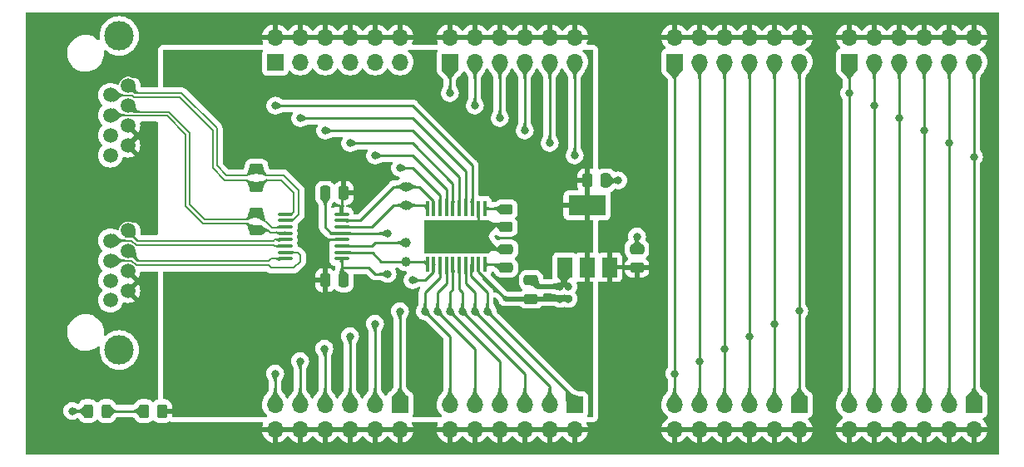
<source format=gbr>
%TF.GenerationSoftware,KiCad,Pcbnew,7.0.5*%
%TF.CreationDate,2024-01-16T20:54:18+01:00*%
%TF.ProjectId,test,74657374-2e6b-4696-9361-645f70636258,rev?*%
%TF.SameCoordinates,Original*%
%TF.FileFunction,Copper,L1,Top*%
%TF.FilePolarity,Positive*%
%FSLAX46Y46*%
G04 Gerber Fmt 4.6, Leading zero omitted, Abs format (unit mm)*
G04 Created by KiCad (PCBNEW 7.0.5) date 2024-01-16 20:54:18*
%MOMM*%
%LPD*%
G01*
G04 APERTURE LIST*
G04 Aperture macros list*
%AMRoundRect*
0 Rectangle with rounded corners*
0 $1 Rounding radius*
0 $2 $3 $4 $5 $6 $7 $8 $9 X,Y pos of 4 corners*
0 Add a 4 corners polygon primitive as box body*
4,1,4,$2,$3,$4,$5,$6,$7,$8,$9,$2,$3,0*
0 Add four circle primitives for the rounded corners*
1,1,$1+$1,$2,$3*
1,1,$1+$1,$4,$5*
1,1,$1+$1,$6,$7*
1,1,$1+$1,$8,$9*
0 Add four rect primitives between the rounded corners*
20,1,$1+$1,$2,$3,$4,$5,0*
20,1,$1+$1,$4,$5,$6,$7,0*
20,1,$1+$1,$6,$7,$8,$9,0*
20,1,$1+$1,$8,$9,$2,$3,0*%
G04 Aperture macros list end*
%TA.AperFunction,SMDPad,CuDef*%
%ADD10RoundRect,0.250000X0.475000X-0.250000X0.475000X0.250000X-0.475000X0.250000X-0.475000X-0.250000X0*%
%TD*%
%TA.AperFunction,SMDPad,CuDef*%
%ADD11RoundRect,0.250000X0.250000X0.475000X-0.250000X0.475000X-0.250000X-0.475000X0.250000X-0.475000X0*%
%TD*%
%TA.AperFunction,ComponentPad*%
%ADD12O,1.700000X1.700000*%
%TD*%
%TA.AperFunction,ComponentPad*%
%ADD13R,1.700000X1.700000*%
%TD*%
%TA.AperFunction,SMDPad,CuDef*%
%ADD14C,1.000000*%
%TD*%
%TA.AperFunction,SMDPad,CuDef*%
%ADD15RoundRect,0.243750X-0.243750X-0.456250X0.243750X-0.456250X0.243750X0.456250X-0.243750X0.456250X0*%
%TD*%
%TA.AperFunction,ComponentPad*%
%ADD16C,1.500000*%
%TD*%
%TA.AperFunction,ComponentPad*%
%ADD17C,3.000000*%
%TD*%
%TA.AperFunction,SMDPad,CuDef*%
%ADD18RoundRect,0.250000X-0.450000X0.262500X-0.450000X-0.262500X0.450000X-0.262500X0.450000X0.262500X0*%
%TD*%
%TA.AperFunction,SMDPad,CuDef*%
%ADD19RoundRect,0.250000X0.450000X-0.262500X0.450000X0.262500X-0.450000X0.262500X-0.450000X-0.262500X0*%
%TD*%
%TA.AperFunction,SMDPad,CuDef*%
%ADD20RoundRect,0.250000X-0.250000X-0.475000X0.250000X-0.475000X0.250000X0.475000X-0.250000X0.475000X0*%
%TD*%
%TA.AperFunction,SMDPad,CuDef*%
%ADD21RoundRect,0.100000X-0.100000X0.687500X-0.100000X-0.687500X0.100000X-0.687500X0.100000X0.687500X0*%
%TD*%
%TA.AperFunction,ComponentPad*%
%ADD22C,0.600000*%
%TD*%
%TA.AperFunction,SMDPad,CuDef*%
%ADD23R,6.500000X3.400000*%
%TD*%
%TA.AperFunction,SMDPad,CuDef*%
%ADD24RoundRect,0.100000X-0.637500X-0.100000X0.637500X-0.100000X0.637500X0.100000X-0.637500X0.100000X0*%
%TD*%
%TA.AperFunction,SMDPad,CuDef*%
%ADD25R,1.500000X2.000000*%
%TD*%
%TA.AperFunction,SMDPad,CuDef*%
%ADD26R,3.800000X2.000000*%
%TD*%
%TA.AperFunction,SMDPad,CuDef*%
%ADD27RoundRect,0.250000X0.262500X0.450000X-0.262500X0.450000X-0.262500X-0.450000X0.262500X-0.450000X0*%
%TD*%
%TA.AperFunction,ViaPad*%
%ADD28C,0.800000*%
%TD*%
%TA.AperFunction,Conductor*%
%ADD29C,0.250000*%
%TD*%
%TA.AperFunction,Conductor*%
%ADD30C,0.500000*%
%TD*%
%TA.AperFunction,Conductor*%
%ADD31C,0.200000*%
%TD*%
G04 APERTURE END LIST*
D10*
%TO.P,C1,1*%
%TO.N,+5V*%
X144145000Y-97790000D03*
%TO.P,C1,2*%
%TO.N,GND*%
X144145000Y-95890000D03*
%TD*%
D11*
%TO.P,C6,1*%
%TO.N,+3V3*%
X125095000Y-86995000D03*
%TO.P,C6,2*%
%TO.N,GND*%
X123195000Y-86995000D03*
%TD*%
D12*
%TO.P,J11,12,Pin_12*%
%TO.N,+5V*%
X176530000Y-111120000D03*
%TO.P,J11,11,Pin_11*%
%TO.N,Net-(J11-Pin_11)*%
X176530000Y-108580000D03*
%TO.P,J11,10,Pin_10*%
%TO.N,+5V*%
X179070000Y-111120000D03*
%TO.P,J11,9,Pin_9*%
%TO.N,Net-(J11-Pin_9)*%
X179070000Y-108580000D03*
%TO.P,J11,8,Pin_8*%
%TO.N,+5V*%
X181610000Y-111120000D03*
%TO.P,J11,7,Pin_7*%
%TO.N,Net-(J11-Pin_7)*%
X181610000Y-108580000D03*
%TO.P,J11,6,Pin_6*%
%TO.N,+5V*%
X184150000Y-111120000D03*
%TO.P,J11,5,Pin_5*%
%TO.N,Net-(J11-Pin_5)*%
X184150000Y-108580000D03*
%TO.P,J11,4,Pin_4*%
%TO.N,+5V*%
X186690000Y-111120000D03*
%TO.P,J11,3,Pin_3*%
%TO.N,Net-(J11-Pin_3)*%
X186690000Y-108580000D03*
%TO.P,J11,2,Pin_2*%
%TO.N,+5V*%
X189230000Y-111120000D03*
D13*
%TO.P,J11,1,Pin_1*%
%TO.N,Net-(J11-Pin_1)*%
X189230000Y-108580000D03*
%TD*%
D14*
%TO.P,SCI,1*%
%TO.N,Net-(U1-ROUT2)*%
X131445000Y-88265000D03*
%TD*%
D15*
%TO.P,D1,1,K*%
%TO.N,GND*%
X99060000Y-109220000D03*
%TO.P,D1,2,A*%
%TO.N,Net-(D1-A)*%
X100935000Y-109220000D03*
%TD*%
D13*
%TO.P,J5,1,Pin_1*%
%TO.N,Net-(J11-Pin_11)*%
X135890000Y-73665000D03*
D12*
%TO.P,J5,2,Pin_2*%
%TO.N,+5V*%
X135890000Y-71125000D03*
%TO.P,J5,3,Pin_3*%
%TO.N,Net-(J11-Pin_9)*%
X138430000Y-73665000D03*
%TO.P,J5,4,Pin_4*%
%TO.N,+5V*%
X138430000Y-71125000D03*
%TO.P,J5,5,Pin_5*%
%TO.N,Net-(J11-Pin_7)*%
X140970000Y-73665000D03*
%TO.P,J5,6,Pin_6*%
%TO.N,+5V*%
X140970000Y-71125000D03*
%TO.P,J5,7,Pin_7*%
%TO.N,Net-(J11-Pin_5)*%
X143510000Y-73665000D03*
%TO.P,J5,8,Pin_8*%
%TO.N,+5V*%
X143510000Y-71125000D03*
%TO.P,J5,9,Pin_9*%
%TO.N,Net-(J11-Pin_3)*%
X146050000Y-73665000D03*
%TO.P,J5,10,Pin_10*%
%TO.N,+5V*%
X146050000Y-71125000D03*
%TO.P,J5,11,Pin_11*%
%TO.N,Net-(J11-Pin_1)*%
X148590000Y-73665000D03*
%TO.P,J5,12,Pin_12*%
%TO.N,+5V*%
X148590000Y-71125000D03*
%TD*%
D13*
%TO.P,J7,1,Pin_1*%
%TO.N,Net-(J11-Pin_11)*%
X176530000Y-73665000D03*
D12*
%TO.P,J7,2,Pin_2*%
%TO.N,+5V*%
X176530000Y-71125000D03*
%TO.P,J7,3,Pin_3*%
%TO.N,Net-(J11-Pin_9)*%
X179070000Y-73665000D03*
%TO.P,J7,4,Pin_4*%
%TO.N,+5V*%
X179070000Y-71125000D03*
%TO.P,J7,5,Pin_5*%
%TO.N,Net-(J11-Pin_7)*%
X181610000Y-73665000D03*
%TO.P,J7,6,Pin_6*%
%TO.N,+5V*%
X181610000Y-71125000D03*
%TO.P,J7,7,Pin_7*%
%TO.N,Net-(J11-Pin_5)*%
X184150000Y-73665000D03*
%TO.P,J7,8,Pin_8*%
%TO.N,+5V*%
X184150000Y-71125000D03*
%TO.P,J7,9,Pin_9*%
%TO.N,Net-(J11-Pin_3)*%
X186690000Y-73665000D03*
%TO.P,J7,10,Pin_10*%
%TO.N,+5V*%
X186690000Y-71125000D03*
%TO.P,J7,11,Pin_11*%
%TO.N,Net-(J11-Pin_1)*%
X189230000Y-73665000D03*
%TO.P,J7,12,Pin_12*%
%TO.N,+5V*%
X189230000Y-71125000D03*
%TD*%
D16*
%TO.P,J3,1*%
%TO.N,GND*%
X101345000Y-97935000D03*
%TO.P,J3,2*%
%TO.N,+5V*%
X103125000Y-96955000D03*
%TO.P,J3,3*%
%TO.N,GND*%
X101345000Y-95935000D03*
%TO.P,J3,4*%
%TO.N,+5V*%
X103125000Y-94915000D03*
%TO.P,J3,5*%
%TO.N,/Cout_N*%
X101345000Y-93895000D03*
%TO.P,J3,6*%
%TO.N,/Cout_P*%
X103125000Y-92875000D03*
%TO.P,J3,7*%
%TO.N,/Dout_P*%
X101345000Y-91855000D03*
%TO.P,J3,8*%
%TO.N,/Dout_N*%
X103125000Y-90835000D03*
%TO.P,J3,11*%
%TO.N,GND*%
X101345000Y-83155000D03*
%TO.P,J3,12*%
%TO.N,+5V*%
X103125000Y-82135000D03*
%TO.P,J3,13*%
%TO.N,GND*%
X101345000Y-81115000D03*
%TO.P,J3,14*%
%TO.N,+5V*%
X103125000Y-80095000D03*
%TO.P,J3,15*%
%TO.N,/Cin_P*%
X101345000Y-79075000D03*
%TO.P,J3,16*%
%TO.N,/Cin_N*%
X103125000Y-78055000D03*
%TO.P,J3,17*%
%TO.N,/Din_N*%
X101345000Y-77035000D03*
%TO.P,J3,18*%
%TO.N,/Din_P*%
X103125000Y-76055000D03*
D17*
%TO.P,J3,SH*%
%TO.N,GND*%
X102235000Y-70995000D03*
X102235000Y-102995000D03*
%TD*%
D18*
%TO.P,R2,1*%
%TO.N,/Din_P*%
X116205000Y-84535000D03*
%TO.P,R2,2*%
%TO.N,/Din_N*%
X116205000Y-86360000D03*
%TD*%
D13*
%TO.P,J6,1,Pin_1*%
%TO.N,Net-(J10-Pin_11)*%
X158750000Y-73665000D03*
D12*
%TO.P,J6,2,Pin_2*%
%TO.N,+5V*%
X158750000Y-71125000D03*
%TO.P,J6,3,Pin_3*%
%TO.N,Net-(J10-Pin_9)*%
X161290000Y-73665000D03*
%TO.P,J6,4,Pin_4*%
%TO.N,+5V*%
X161290000Y-71125000D03*
%TO.P,J6,5,Pin_5*%
%TO.N,Net-(J10-Pin_7)*%
X163830000Y-73665000D03*
%TO.P,J6,6,Pin_6*%
%TO.N,+5V*%
X163830000Y-71125000D03*
%TO.P,J6,7,Pin_7*%
%TO.N,Net-(J10-Pin_5)*%
X166370000Y-73665000D03*
%TO.P,J6,8,Pin_8*%
%TO.N,+5V*%
X166370000Y-71125000D03*
%TO.P,J6,9,Pin_9*%
%TO.N,Net-(J10-Pin_3)*%
X168910000Y-73665000D03*
%TO.P,J6,10,Pin_10*%
%TO.N,+5V*%
X168910000Y-71125000D03*
%TO.P,J6,11,Pin_11*%
%TO.N,Net-(J10-Pin_1)*%
X171450000Y-73665000D03*
%TO.P,J6,12,Pin_12*%
%TO.N,+5V*%
X171450000Y-71125000D03*
%TD*%
%TO.P,J4,12,Pin_12*%
%TO.N,+5V*%
X130810000Y-71125000D03*
%TO.P,J4,11,Pin_11*%
%TO.N,Net-(J10-Pin_1)*%
X130810000Y-73665000D03*
%TO.P,J4,10,Pin_10*%
%TO.N,+5V*%
X128270000Y-71125000D03*
%TO.P,J4,9,Pin_9*%
%TO.N,Net-(J10-Pin_3)*%
X128270000Y-73665000D03*
%TO.P,J4,8,Pin_8*%
%TO.N,+5V*%
X125730000Y-71125000D03*
%TO.P,J4,7,Pin_7*%
%TO.N,Net-(J10-Pin_5)*%
X125730000Y-73665000D03*
%TO.P,J4,6,Pin_6*%
%TO.N,+5V*%
X123190000Y-71125000D03*
%TO.P,J4,5,Pin_5*%
%TO.N,Net-(J10-Pin_7)*%
X123190000Y-73665000D03*
%TO.P,J4,4,Pin_4*%
%TO.N,+5V*%
X120650000Y-71125000D03*
%TO.P,J4,3,Pin_3*%
%TO.N,Net-(J10-Pin_9)*%
X120650000Y-73665000D03*
%TO.P,J4,2,Pin_2*%
%TO.N,+5V*%
X118110000Y-71125000D03*
D13*
%TO.P,J4,1,Pin_1*%
%TO.N,Net-(J10-Pin_11)*%
X118110000Y-73665000D03*
%TD*%
D10*
%TO.P,C2,1*%
%TO.N,+5V*%
X154940000Y-94615000D03*
%TO.P,C2,2*%
%TO.N,GND*%
X154940000Y-92715000D03*
%TD*%
D19*
%TO.P,R3,1*%
%TO.N,/Cin_P*%
X116205000Y-90805000D03*
%TO.P,R3,2*%
%TO.N,/Cin_N*%
X116205000Y-88980000D03*
%TD*%
D13*
%TO.P,J8,1,Pin_1*%
%TO.N,Net-(J10-Pin_1)*%
X130810000Y-108580000D03*
D12*
%TO.P,J8,2,Pin_2*%
%TO.N,+5V*%
X130810000Y-111120000D03*
%TO.P,J8,3,Pin_3*%
%TO.N,Net-(J10-Pin_3)*%
X128270000Y-108580000D03*
%TO.P,J8,4,Pin_4*%
%TO.N,+5V*%
X128270000Y-111120000D03*
%TO.P,J8,5,Pin_5*%
%TO.N,Net-(J10-Pin_5)*%
X125730000Y-108580000D03*
%TO.P,J8,6,Pin_6*%
%TO.N,+5V*%
X125730000Y-111120000D03*
%TO.P,J8,7,Pin_7*%
%TO.N,Net-(J10-Pin_7)*%
X123190000Y-108580000D03*
%TO.P,J8,8,Pin_8*%
%TO.N,+5V*%
X123190000Y-111120000D03*
%TO.P,J8,9,Pin_9*%
%TO.N,Net-(J10-Pin_9)*%
X120650000Y-108580000D03*
%TO.P,J8,10,Pin_10*%
%TO.N,+5V*%
X120650000Y-111120000D03*
%TO.P,J8,11,Pin_11*%
%TO.N,Net-(J10-Pin_11)*%
X118110000Y-108580000D03*
%TO.P,J8,12,Pin_12*%
%TO.N,+5V*%
X118110000Y-111120000D03*
%TD*%
D13*
%TO.P,J10,1,Pin_1*%
%TO.N,Net-(J10-Pin_1)*%
X171450000Y-108580000D03*
D12*
%TO.P,J10,2,Pin_2*%
%TO.N,+5V*%
X171450000Y-111120000D03*
%TO.P,J10,3,Pin_3*%
%TO.N,Net-(J10-Pin_3)*%
X168910000Y-108580000D03*
%TO.P,J10,4,Pin_4*%
%TO.N,+5V*%
X168910000Y-111120000D03*
%TO.P,J10,5,Pin_5*%
%TO.N,Net-(J10-Pin_5)*%
X166370000Y-108580000D03*
%TO.P,J10,6,Pin_6*%
%TO.N,+5V*%
X166370000Y-111120000D03*
%TO.P,J10,7,Pin_7*%
%TO.N,Net-(J10-Pin_7)*%
X163830000Y-108580000D03*
%TO.P,J10,8,Pin_8*%
%TO.N,+5V*%
X163830000Y-111120000D03*
%TO.P,J10,9,Pin_9*%
%TO.N,Net-(J10-Pin_9)*%
X161290000Y-108580000D03*
%TO.P,J10,10,Pin_10*%
%TO.N,+5V*%
X161290000Y-111120000D03*
%TO.P,J10,11,Pin_11*%
%TO.N,Net-(J10-Pin_11)*%
X158750000Y-108580000D03*
%TO.P,J10,12,Pin_12*%
%TO.N,+5V*%
X158750000Y-111120000D03*
%TD*%
D20*
%TO.P,C3,1*%
%TO.N,+3V3*%
X149865000Y-85725000D03*
%TO.P,C3,2*%
%TO.N,GND*%
X151765000Y-85725000D03*
%TD*%
D18*
%TO.P,R4,1*%
%TO.N,Net-(U3-IREF)*%
X141605000Y-88652500D03*
%TO.P,R4,2*%
%TO.N,GND*%
X141605000Y-90477500D03*
%TD*%
D14*
%TO.P,SDI,1*%
%TO.N,Net-(U1-ROUT1)*%
X131445000Y-86360000D03*
%TD*%
D21*
%TO.P,U3,1,IREF*%
%TO.N,Net-(U3-IREF)*%
X139450000Y-88577500D03*
%TO.P,U3,2,GND*%
%TO.N,GND*%
X138800000Y-88577500D03*
%TO.P,U3,3,OUTR0*%
%TO.N,Net-(J10-Pin_11)*%
X138150000Y-88577500D03*
%TO.P,U3,4,OUTG0*%
%TO.N,Net-(J10-Pin_9)*%
X137500000Y-88577500D03*
%TO.P,U3,5,OUTB0*%
%TO.N,Net-(J10-Pin_7)*%
X136850000Y-88577500D03*
%TO.P,U3,6,OUTR1*%
%TO.N,Net-(J10-Pin_5)*%
X136200000Y-88577500D03*
%TO.P,U3,7,OUTG1*%
%TO.N,Net-(J10-Pin_3)*%
X135550000Y-88577500D03*
%TO.P,U3,8,OUTB1*%
%TO.N,Net-(J10-Pin_1)*%
X134900000Y-88577500D03*
%TO.P,U3,9,SDTI*%
%TO.N,Net-(U1-ROUT1)*%
X134250000Y-88577500D03*
%TO.P,U3,10,SCKI*%
%TO.N,Net-(U1-ROUT2)*%
X133600000Y-88577500D03*
%TO.P,U3,11,SCKO*%
%TO.N,Net-(U1-DIN1)*%
X133600000Y-94302500D03*
%TO.P,U3,12,SDTO*%
%TO.N,Net-(U1-DIN2)*%
X134250000Y-94302500D03*
%TO.P,U3,13,OUTR2*%
%TO.N,Net-(J11-Pin_11)*%
X134900000Y-94302500D03*
%TO.P,U3,14,OUTG2*%
%TO.N,Net-(J11-Pin_9)*%
X135550000Y-94302500D03*
%TO.P,U3,15,OUTB2*%
%TO.N,Net-(J11-Pin_7)*%
X136200000Y-94302500D03*
%TO.P,U3,16,OUTR3*%
%TO.N,Net-(J11-Pin_5)*%
X136850000Y-94302500D03*
%TO.P,U3,17,OUTG3*%
%TO.N,Net-(J11-Pin_3)*%
X137500000Y-94302500D03*
%TO.P,U3,18,OUTB3*%
%TO.N,Net-(J11-Pin_1)*%
X138150000Y-94302500D03*
%TO.P,U3,19,VCC*%
%TO.N,+5V*%
X138800000Y-94302500D03*
%TO.P,U3,20,VREG*%
%TO.N,Net-(U3-VREG)*%
X139450000Y-94302500D03*
D22*
%TO.P,U3,21,GND*%
%TO.N,GND*%
X139125000Y-90140000D03*
X137825000Y-90140000D03*
X136525000Y-90140000D03*
X135225000Y-90140000D03*
X133925000Y-90140000D03*
X139125000Y-91440000D03*
X137825000Y-91440000D03*
X136525000Y-91440000D03*
D23*
X136525000Y-91440000D03*
D22*
X135225000Y-91440000D03*
X133925000Y-91440000D03*
X139125000Y-92740000D03*
X137825000Y-92740000D03*
X136525000Y-92740000D03*
X135225000Y-92740000D03*
X133925000Y-92740000D03*
%TD*%
D10*
%TO.P,C4,1*%
%TO.N,Net-(U3-VREG)*%
X141605000Y-94640000D03*
%TO.P,C4,2*%
%TO.N,GND*%
X141605000Y-92740000D03*
%TD*%
D14*
%TO.P,SCO,1*%
%TO.N,Net-(U1-DIN1)*%
X131445000Y-93980000D03*
%TD*%
%TO.P,SDO,1*%
%TO.N,Net-(U1-DIN2)*%
X131445000Y-92075000D03*
%TD*%
D20*
%TO.P,C5,1*%
%TO.N,+3V3*%
X123195000Y-95885000D03*
%TO.P,C5,2*%
%TO.N,GND*%
X125095000Y-95885000D03*
%TD*%
D13*
%TO.P,J9,1,Pin_1*%
%TO.N,Net-(J11-Pin_1)*%
X148590000Y-108580000D03*
D12*
%TO.P,J9,2,Pin_2*%
%TO.N,+5V*%
X148590000Y-111120000D03*
%TO.P,J9,3,Pin_3*%
%TO.N,Net-(J11-Pin_3)*%
X146050000Y-108580000D03*
%TO.P,J9,4,Pin_4*%
%TO.N,+5V*%
X146050000Y-111120000D03*
%TO.P,J9,5,Pin_5*%
%TO.N,Net-(J11-Pin_5)*%
X143510000Y-108580000D03*
%TO.P,J9,6,Pin_6*%
%TO.N,+5V*%
X143510000Y-111120000D03*
%TO.P,J9,7,Pin_7*%
%TO.N,Net-(J11-Pin_7)*%
X140970000Y-108580000D03*
%TO.P,J9,8,Pin_8*%
%TO.N,+5V*%
X140970000Y-111120000D03*
%TO.P,J9,9,Pin_9*%
%TO.N,Net-(J11-Pin_9)*%
X138430000Y-108580000D03*
%TO.P,J9,10,Pin_10*%
%TO.N,+5V*%
X138430000Y-111120000D03*
%TO.P,J9,11,Pin_11*%
%TO.N,Net-(J11-Pin_11)*%
X135890000Y-108580000D03*
%TO.P,J9,12,Pin_12*%
%TO.N,+5V*%
X135890000Y-111120000D03*
%TD*%
D24*
%TO.P,U1,1,RIN1-*%
%TO.N,/Din_N*%
X119132500Y-89165000D03*
%TO.P,U1,2,RIN1+*%
%TO.N,/Din_P*%
X119132500Y-89815000D03*
%TO.P,U1,3,RIN2-*%
%TO.N,/Cin_N*%
X119132500Y-90465000D03*
%TO.P,U1,4,RIN2+*%
%TO.N,/Cin_P*%
X119132500Y-91115000D03*
%TO.P,U1,5,DOUT2-*%
%TO.N,/Dout_N*%
X119132500Y-91765000D03*
%TO.P,U1,6,DOUT2+*%
%TO.N,/Dout_P*%
X119132500Y-92415000D03*
%TO.P,U1,7,DOUT1-*%
%TO.N,/Cout_N*%
X119132500Y-93065000D03*
%TO.P,U1,8,DOUT1+*%
%TO.N,/Cout_P*%
X119132500Y-93715000D03*
%TO.P,U1,9,~{EN}*%
%TO.N,GND*%
X124857500Y-93715000D03*
%TO.P,U1,10,DIN1*%
%TO.N,Net-(U1-DIN1)*%
X124857500Y-93065000D03*
%TO.P,U1,11,DIN2*%
%TO.N,Net-(U1-DIN2)*%
X124857500Y-92415000D03*
%TO.P,U1,12,VCC*%
%TO.N,+3V3*%
X124857500Y-91765000D03*
%TO.P,U1,13,GND*%
%TO.N,GND*%
X124857500Y-91115000D03*
%TO.P,U1,14,ROUT2*%
%TO.N,Net-(U1-ROUT2)*%
X124857500Y-90465000D03*
%TO.P,U1,15,ROUT1*%
%TO.N,Net-(U1-ROUT1)*%
X124857500Y-89815000D03*
%TO.P,U1,16,EN*%
%TO.N,+3V3*%
X124857500Y-89165000D03*
%TD*%
D25*
%TO.P,U2,1,GND*%
%TO.N,GND*%
X147560000Y-94565000D03*
%TO.P,U2,2,VO*%
%TO.N,+3V3*%
X149860000Y-94565000D03*
D26*
X149860000Y-88265000D03*
D25*
%TO.P,U2,3,VI*%
%TO.N,+5V*%
X152160000Y-94565000D03*
%TD*%
D27*
%TO.P,R1,1*%
%TO.N,+3V3*%
X106600000Y-109220000D03*
%TO.P,R1,2*%
%TO.N,Net-(D1-A)*%
X104775000Y-109220000D03*
%TD*%
D28*
%TO.N,GND*%
X154940000Y-91440000D03*
X147955000Y-96520000D03*
X97457500Y-109220000D03*
X129544418Y-91124735D03*
X129540000Y-95250000D03*
X153035000Y-85725000D03*
X147105497Y-96520000D03*
%TO.N,+5V*%
X152614503Y-97790000D03*
X151765000Y-97790000D03*
X147105497Y-97790000D03*
X147955000Y-97790000D03*
%TO.N,Net-(J10-Pin_11)*%
X118110000Y-78105000D03*
X118110000Y-105410000D03*
X158750000Y-105410000D03*
%TO.N,Net-(J10-Pin_9)*%
X120650000Y-79375000D03*
X120650000Y-104140000D03*
X161290000Y-104140000D03*
%TO.N,Net-(J10-Pin_7)*%
X163830000Y-102870000D03*
X123190000Y-80645000D03*
X123115000Y-102870000D03*
%TO.N,Net-(J10-Pin_5)*%
X125730000Y-81915000D03*
X166370000Y-101600000D03*
X125730000Y-101600000D03*
%TO.N,Net-(J10-Pin_3)*%
X128270000Y-100330000D03*
X168910000Y-100330000D03*
X128270000Y-83185000D03*
%TO.N,Net-(J10-Pin_1)*%
X130810000Y-99060000D03*
X171450000Y-99022500D03*
X130810000Y-84455000D03*
%TO.N,Net-(J11-Pin_11)*%
X133350000Y-99060000D03*
X135890000Y-76835000D03*
X176530000Y-76835000D03*
%TO.N,Net-(J11-Pin_9)*%
X134620000Y-99060000D03*
X138430000Y-78105000D03*
X179070000Y-78105000D03*
%TO.N,Net-(J11-Pin_7)*%
X135890000Y-99060000D03*
X140970000Y-79375000D03*
X181610000Y-79375000D03*
%TO.N,Net-(J11-Pin_5)*%
X184150000Y-80645000D03*
X143510000Y-80645000D03*
X137160000Y-99060000D03*
%TO.N,Net-(J11-Pin_3)*%
X146050000Y-81915000D03*
X138430000Y-99060000D03*
X186690000Y-81915000D03*
%TO.N,Net-(J11-Pin_1)*%
X139700000Y-99060000D03*
X148590000Y-83185000D03*
X189230000Y-83312000D03*
%TO.N,Net-(U1-DIN2)*%
X131445000Y-92075000D03*
X132080000Y-95885000D03*
%TD*%
D29*
%TO.N,Net-(U1-ROUT2)*%
X130175000Y-88265000D02*
X131445000Y-88265000D01*
X127975000Y-90465000D02*
X130175000Y-88265000D01*
X124857500Y-90465000D02*
X127975000Y-90465000D01*
%TO.N,Net-(U1-ROUT1)*%
X130175000Y-86360000D02*
X131445000Y-86360000D01*
X126720000Y-89815000D02*
X130175000Y-86360000D01*
X124857500Y-89815000D02*
X126720000Y-89815000D01*
%TO.N,GND*%
X129534683Y-91115000D02*
X124857500Y-91115000D01*
X129544418Y-91124735D02*
X129534683Y-91115000D01*
X129540000Y-95250000D02*
X128270000Y-95250000D01*
X128270000Y-95250000D02*
X127635000Y-94615000D01*
X127635000Y-94615000D02*
X124857500Y-94615000D01*
%TO.N,+3V3*%
X124857500Y-91765000D02*
X122230000Y-91765000D01*
X124857500Y-89165000D02*
X124857500Y-87232500D01*
X124857500Y-87232500D02*
X125095000Y-86995000D01*
%TO.N,GND*%
X138800000Y-89815000D02*
X139125000Y-90140000D01*
X139125000Y-90140000D02*
X141267500Y-90140000D01*
X139125000Y-92740000D02*
X141605000Y-92740000D01*
D30*
X147560000Y-96065497D02*
X147105497Y-96520000D01*
D29*
X123825000Y-91115000D02*
X124857500Y-91115000D01*
D30*
X147560000Y-94565000D02*
X147560000Y-96065497D01*
D29*
X123195000Y-86995000D02*
X123195000Y-90485000D01*
D30*
X144775000Y-96520000D02*
X147105497Y-96520000D01*
D29*
X123195000Y-90485000D02*
X123825000Y-91115000D01*
X99060000Y-109220000D02*
X97457500Y-109220000D01*
D30*
X144145000Y-95890000D02*
X144775000Y-96520000D01*
D29*
X151765000Y-85725000D02*
X153035000Y-85725000D01*
X154940000Y-92715000D02*
X154940000Y-91440000D01*
X124857500Y-93715000D02*
X124857500Y-94615000D01*
X124857500Y-95647500D02*
X125095000Y-95885000D01*
X138800000Y-88577500D02*
X138800000Y-89815000D01*
D30*
X147560000Y-96125000D02*
X147955000Y-96520000D01*
D29*
X124857500Y-94615000D02*
X124857500Y-95647500D01*
X141267500Y-90140000D02*
X141605000Y-90477500D01*
%TO.N,+5V*%
X138800000Y-95041041D02*
X138800000Y-94302500D01*
D30*
X144145000Y-97790000D02*
X146050000Y-97790000D01*
D29*
X141548959Y-97790000D02*
X138800000Y-95041041D01*
D30*
X146899503Y-97790000D02*
X146050000Y-97790000D01*
X144145000Y-97790000D02*
X141548959Y-97790000D01*
D29*
%TO.N,Net-(U3-VREG)*%
X139450000Y-94302500D02*
X141267500Y-94302500D01*
X141267500Y-94302500D02*
X141605000Y-94640000D01*
%TO.N,Net-(D1-A)*%
X100935000Y-109220000D02*
X104775000Y-109220000D01*
D31*
%TO.N,/Din_P*%
X116205000Y-84535000D02*
X116392500Y-84535000D01*
X113162500Y-85222500D02*
X112160000Y-84220000D01*
X118980391Y-85222500D02*
X120523000Y-86765109D01*
X103905000Y-76835000D02*
X103125000Y-76055000D01*
X117080000Y-85222500D02*
X118980391Y-85222500D01*
X120523000Y-86765109D02*
X120523000Y-89186100D01*
X116392500Y-84535000D02*
X117080000Y-85222500D01*
X119894100Y-89815000D02*
X119132500Y-89815000D01*
X115269999Y-85222500D02*
X113162500Y-85222500D01*
X116205000Y-84535000D02*
X115957499Y-84535000D01*
X120523000Y-89186100D02*
X119894100Y-89815000D01*
X108585000Y-76835000D02*
X103905000Y-76835000D01*
X112160000Y-84220000D02*
X112160000Y-80410000D01*
X115957499Y-84535000D02*
X115269999Y-85222500D01*
X112160000Y-80410000D02*
X108585000Y-76835000D01*
%TO.N,/Din_N*%
X117080000Y-85672500D02*
X118692500Y-85672500D01*
X115951000Y-86360000D02*
X116205000Y-86360000D01*
X103539214Y-77055000D02*
X103719214Y-77235000D01*
X118692500Y-85672500D02*
X120015000Y-86995000D01*
X101345000Y-77035000D02*
X101365000Y-77055000D01*
X108350000Y-77235000D02*
X111760000Y-80645000D01*
X111760000Y-80645000D02*
X111760000Y-84455000D01*
X120015000Y-88900000D02*
X119750000Y-89165000D01*
X103719214Y-77235000D02*
X108350000Y-77235000D01*
X101365000Y-77055000D02*
X103539214Y-77055000D01*
X112977500Y-85672500D02*
X115263500Y-85672500D01*
X116205000Y-86360000D02*
X116392500Y-86360000D01*
X116392500Y-86360000D02*
X117080000Y-85672500D01*
X115263500Y-85672500D02*
X115951000Y-86360000D01*
X111760000Y-84455000D02*
X112977500Y-85672500D01*
X120015000Y-86995000D02*
X120015000Y-88900000D01*
X119750000Y-89165000D02*
X119132500Y-89165000D01*
%TO.N,/Cin_P*%
X115330000Y-90117500D02*
X110754300Y-90117500D01*
X117393603Y-90805000D02*
X116205000Y-90805000D01*
X116205000Y-90805000D02*
X116017500Y-90805000D01*
D29*
X116515000Y-91115000D02*
X116205000Y-90805000D01*
D31*
X117603603Y-91015000D02*
X117393603Y-90805000D01*
X110754300Y-90117500D02*
X108995000Y-88358200D01*
X119132500Y-91115000D02*
X118595000Y-91115000D01*
X116017500Y-90805000D02*
X115330000Y-90117500D01*
X108995000Y-81055000D02*
X107080000Y-79140000D01*
X118595000Y-91115000D02*
X118495000Y-91015000D01*
X103584214Y-79140000D02*
X103519214Y-79075000D01*
X108995000Y-88358200D02*
X108995000Y-81055000D01*
X118495000Y-91015000D02*
X117603603Y-91015000D01*
X107080000Y-79140000D02*
X103584214Y-79140000D01*
X103519214Y-79075000D02*
X101345000Y-79075000D01*
%TO.N,/Cin_N*%
X116017500Y-88980000D02*
X115330000Y-89667500D01*
D29*
X115725000Y-88980000D02*
X116205000Y-88980000D01*
D31*
X116205000Y-88980000D02*
X116017500Y-88980000D01*
X110940700Y-89667500D02*
X109445000Y-88171800D01*
X109445000Y-80870000D02*
X107315000Y-78740000D01*
X118495000Y-90565000D02*
X117790000Y-90565000D01*
X109445000Y-88171800D02*
X109445000Y-80870000D01*
X115330000Y-89667500D02*
X110940700Y-89667500D01*
X107315000Y-78740000D02*
X103810000Y-78740000D01*
X118595000Y-90465000D02*
X118495000Y-90565000D01*
X119132500Y-90465000D02*
X118595000Y-90465000D01*
X103810000Y-78740000D02*
X103125000Y-78055000D01*
X117790000Y-90565000D02*
X116205000Y-88980000D01*
%TO.N,/Dout_N*%
X104155000Y-91865000D02*
X117926249Y-91865000D01*
X118026249Y-91765000D02*
X119132500Y-91765000D01*
X103125000Y-90835000D02*
X104155000Y-91865000D01*
X117926249Y-91865000D02*
X118026249Y-91765000D01*
%TO.N,/Dout_P*%
X118026249Y-92415000D02*
X119132500Y-92415000D01*
X101345000Y-91855000D02*
X103519214Y-91855000D01*
X103519214Y-91855000D02*
X103979214Y-92315000D01*
X103979214Y-92315000D02*
X117926249Y-92315000D01*
X117926249Y-92315000D02*
X118026249Y-92415000D01*
%TO.N,/Cout_N*%
X120370000Y-93065000D02*
X119132500Y-93065000D01*
X120650000Y-93980000D02*
X120650000Y-93345000D01*
X101345000Y-93895000D02*
X103519214Y-93895000D01*
X104014214Y-94390000D02*
X117463407Y-94390000D01*
X103519214Y-93895000D02*
X104014214Y-94390000D01*
X117688407Y-94615000D02*
X120015000Y-94615000D01*
X120650000Y-93345000D02*
X120370000Y-93065000D01*
X120015000Y-94615000D02*
X120650000Y-93980000D01*
X117463407Y-94390000D02*
X117688407Y-94615000D01*
%TO.N,/Cout_P*%
X104190000Y-93940000D02*
X117463407Y-93940000D01*
X117463407Y-93940000D02*
X117688407Y-93715000D01*
X103125000Y-92875000D02*
X104190000Y-93940000D01*
X117688407Y-93715000D02*
X119132500Y-93715000D01*
D29*
%TO.N,Net-(U3-IREF)*%
X139450000Y-88577500D02*
X141530000Y-88577500D01*
X141530000Y-88577500D02*
X141605000Y-88652500D01*
%TO.N,Net-(J10-Pin_11)*%
X158750000Y-107950000D02*
X158750000Y-74295000D01*
X118110000Y-107950000D02*
X118110000Y-105410000D01*
X138150000Y-84175000D02*
X138150000Y-88577500D01*
X132080000Y-78105000D02*
X138150000Y-84175000D01*
X118110000Y-78105000D02*
X132080000Y-78105000D01*
%TO.N,Net-(J10-Pin_9)*%
X132078604Y-79375000D02*
X137500000Y-84796396D01*
X137500000Y-84796396D02*
X137500000Y-88577500D01*
X161290000Y-107950000D02*
X161290000Y-74295000D01*
X120650000Y-79375000D02*
X132078604Y-79375000D01*
X120650000Y-107950000D02*
X120650000Y-104140000D01*
%TO.N,Net-(J10-Pin_7)*%
X123190000Y-102945000D02*
X123115000Y-102870000D01*
X136850000Y-85415000D02*
X136850000Y-88577500D01*
X123190000Y-80645000D02*
X132080000Y-80645000D01*
X123190000Y-107950000D02*
X123190000Y-102945000D01*
X163830000Y-107950000D02*
X163830000Y-74295000D01*
X132080000Y-80645000D02*
X136850000Y-85415000D01*
%TO.N,Net-(J10-Pin_5)*%
X136200000Y-86036396D02*
X136200000Y-88577500D01*
X125730000Y-107950000D02*
X125730000Y-101600000D01*
X125730000Y-81915000D02*
X132078604Y-81915000D01*
X132078604Y-81915000D02*
X136200000Y-86036396D01*
X166370000Y-107950000D02*
X166370000Y-74295000D01*
%TO.N,Net-(J10-Pin_3)*%
X128270000Y-83185000D02*
X132080000Y-83185000D01*
X135550000Y-86655000D02*
X135550000Y-88577500D01*
X132080000Y-83185000D02*
X135550000Y-86655000D01*
X128270000Y-107950000D02*
X128270000Y-100330000D01*
X168910000Y-74295000D02*
X168910000Y-107950000D01*
%TO.N,Net-(J10-Pin_1)*%
X130810000Y-107950000D02*
X130810000Y-99060000D01*
X171450000Y-74295000D02*
X171450000Y-107950000D01*
X130810000Y-84455000D02*
X132078604Y-84455000D01*
X134900000Y-87276396D02*
X134900000Y-88577500D01*
X132078604Y-84455000D02*
X134900000Y-87276396D01*
%TO.N,Net-(J11-Pin_11)*%
X133350000Y-99060000D02*
X133350000Y-97155000D01*
X176530000Y-74295000D02*
X176530000Y-107950000D01*
X133350000Y-97155000D02*
X134900000Y-95605000D01*
X135890000Y-101600000D02*
X135890000Y-107950000D01*
X134900000Y-95605000D02*
X134900000Y-94302500D01*
X133350000Y-99060000D02*
X135890000Y-101600000D01*
X135890000Y-76835000D02*
X135890000Y-74295000D01*
%TO.N,Net-(J11-Pin_9)*%
X138430000Y-78105000D02*
X138430000Y-74295000D01*
X138430000Y-102870000D02*
X138430000Y-107950000D01*
X135550000Y-96225000D02*
X135550000Y-94302500D01*
X134620000Y-97155000D02*
X135550000Y-96225000D01*
X134620000Y-99060000D02*
X138430000Y-102870000D01*
X134620000Y-99060000D02*
X134620000Y-97155000D01*
X179070000Y-74295000D02*
X179070000Y-107950000D01*
%TO.N,Net-(J11-Pin_7)*%
X136200000Y-96845000D02*
X136200000Y-94302500D01*
X181610000Y-74295000D02*
X181610000Y-107950000D01*
X135890000Y-99060000D02*
X140970000Y-104140000D01*
X135890000Y-97155000D02*
X136200000Y-96845000D01*
X140970000Y-79375000D02*
X140970000Y-74295000D01*
X140970000Y-104140000D02*
X140970000Y-107950000D01*
X135890000Y-99060000D02*
X135890000Y-97155000D01*
%TO.N,Net-(J11-Pin_5)*%
X137160000Y-97155000D02*
X136850000Y-96845000D01*
X143510000Y-105410000D02*
X143510000Y-107950000D01*
X184150000Y-74295000D02*
X184150000Y-107950000D01*
X137160000Y-99060000D02*
X137160000Y-97155000D01*
X143510000Y-80645000D02*
X143510000Y-74295000D01*
X137160000Y-99060000D02*
X143510000Y-105410000D01*
X136850000Y-96845000D02*
X136850000Y-94302500D01*
%TO.N,Net-(J11-Pin_3)*%
X137500000Y-96225000D02*
X137500000Y-94302500D01*
X138430000Y-99060000D02*
X146050000Y-106680000D01*
X138430000Y-97155000D02*
X137500000Y-96225000D01*
X146050000Y-106680000D02*
X146050000Y-107950000D01*
X146050000Y-81915000D02*
X146050000Y-74295000D01*
X186690000Y-74295000D02*
X186690000Y-107950000D01*
X138430000Y-99060000D02*
X138430000Y-97155000D01*
%TO.N,Net-(J11-Pin_1)*%
X148590000Y-83185000D02*
X148590000Y-74295000D01*
X138025000Y-95480000D02*
X138025000Y-94427500D01*
X138025000Y-94427500D02*
X138150000Y-94302500D01*
X189230000Y-74295000D02*
X189230000Y-107950000D01*
X139700000Y-99060000D02*
X148590000Y-107950000D01*
X139700000Y-97155000D02*
X138025000Y-95480000D01*
X139700000Y-99060000D02*
X139700000Y-97155000D01*
%TO.N,Net-(U1-DIN1)*%
X128905000Y-93980000D02*
X127990000Y-93065000D01*
X133600000Y-94302500D02*
X133277500Y-93980000D01*
X127990000Y-93065000D02*
X124857500Y-93065000D01*
X133277500Y-93980000D02*
X128905000Y-93980000D01*
%TO.N,Net-(U1-DIN2)*%
X131445000Y-92075000D02*
X128270000Y-92075000D01*
X134307500Y-94302500D02*
X134250000Y-94302500D01*
X133406041Y-95885000D02*
X134250000Y-95041041D01*
X132080000Y-95885000D02*
X133406041Y-95885000D01*
X134250000Y-95041041D02*
X134250000Y-94302500D01*
X128270000Y-92075000D02*
X127930000Y-92415000D01*
X127930000Y-92415000D02*
X124857500Y-92415000D01*
%TO.N,Net-(U1-ROUT2)*%
X133287500Y-88265000D02*
X133600000Y-88577500D01*
X131445000Y-88265000D02*
X133287500Y-88265000D01*
%TO.N,Net-(U1-ROUT1)*%
X131445000Y-86360000D02*
X132771041Y-86360000D01*
X134250000Y-87838959D02*
X134250000Y-88577500D01*
X132771041Y-86360000D02*
X134250000Y-87838959D01*
%TD*%
%TA.AperFunction,Conductor*%
%TO.N,+3V3*%
G36*
X116773997Y-72409685D02*
G01*
X116819752Y-72462489D01*
X116829696Y-72531647D01*
X116818862Y-72564194D01*
X116819303Y-72564359D01*
X116765908Y-72707517D01*
X116759501Y-72767116D01*
X116759500Y-72767135D01*
X116759500Y-74562870D01*
X116759501Y-74562876D01*
X116765908Y-74622483D01*
X116816202Y-74757328D01*
X116816206Y-74757335D01*
X116902452Y-74872544D01*
X116902455Y-74872547D01*
X117017664Y-74958793D01*
X117017671Y-74958797D01*
X117152517Y-75009091D01*
X117152516Y-75009091D01*
X117159444Y-75009835D01*
X117212127Y-75015500D01*
X119007872Y-75015499D01*
X119067483Y-75009091D01*
X119202331Y-74958796D01*
X119317546Y-74872546D01*
X119403796Y-74757331D01*
X119452810Y-74625916D01*
X119494681Y-74569984D01*
X119560145Y-74545566D01*
X119628418Y-74560417D01*
X119656672Y-74581568D01*
X119778599Y-74703495D01*
X119875384Y-74771265D01*
X119972165Y-74839032D01*
X119972167Y-74839033D01*
X119972170Y-74839035D01*
X120186337Y-74938903D01*
X120414592Y-75000063D01*
X120591034Y-75015500D01*
X120649999Y-75020659D01*
X120650000Y-75020659D01*
X120650001Y-75020659D01*
X120708966Y-75015500D01*
X120885408Y-75000063D01*
X121113663Y-74938903D01*
X121327830Y-74839035D01*
X121521401Y-74703495D01*
X121688495Y-74536401D01*
X121818426Y-74350841D01*
X121873002Y-74307217D01*
X121942500Y-74300023D01*
X122004855Y-74331546D01*
X122021575Y-74350842D01*
X122151500Y-74536395D01*
X122151505Y-74536401D01*
X122318599Y-74703495D01*
X122415384Y-74771265D01*
X122512165Y-74839032D01*
X122512167Y-74839033D01*
X122512170Y-74839035D01*
X122726337Y-74938903D01*
X122954592Y-75000063D01*
X123131034Y-75015500D01*
X123189999Y-75020659D01*
X123190000Y-75020659D01*
X123190001Y-75020659D01*
X123248966Y-75015500D01*
X123425408Y-75000063D01*
X123653663Y-74938903D01*
X123867830Y-74839035D01*
X124061401Y-74703495D01*
X124228495Y-74536401D01*
X124358426Y-74350841D01*
X124413002Y-74307217D01*
X124482500Y-74300023D01*
X124544855Y-74331546D01*
X124561575Y-74350842D01*
X124691500Y-74536395D01*
X124691505Y-74536401D01*
X124858599Y-74703495D01*
X124955384Y-74771264D01*
X125052165Y-74839032D01*
X125052167Y-74839033D01*
X125052170Y-74839035D01*
X125266337Y-74938903D01*
X125494592Y-75000063D01*
X125671034Y-75015500D01*
X125729999Y-75020659D01*
X125730000Y-75020659D01*
X125730001Y-75020659D01*
X125788966Y-75015500D01*
X125965408Y-75000063D01*
X126193663Y-74938903D01*
X126407830Y-74839035D01*
X126601401Y-74703495D01*
X126768495Y-74536401D01*
X126898426Y-74350841D01*
X126953002Y-74307217D01*
X127022500Y-74300023D01*
X127084855Y-74331546D01*
X127101575Y-74350842D01*
X127231500Y-74536395D01*
X127231505Y-74536401D01*
X127398599Y-74703495D01*
X127495384Y-74771264D01*
X127592165Y-74839032D01*
X127592167Y-74839033D01*
X127592170Y-74839035D01*
X127806337Y-74938903D01*
X128034592Y-75000063D01*
X128211034Y-75015500D01*
X128269999Y-75020659D01*
X128270000Y-75020659D01*
X128270001Y-75020659D01*
X128328966Y-75015500D01*
X128505408Y-75000063D01*
X128733663Y-74938903D01*
X128947830Y-74839035D01*
X129141401Y-74703495D01*
X129308495Y-74536401D01*
X129438426Y-74350841D01*
X129493002Y-74307217D01*
X129562500Y-74300023D01*
X129624855Y-74331546D01*
X129641575Y-74350842D01*
X129771500Y-74536395D01*
X129771505Y-74536401D01*
X129938599Y-74703495D01*
X130035384Y-74771264D01*
X130132165Y-74839032D01*
X130132167Y-74839033D01*
X130132170Y-74839035D01*
X130346337Y-74938903D01*
X130574592Y-75000063D01*
X130751034Y-75015500D01*
X130809999Y-75020659D01*
X130810000Y-75020659D01*
X130810001Y-75020659D01*
X130868966Y-75015500D01*
X131045408Y-75000063D01*
X131273663Y-74938903D01*
X131487830Y-74839035D01*
X131681401Y-74703495D01*
X131848495Y-74536401D01*
X131984035Y-74342830D01*
X132083903Y-74128663D01*
X132145063Y-73900408D01*
X132165659Y-73665000D01*
X132145063Y-73429592D01*
X132083903Y-73201337D01*
X131984035Y-72987171D01*
X131978425Y-72979158D01*
X131848494Y-72793597D01*
X131681402Y-72626506D01*
X131681401Y-72626505D01*
X131665790Y-72615574D01*
X131622167Y-72560998D01*
X131614974Y-72491499D01*
X131646496Y-72429145D01*
X131706726Y-72393731D01*
X131736915Y-72390000D01*
X134486958Y-72390000D01*
X134553997Y-72409685D01*
X134599752Y-72462489D01*
X134609696Y-72531647D01*
X134598862Y-72564194D01*
X134599303Y-72564359D01*
X134545908Y-72707517D01*
X134539501Y-72767116D01*
X134539500Y-72767135D01*
X134539500Y-74562870D01*
X134539501Y-74562876D01*
X134545908Y-74622483D01*
X134596202Y-74757328D01*
X134596204Y-74757331D01*
X134641492Y-74817829D01*
X134642529Y-74819256D01*
X134654347Y-74836017D01*
X134658648Y-74840997D01*
X134661358Y-74844365D01*
X134682452Y-74872544D01*
X134682453Y-74872544D01*
X134682454Y-74872546D01*
X134706975Y-74890902D01*
X134727953Y-74906606D01*
X134733520Y-74911308D01*
X134758608Y-74935167D01*
X134860417Y-75007463D01*
X134867012Y-75012865D01*
X134929532Y-75071714D01*
X134960887Y-75101228D01*
X134965567Y-75106143D01*
X135074336Y-75233666D01*
X135077660Y-75237926D01*
X135196765Y-75405095D01*
X135199160Y-75408718D01*
X135246277Y-75485740D01*
X135264500Y-75550448D01*
X135264500Y-75974537D01*
X135261572Y-76001326D01*
X135260108Y-76007939D01*
X135260106Y-76007955D01*
X135254020Y-76088942D01*
X135238683Y-76140015D01*
X135227834Y-76159481D01*
X135226546Y-76161684D01*
X135162547Y-76266163D01*
X135156336Y-76276882D01*
X135156331Y-76276892D01*
X135150226Y-76288051D01*
X135150217Y-76288069D01*
X135150201Y-76288099D01*
X135144641Y-76298866D01*
X135069682Y-76452980D01*
X135069661Y-76453024D01*
X135069657Y-76453033D01*
X135066185Y-76460438D01*
X135063747Y-76465111D01*
X135062822Y-76466713D01*
X135057639Y-76482660D01*
X135056791Y-76485097D01*
X135040903Y-76527840D01*
X135040899Y-76527854D01*
X135040735Y-76528981D01*
X135035975Y-76549335D01*
X135004326Y-76646744D01*
X134984540Y-76835000D01*
X135004326Y-77023256D01*
X135004327Y-77023259D01*
X135062818Y-77203277D01*
X135062821Y-77203284D01*
X135157467Y-77367216D01*
X135258321Y-77479225D01*
X135284129Y-77507888D01*
X135437265Y-77619148D01*
X135437270Y-77619151D01*
X135610192Y-77696142D01*
X135610197Y-77696144D01*
X135795354Y-77735500D01*
X135795355Y-77735500D01*
X135984644Y-77735500D01*
X135984646Y-77735500D01*
X136169803Y-77696144D01*
X136342730Y-77619151D01*
X136495871Y-77507888D01*
X136622533Y-77367216D01*
X136717179Y-77203284D01*
X136775674Y-77023256D01*
X136795460Y-76835000D01*
X136775674Y-76646744D01*
X136717179Y-76466716D01*
X136717179Y-76466715D01*
X136716241Y-76465091D01*
X136710676Y-76453642D01*
X136710647Y-76453657D01*
X136708709Y-76449672D01*
X136635351Y-76298854D01*
X136629789Y-76288084D01*
X136629782Y-76288069D01*
X136623664Y-76276892D01*
X136623627Y-76276824D01*
X136617437Y-76266141D01*
X136617427Y-76266123D01*
X136553469Y-76161714D01*
X136552182Y-76159512D01*
X136541316Y-76140018D01*
X136525978Y-76088942D01*
X136519892Y-76007945D01*
X136516035Y-75972968D01*
X136515874Y-75971506D01*
X136515500Y-75964705D01*
X136515500Y-75550444D01*
X136533720Y-75485739D01*
X136580849Y-75408697D01*
X136583211Y-75405123D01*
X136702346Y-75237910D01*
X136705633Y-75233696D01*
X136814428Y-75106143D01*
X136819103Y-75101234D01*
X136912981Y-75012869D01*
X136919569Y-75007471D01*
X137030001Y-74929052D01*
X137046693Y-74916117D01*
X137056256Y-74908046D01*
X137057665Y-74906606D01*
X137066334Y-74897742D01*
X137080669Y-74885178D01*
X137097546Y-74872546D01*
X137116508Y-74847214D01*
X137121829Y-74841007D01*
X137121839Y-74840997D01*
X137123614Y-74839183D01*
X137126129Y-74834948D01*
X137129799Y-74829460D01*
X137138506Y-74817829D01*
X137183796Y-74757331D01*
X137214130Y-74676000D01*
X137256000Y-74620068D01*
X137321464Y-74595651D01*
X137389737Y-74610502D01*
X137428154Y-74643161D01*
X137580639Y-74839032D01*
X137608578Y-74874920D01*
X137608580Y-74874922D01*
X137608691Y-74875057D01*
X137609600Y-74876189D01*
X137710688Y-75005103D01*
X137726414Y-75031238D01*
X137762690Y-75112822D01*
X137772637Y-75149590D01*
X137801406Y-75410085D01*
X137803927Y-75428499D01*
X137804500Y-75436915D01*
X137804500Y-77244537D01*
X137801572Y-77271326D01*
X137800108Y-77277939D01*
X137800106Y-77277955D01*
X137794020Y-77358942D01*
X137778683Y-77410015D01*
X137767834Y-77429481D01*
X137766546Y-77431684D01*
X137702547Y-77536163D01*
X137696336Y-77546882D01*
X137696331Y-77546892D01*
X137690226Y-77558051D01*
X137690217Y-77558069D01*
X137690201Y-77558099D01*
X137684641Y-77568866D01*
X137609682Y-77722980D01*
X137609661Y-77723024D01*
X137609657Y-77723033D01*
X137606185Y-77730438D01*
X137603747Y-77735111D01*
X137602822Y-77736713D01*
X137597639Y-77752660D01*
X137596791Y-77755097D01*
X137580903Y-77797840D01*
X137580899Y-77797854D01*
X137580735Y-77798981D01*
X137575975Y-77819335D01*
X137544326Y-77916743D01*
X137533947Y-78015500D01*
X137524540Y-78105000D01*
X137544326Y-78293256D01*
X137544327Y-78293259D01*
X137602818Y-78473277D01*
X137602821Y-78473284D01*
X137697467Y-78637216D01*
X137798568Y-78749500D01*
X137824129Y-78777888D01*
X137977265Y-78889148D01*
X137977270Y-78889151D01*
X138150192Y-78966142D01*
X138150197Y-78966144D01*
X138335354Y-79005500D01*
X138335355Y-79005500D01*
X138524644Y-79005500D01*
X138524646Y-79005500D01*
X138709803Y-78966144D01*
X138882730Y-78889151D01*
X139035871Y-78777888D01*
X139162533Y-78637216D01*
X139257179Y-78473284D01*
X139315674Y-78293256D01*
X139335460Y-78105000D01*
X139315674Y-77916744D01*
X139257179Y-77736716D01*
X139257179Y-77736715D01*
X139256241Y-77735091D01*
X139250676Y-77723642D01*
X139250647Y-77723657D01*
X139248709Y-77719672D01*
X139175351Y-77568854D01*
X139169789Y-77558084D01*
X139169782Y-77558069D01*
X139163664Y-77546892D01*
X139163627Y-77546824D01*
X139157437Y-77536141D01*
X139157427Y-77536123D01*
X139093469Y-77431714D01*
X139092182Y-77429512D01*
X139081316Y-77410018D01*
X139065978Y-77358942D01*
X139059892Y-77277945D01*
X139056035Y-77242968D01*
X139055874Y-77241506D01*
X139055500Y-77234705D01*
X139055500Y-75437815D01*
X139058456Y-75414549D01*
X139057797Y-75414428D01*
X139058596Y-75410069D01*
X139058745Y-75408718D01*
X139087361Y-75149586D01*
X139097308Y-75112819D01*
X139100274Y-75106149D01*
X139133583Y-75031238D01*
X139149308Y-75005106D01*
X139185624Y-74958793D01*
X139255159Y-74870118D01*
X139439541Y-74633272D01*
X139452214Y-74615453D01*
X139465226Y-74595375D01*
X139476345Y-74576467D01*
X139587325Y-74367502D01*
X139591278Y-74361047D01*
X139598427Y-74350838D01*
X139653000Y-74307216D01*
X139722499Y-74300022D01*
X139784854Y-74331544D01*
X139801570Y-74350835D01*
X139808704Y-74361023D01*
X139812672Y-74367502D01*
X139923635Y-74576436D01*
X139923655Y-74576472D01*
X139934782Y-74595393D01*
X139947771Y-74615436D01*
X139947782Y-74615453D01*
X139947792Y-74615467D01*
X139960439Y-74633249D01*
X139960451Y-74633265D01*
X139960457Y-74633273D01*
X140015127Y-74703498D01*
X140148578Y-74874920D01*
X140148580Y-74874922D01*
X140148691Y-74875057D01*
X140149600Y-74876189D01*
X140250688Y-75005103D01*
X140266414Y-75031238D01*
X140302690Y-75112822D01*
X140312637Y-75149590D01*
X140341406Y-75410085D01*
X140343927Y-75428499D01*
X140344500Y-75436915D01*
X140344500Y-78514537D01*
X140341572Y-78541326D01*
X140340108Y-78547939D01*
X140340106Y-78547955D01*
X140334020Y-78628942D01*
X140318683Y-78680015D01*
X140307834Y-78699481D01*
X140306546Y-78701684D01*
X140242547Y-78806163D01*
X140236336Y-78816882D01*
X140236331Y-78816892D01*
X140230226Y-78828051D01*
X140230217Y-78828069D01*
X140230201Y-78828099D01*
X140224641Y-78838866D01*
X140149682Y-78992980D01*
X140149661Y-78993024D01*
X140149657Y-78993033D01*
X140146185Y-79000438D01*
X140143747Y-79005111D01*
X140142822Y-79006713D01*
X140137639Y-79022660D01*
X140136791Y-79025097D01*
X140120903Y-79067840D01*
X140120899Y-79067854D01*
X140120735Y-79068981D01*
X140115975Y-79089335D01*
X140084327Y-79186740D01*
X140084326Y-79186744D01*
X140064540Y-79375000D01*
X140084326Y-79563256D01*
X140084327Y-79563259D01*
X140142818Y-79743277D01*
X140142821Y-79743284D01*
X140237467Y-79907216D01*
X140338568Y-80019500D01*
X140364129Y-80047888D01*
X140517265Y-80159148D01*
X140517270Y-80159151D01*
X140690192Y-80236142D01*
X140690197Y-80236144D01*
X140875354Y-80275500D01*
X140875355Y-80275500D01*
X141064644Y-80275500D01*
X141064646Y-80275500D01*
X141249803Y-80236144D01*
X141422730Y-80159151D01*
X141575871Y-80047888D01*
X141702533Y-79907216D01*
X141797179Y-79743284D01*
X141855674Y-79563256D01*
X141875460Y-79375000D01*
X141855674Y-79186744D01*
X141797179Y-79006716D01*
X141797179Y-79006715D01*
X141796241Y-79005091D01*
X141790676Y-78993642D01*
X141790647Y-78993657D01*
X141777264Y-78966142D01*
X141715351Y-78838854D01*
X141709789Y-78828084D01*
X141709782Y-78828069D01*
X141703664Y-78816892D01*
X141703627Y-78816824D01*
X141697437Y-78806141D01*
X141697427Y-78806123D01*
X141633469Y-78701714D01*
X141632182Y-78699512D01*
X141621316Y-78680018D01*
X141605978Y-78628942D01*
X141599892Y-78547945D01*
X141596035Y-78512968D01*
X141595874Y-78511506D01*
X141595500Y-78504705D01*
X141595500Y-75437815D01*
X141598456Y-75414549D01*
X141597797Y-75414428D01*
X141598596Y-75410069D01*
X141598745Y-75408718D01*
X141627361Y-75149586D01*
X141637308Y-75112819D01*
X141640274Y-75106149D01*
X141673583Y-75031238D01*
X141689308Y-75005106D01*
X141725624Y-74958793D01*
X141795159Y-74870118D01*
X141979541Y-74633272D01*
X141992214Y-74615453D01*
X142005226Y-74595375D01*
X142016345Y-74576467D01*
X142127325Y-74367502D01*
X142131278Y-74361047D01*
X142138427Y-74350838D01*
X142193000Y-74307216D01*
X142262499Y-74300022D01*
X142324854Y-74331544D01*
X142341570Y-74350835D01*
X142348704Y-74361023D01*
X142352672Y-74367502D01*
X142463635Y-74576436D01*
X142463655Y-74576472D01*
X142474782Y-74595393D01*
X142487771Y-74615436D01*
X142487782Y-74615453D01*
X142487792Y-74615467D01*
X142500439Y-74633249D01*
X142500451Y-74633265D01*
X142500457Y-74633273D01*
X142555127Y-74703498D01*
X142688578Y-74874920D01*
X142688580Y-74874922D01*
X142688691Y-74875057D01*
X142689600Y-74876189D01*
X142790688Y-75005103D01*
X142806414Y-75031238D01*
X142842690Y-75112822D01*
X142852637Y-75149590D01*
X142881406Y-75410085D01*
X142883927Y-75428499D01*
X142884500Y-75436915D01*
X142884500Y-79784537D01*
X142881572Y-79811326D01*
X142880108Y-79817939D01*
X142880106Y-79817955D01*
X142874020Y-79898942D01*
X142858683Y-79950015D01*
X142847834Y-79969481D01*
X142846546Y-79971684D01*
X142782547Y-80076163D01*
X142776336Y-80086882D01*
X142776331Y-80086892D01*
X142770226Y-80098051D01*
X142765524Y-80107157D01*
X142764641Y-80108866D01*
X142689682Y-80262980D01*
X142689661Y-80263024D01*
X142689657Y-80263033D01*
X142686185Y-80270438D01*
X142683747Y-80275111D01*
X142682822Y-80276713D01*
X142677639Y-80292660D01*
X142676791Y-80295097D01*
X142660903Y-80337840D01*
X142660899Y-80337854D01*
X142660735Y-80338981D01*
X142655975Y-80359335D01*
X142625403Y-80453428D01*
X142624326Y-80456744D01*
X142604540Y-80645000D01*
X142624326Y-80833256D01*
X142624327Y-80833259D01*
X142682818Y-81013277D01*
X142682821Y-81013284D01*
X142777467Y-81177216D01*
X142878568Y-81289500D01*
X142904129Y-81317888D01*
X143057265Y-81429148D01*
X143057270Y-81429151D01*
X143230192Y-81506142D01*
X143230197Y-81506144D01*
X143415354Y-81545500D01*
X143415355Y-81545500D01*
X143604644Y-81545500D01*
X143604646Y-81545500D01*
X143789803Y-81506144D01*
X143962730Y-81429151D01*
X144115871Y-81317888D01*
X144242533Y-81177216D01*
X144337179Y-81013284D01*
X144395674Y-80833256D01*
X144415460Y-80645000D01*
X144395674Y-80456744D01*
X144337179Y-80276716D01*
X144337179Y-80276715D01*
X144336241Y-80275091D01*
X144330676Y-80263642D01*
X144330647Y-80263657D01*
X144317264Y-80236142D01*
X144255351Y-80108854D01*
X144249789Y-80098084D01*
X144249782Y-80098069D01*
X144243664Y-80086892D01*
X144243627Y-80086824D01*
X144237437Y-80076141D01*
X144237427Y-80076123D01*
X144173469Y-79971714D01*
X144172182Y-79969512D01*
X144161316Y-79950018D01*
X144145978Y-79898942D01*
X144139892Y-79817945D01*
X144136035Y-79782968D01*
X144136034Y-79782966D01*
X144135873Y-79781501D01*
X144135499Y-79774700D01*
X144135499Y-77619148D01*
X144135499Y-75437807D01*
X144138466Y-75414550D01*
X144137797Y-75414428D01*
X144138596Y-75410069D01*
X144138745Y-75408718D01*
X144167361Y-75149586D01*
X144177308Y-75112819D01*
X144180274Y-75106149D01*
X144213583Y-75031238D01*
X144229308Y-75005106D01*
X144265624Y-74958793D01*
X144335159Y-74870118D01*
X144519541Y-74633272D01*
X144532214Y-74615453D01*
X144545226Y-74595375D01*
X144556345Y-74576467D01*
X144667325Y-74367502D01*
X144671278Y-74361047D01*
X144678427Y-74350838D01*
X144733000Y-74307216D01*
X144802499Y-74300022D01*
X144864854Y-74331544D01*
X144881570Y-74350835D01*
X144888704Y-74361023D01*
X144892672Y-74367502D01*
X145003635Y-74576436D01*
X145003655Y-74576472D01*
X145014782Y-74595393D01*
X145027771Y-74615436D01*
X145027782Y-74615453D01*
X145027792Y-74615467D01*
X145040439Y-74633249D01*
X145040451Y-74633265D01*
X145040457Y-74633273D01*
X145095127Y-74703498D01*
X145228578Y-74874920D01*
X145228580Y-74874922D01*
X145228691Y-74875057D01*
X145229600Y-74876189D01*
X145330688Y-75005103D01*
X145346414Y-75031238D01*
X145382690Y-75112822D01*
X145392637Y-75149590D01*
X145421406Y-75410085D01*
X145423927Y-75428499D01*
X145424500Y-75436915D01*
X145424500Y-81054537D01*
X145421572Y-81081326D01*
X145420108Y-81087939D01*
X145420106Y-81087955D01*
X145414020Y-81168942D01*
X145398683Y-81220015D01*
X145387834Y-81239481D01*
X145386546Y-81241684D01*
X145322547Y-81346163D01*
X145316336Y-81356882D01*
X145316331Y-81356892D01*
X145310226Y-81368051D01*
X145310217Y-81368069D01*
X145310201Y-81368099D01*
X145304641Y-81378866D01*
X145229682Y-81532980D01*
X145229661Y-81533024D01*
X145229657Y-81533033D01*
X145226185Y-81540438D01*
X145223747Y-81545111D01*
X145222822Y-81546713D01*
X145217639Y-81562660D01*
X145216791Y-81565097D01*
X145200903Y-81607840D01*
X145200899Y-81607854D01*
X145200735Y-81608981D01*
X145195975Y-81629335D01*
X145164326Y-81726744D01*
X145144540Y-81915000D01*
X145164326Y-82103256D01*
X145164327Y-82103259D01*
X145222818Y-82283277D01*
X145222821Y-82283284D01*
X145317467Y-82447216D01*
X145418568Y-82559500D01*
X145444129Y-82587888D01*
X145597265Y-82699148D01*
X145597270Y-82699151D01*
X145770192Y-82776142D01*
X145770197Y-82776144D01*
X145955354Y-82815500D01*
X145955355Y-82815500D01*
X146144644Y-82815500D01*
X146144646Y-82815500D01*
X146329803Y-82776144D01*
X146502730Y-82699151D01*
X146655871Y-82587888D01*
X146782533Y-82447216D01*
X146877179Y-82283284D01*
X146935674Y-82103256D01*
X146955460Y-81915000D01*
X146935674Y-81726744D01*
X146877179Y-81546716D01*
X146877179Y-81546715D01*
X146876241Y-81545091D01*
X146870676Y-81533642D01*
X146870647Y-81533657D01*
X146857264Y-81506142D01*
X146795351Y-81378854D01*
X146789789Y-81368084D01*
X146789782Y-81368069D01*
X146783664Y-81356892D01*
X146783627Y-81356824D01*
X146777437Y-81346141D01*
X146777427Y-81346123D01*
X146713469Y-81241714D01*
X146712182Y-81239512D01*
X146701316Y-81220018D01*
X146685978Y-81168942D01*
X146679892Y-81087945D01*
X146676035Y-81052968D01*
X146675874Y-81051506D01*
X146675500Y-81044705D01*
X146675500Y-75437815D01*
X146678456Y-75414549D01*
X146677797Y-75414428D01*
X146678596Y-75410069D01*
X146678745Y-75408718D01*
X146707361Y-75149586D01*
X146717308Y-75112819D01*
X146720274Y-75106149D01*
X146753583Y-75031238D01*
X146769308Y-75005106D01*
X146805624Y-74958793D01*
X146875159Y-74870118D01*
X147059541Y-74633272D01*
X147072214Y-74615453D01*
X147085226Y-74595375D01*
X147096345Y-74576467D01*
X147207325Y-74367502D01*
X147211278Y-74361047D01*
X147218427Y-74350838D01*
X147273000Y-74307216D01*
X147342499Y-74300022D01*
X147404854Y-74331544D01*
X147421570Y-74350835D01*
X147428704Y-74361023D01*
X147432672Y-74367502D01*
X147543635Y-74576436D01*
X147543655Y-74576472D01*
X147554782Y-74595393D01*
X147567771Y-74615436D01*
X147567782Y-74615453D01*
X147567792Y-74615467D01*
X147580439Y-74633249D01*
X147580451Y-74633265D01*
X147580457Y-74633273D01*
X147635127Y-74703498D01*
X147768578Y-74874920D01*
X147768580Y-74874922D01*
X147768691Y-74875057D01*
X147769600Y-74876189D01*
X147870688Y-75005103D01*
X147886414Y-75031238D01*
X147922690Y-75112822D01*
X147932637Y-75149590D01*
X147961406Y-75410085D01*
X147963927Y-75428499D01*
X147964500Y-75436915D01*
X147964500Y-82324537D01*
X147961572Y-82351326D01*
X147960108Y-82357939D01*
X147960106Y-82357955D01*
X147954020Y-82438942D01*
X147938683Y-82490015D01*
X147927834Y-82509481D01*
X147926546Y-82511684D01*
X147862547Y-82616163D01*
X147856336Y-82626882D01*
X147856331Y-82626892D01*
X147850226Y-82638051D01*
X147850217Y-82638069D01*
X147850201Y-82638099D01*
X147844641Y-82648866D01*
X147769682Y-82802980D01*
X147769661Y-82803024D01*
X147769657Y-82803033D01*
X147766185Y-82810438D01*
X147763747Y-82815111D01*
X147762822Y-82816713D01*
X147757639Y-82832660D01*
X147756791Y-82835097D01*
X147740903Y-82877840D01*
X147740899Y-82877854D01*
X147740735Y-82878981D01*
X147735975Y-82899335D01*
X147704326Y-82996744D01*
X147684540Y-83185000D01*
X147704326Y-83373256D01*
X147704327Y-83373259D01*
X147762818Y-83553277D01*
X147762821Y-83553284D01*
X147857467Y-83717216D01*
X147957832Y-83828682D01*
X147984129Y-83857888D01*
X148137265Y-83969148D01*
X148137270Y-83969151D01*
X148310192Y-84046142D01*
X148310197Y-84046144D01*
X148495354Y-84085500D01*
X148495355Y-84085500D01*
X148684644Y-84085500D01*
X148684646Y-84085500D01*
X148869803Y-84046144D01*
X149042730Y-83969151D01*
X149195871Y-83857888D01*
X149322533Y-83717216D01*
X149417179Y-83553284D01*
X149475674Y-83373256D01*
X149495460Y-83185000D01*
X149475674Y-82996744D01*
X149417179Y-82816716D01*
X149417179Y-82816715D01*
X149416241Y-82815091D01*
X149410676Y-82803642D01*
X149410647Y-82803657D01*
X149397264Y-82776142D01*
X149335351Y-82648854D01*
X149329789Y-82638084D01*
X149329782Y-82638069D01*
X149323664Y-82626892D01*
X149323627Y-82626824D01*
X149317437Y-82616141D01*
X149317427Y-82616123D01*
X149253469Y-82511714D01*
X149252182Y-82509512D01*
X149241316Y-82490018D01*
X149225978Y-82438942D01*
X149219892Y-82357945D01*
X149216035Y-82322968D01*
X149215874Y-82321506D01*
X149215500Y-82314705D01*
X149215500Y-75437815D01*
X149218456Y-75414549D01*
X149217797Y-75414428D01*
X149218596Y-75410069D01*
X149218745Y-75408718D01*
X149247361Y-75149586D01*
X149257308Y-75112819D01*
X149260274Y-75106149D01*
X149293583Y-75031238D01*
X149309308Y-75005106D01*
X149345624Y-74958793D01*
X149415159Y-74870118D01*
X149599541Y-74633272D01*
X149612214Y-74615453D01*
X149625226Y-74595375D01*
X149636345Y-74576467D01*
X149747325Y-74367502D01*
X149751278Y-74361047D01*
X149764035Y-74342830D01*
X149783996Y-74300023D01*
X149789314Y-74288619D01*
X149790749Y-74285739D01*
X149793167Y-74281185D01*
X149818485Y-74233516D01*
X149823790Y-74222935D01*
X149826791Y-74216585D01*
X149843346Y-74173124D01*
X149845074Y-74169038D01*
X149863903Y-74128663D01*
X149925063Y-73900408D01*
X149945659Y-73665000D01*
X149925063Y-73429592D01*
X149863903Y-73201337D01*
X149764035Y-72987171D01*
X149758425Y-72979158D01*
X149628494Y-72793597D01*
X149461402Y-72626506D01*
X149461401Y-72626505D01*
X149445790Y-72615574D01*
X149402167Y-72560998D01*
X149394974Y-72491499D01*
X149426496Y-72429145D01*
X149486726Y-72393731D01*
X149516915Y-72390000D01*
X150371000Y-72390000D01*
X150438039Y-72409685D01*
X150483794Y-72462489D01*
X150495000Y-72514000D01*
X150495000Y-84414095D01*
X150475315Y-84481134D01*
X150422511Y-84526889D01*
X150353353Y-84536833D01*
X150331997Y-84531801D01*
X150267700Y-84510495D01*
X150267690Y-84510493D01*
X150164986Y-84500000D01*
X150115000Y-84500000D01*
X150115000Y-86933637D01*
X150110000Y-86950664D01*
X150110000Y-89765000D01*
X150371000Y-89765000D01*
X150438039Y-89784685D01*
X150483794Y-89837489D01*
X150495000Y-89889000D01*
X150495000Y-92941000D01*
X150475315Y-93008039D01*
X150422511Y-93053794D01*
X150371000Y-93065000D01*
X150110000Y-93065000D01*
X150110000Y-96065000D01*
X150371000Y-96065000D01*
X150438039Y-96084685D01*
X150483794Y-96137489D01*
X150495000Y-96189000D01*
X150495000Y-109731000D01*
X150475315Y-109798039D01*
X150422511Y-109843794D01*
X150371000Y-109855000D01*
X149993042Y-109855000D01*
X149926003Y-109835315D01*
X149880248Y-109782511D01*
X149870304Y-109713353D01*
X149881137Y-109680805D01*
X149880697Y-109680641D01*
X149934091Y-109537482D01*
X149937052Y-109509939D01*
X149940500Y-109477873D01*
X149940499Y-107682128D01*
X149934845Y-107629533D01*
X149934091Y-107622516D01*
X149883797Y-107487671D01*
X149883793Y-107487664D01*
X149797547Y-107372455D01*
X149797544Y-107372452D01*
X149682335Y-107286206D01*
X149682328Y-107286202D01*
X149547482Y-107235908D01*
X149547483Y-107235908D01*
X149487883Y-107229501D01*
X149487881Y-107229500D01*
X149487873Y-107229500D01*
X149487865Y-107229500D01*
X149176491Y-107229500D01*
X149150175Y-107226675D01*
X148995936Y-107193179D01*
X148977281Y-107187562D01*
X148814961Y-107124392D01*
X148807096Y-107120677D01*
X148626208Y-107019168D01*
X148619885Y-107015097D01*
X148425538Y-106872607D01*
X148420592Y-106868573D01*
X148204833Y-106673272D01*
X148172876Y-106646653D01*
X148168492Y-106643001D01*
X148168782Y-106642652D01*
X148159603Y-106635013D01*
X140750732Y-99226141D01*
X140733855Y-99205120D01*
X140730224Y-99199425D01*
X140730222Y-99199422D01*
X140730218Y-99199416D01*
X140677245Y-99137834D01*
X140651976Y-99090877D01*
X140645890Y-99069468D01*
X140645243Y-99066999D01*
X140616623Y-98947887D01*
X140613471Y-98936041D01*
X140609876Y-98923744D01*
X140606167Y-98912104D01*
X140550253Y-98750286D01*
X140547910Y-98743795D01*
X140546459Y-98739939D01*
X140546455Y-98739931D01*
X140546451Y-98739920D01*
X140535453Y-98715864D01*
X140532872Y-98709239D01*
X140527179Y-98691716D01*
X140526242Y-98690094D01*
X140520676Y-98678642D01*
X140520647Y-98678657D01*
X140507264Y-98651142D01*
X140445351Y-98523854D01*
X140439789Y-98513084D01*
X140439782Y-98513069D01*
X140433664Y-98501892D01*
X140433627Y-98501824D01*
X140427437Y-98491141D01*
X140427427Y-98491123D01*
X140363469Y-98386714D01*
X140362182Y-98384512D01*
X140351316Y-98365018D01*
X140335978Y-98313942D01*
X140329892Y-98232945D01*
X140326035Y-98197968D01*
X140325874Y-98196506D01*
X140325500Y-98189705D01*
X140325500Y-97750493D01*
X140345185Y-97683454D01*
X140397989Y-97637699D01*
X140467147Y-97627755D01*
X140530703Y-97656780D01*
X140537174Y-97662806D01*
X140664367Y-97789999D01*
X140785462Y-97911094D01*
X140818947Y-97972417D01*
X140819897Y-97977241D01*
X140825094Y-98006711D01*
X140894582Y-98167804D01*
X140894583Y-98167806D01*
X140894585Y-98167809D01*
X140943085Y-98232955D01*
X140999349Y-98308530D01*
X141133745Y-98421302D01*
X141211447Y-98460325D01*
X141290521Y-98500038D01*
X141290522Y-98500038D01*
X141290526Y-98500040D01*
X141461238Y-98540500D01*
X143057770Y-98540500D01*
X143124809Y-98560185D01*
X143145451Y-98576819D01*
X143201344Y-98632712D01*
X143350666Y-98724814D01*
X143517203Y-98779999D01*
X143619991Y-98790500D01*
X144670008Y-98790499D01*
X144670016Y-98790498D01*
X144670019Y-98790498D01*
X144726302Y-98784748D01*
X144772797Y-98779999D01*
X144939334Y-98724814D01*
X145088656Y-98632712D01*
X145144549Y-98576818D01*
X145205872Y-98543334D01*
X145232230Y-98540500D01*
X145962279Y-98540500D01*
X146566160Y-98540500D01*
X146633199Y-98560185D01*
X146639045Y-98564182D01*
X146652762Y-98574148D01*
X146652767Y-98574151D01*
X146825689Y-98651142D01*
X146825694Y-98651144D01*
X147010851Y-98690500D01*
X147010852Y-98690500D01*
X147200141Y-98690500D01*
X147200143Y-98690500D01*
X147385300Y-98651144D01*
X147479813Y-98609062D01*
X147549061Y-98599777D01*
X147580681Y-98609061D01*
X147675197Y-98651144D01*
X147860354Y-98690500D01*
X147860355Y-98690500D01*
X148049644Y-98690500D01*
X148049646Y-98690500D01*
X148234803Y-98651144D01*
X148407730Y-98574151D01*
X148560871Y-98462888D01*
X148687533Y-98322216D01*
X148782179Y-98158284D01*
X148840674Y-97978256D01*
X148860460Y-97790000D01*
X148840674Y-97601744D01*
X148782179Y-97421716D01*
X148687533Y-97257784D01*
X148669693Y-97237970D01*
X148639464Y-97174978D01*
X148648090Y-97105642D01*
X148669694Y-97072027D01*
X148687533Y-97052216D01*
X148782179Y-96888284D01*
X148840674Y-96708256D01*
X148860460Y-96520000D01*
X148840674Y-96331744D01*
X148796711Y-96196443D01*
X148794717Y-96126604D01*
X148830797Y-96066771D01*
X148893498Y-96035943D01*
X148957977Y-96041945D01*
X149002623Y-96058597D01*
X149002627Y-96058598D01*
X149062155Y-96064999D01*
X149062172Y-96065000D01*
X149610000Y-96065000D01*
X149610000Y-93065000D01*
X149062155Y-93065000D01*
X149002627Y-93071401D01*
X149002620Y-93071403D01*
X148867913Y-93121645D01*
X148867910Y-93121647D01*
X148784727Y-93183918D01*
X148719262Y-93208335D01*
X148650989Y-93193483D01*
X148636106Y-93183918D01*
X148552331Y-93121204D01*
X148552328Y-93121202D01*
X148417482Y-93070908D01*
X148417483Y-93070908D01*
X148357883Y-93064501D01*
X148357881Y-93064500D01*
X148357873Y-93064500D01*
X148357864Y-93064500D01*
X146762129Y-93064500D01*
X146762123Y-93064501D01*
X146702516Y-93070908D01*
X146567671Y-93121202D01*
X146567664Y-93121206D01*
X146452455Y-93207452D01*
X146452452Y-93207455D01*
X146366206Y-93322664D01*
X146366202Y-93322671D01*
X146315908Y-93457517D01*
X146309501Y-93517116D01*
X146309500Y-93517135D01*
X146309500Y-95612870D01*
X146309502Y-95612889D01*
X146311583Y-95632245D01*
X146299178Y-95701004D01*
X146251568Y-95752142D01*
X146188294Y-95769500D01*
X145494499Y-95769500D01*
X145427460Y-95749815D01*
X145381705Y-95697011D01*
X145370499Y-95645500D01*
X145370499Y-95589998D01*
X145370498Y-95589981D01*
X145359999Y-95487203D01*
X145359998Y-95487200D01*
X145346909Y-95447701D01*
X145304814Y-95320666D01*
X145212712Y-95171344D01*
X145088656Y-95047288D01*
X144971529Y-94975044D01*
X144939336Y-94955187D01*
X144939331Y-94955185D01*
X144937862Y-94954698D01*
X144772797Y-94900001D01*
X144772795Y-94900000D01*
X144670010Y-94889500D01*
X143619998Y-94889500D01*
X143619980Y-94889501D01*
X143517203Y-94900000D01*
X143517200Y-94900001D01*
X143350668Y-94955185D01*
X143350663Y-94955187D01*
X143201342Y-95047289D01*
X143077288Y-95171343D01*
X143077285Y-95171347D01*
X142986213Y-95318998D01*
X142985537Y-95319605D01*
X142930001Y-95487203D01*
X142930000Y-95487204D01*
X142919500Y-95589983D01*
X142919500Y-96190001D01*
X142919501Y-96190019D01*
X142930000Y-96292796D01*
X142930001Y-96292799D01*
X142985185Y-96459331D01*
X142985187Y-96459336D01*
X143077289Y-96608657D01*
X143201346Y-96732714D01*
X143204182Y-96734463D01*
X143205717Y-96736170D01*
X143207011Y-96737193D01*
X143206836Y-96737414D01*
X143250905Y-96786411D01*
X143262126Y-96855374D01*
X143234282Y-96919456D01*
X143204182Y-96945537D01*
X143201346Y-96947285D01*
X143201343Y-96947288D01*
X143145451Y-97003181D01*
X143084128Y-97036666D01*
X143057770Y-97039500D01*
X141734411Y-97039500D01*
X141667372Y-97019815D01*
X141646730Y-97003181D01*
X140091251Y-95447701D01*
X140057766Y-95386378D01*
X140062750Y-95316686D01*
X140071551Y-95298010D01*
X140074532Y-95292845D01*
X140074536Y-95292841D01*
X140135044Y-95146762D01*
X140137054Y-95131490D01*
X140165319Y-95067595D01*
X140223643Y-95029123D01*
X140293507Y-95028290D01*
X140352731Y-95065361D01*
X140358079Y-95071812D01*
X140381902Y-95102614D01*
X140384582Y-95106359D01*
X140428604Y-95172960D01*
X140442865Y-95202332D01*
X140445183Y-95209329D01*
X140445185Y-95209333D01*
X140445186Y-95209334D01*
X140537288Y-95358656D01*
X140661344Y-95482712D01*
X140810666Y-95574814D01*
X140977203Y-95629999D01*
X141079991Y-95640500D01*
X142130008Y-95640499D01*
X142130016Y-95640498D01*
X142130019Y-95640498D01*
X142195744Y-95633784D01*
X142232797Y-95629999D01*
X142399334Y-95574814D01*
X142548656Y-95482712D01*
X142672712Y-95358656D01*
X142763785Y-95211001D01*
X142764460Y-95210394D01*
X142764808Y-95209343D01*
X142764814Y-95209334D01*
X142819999Y-95042797D01*
X142830500Y-94940009D01*
X142830499Y-94339992D01*
X142830452Y-94339536D01*
X142819999Y-94237203D01*
X142819998Y-94237200D01*
X142780446Y-94117841D01*
X142764814Y-94070666D01*
X142672712Y-93921344D01*
X142548656Y-93797288D01*
X142545819Y-93795538D01*
X142544283Y-93793830D01*
X142542989Y-93792807D01*
X142543163Y-93792585D01*
X142499096Y-93743594D01*
X142487872Y-93674632D01*
X142515713Y-93610549D01*
X142545817Y-93584462D01*
X142548656Y-93582712D01*
X142672712Y-93458656D01*
X142764814Y-93309334D01*
X142819999Y-93142797D01*
X142830500Y-93040009D01*
X142830499Y-92439992D01*
X142819999Y-92337203D01*
X142764814Y-92170666D01*
X142672712Y-92021344D01*
X142548656Y-91897288D01*
X142428219Y-91823002D01*
X142399336Y-91805187D01*
X142399331Y-91805185D01*
X142354568Y-91790352D01*
X142232797Y-91750001D01*
X142232795Y-91750000D01*
X142130010Y-91739500D01*
X141079998Y-91739500D01*
X141079980Y-91739501D01*
X140977203Y-91750000D01*
X140977196Y-91750002D01*
X140879262Y-91782454D01*
X140875756Y-91783502D01*
X140870425Y-91784925D01*
X140862005Y-91787829D01*
X140861970Y-91787842D01*
X140861962Y-91787845D01*
X140861951Y-91787849D01*
X140861939Y-91787854D01*
X140859219Y-91788957D01*
X140855428Y-91790352D01*
X140810671Y-91805183D01*
X140810661Y-91805188D01*
X140796835Y-91813716D01*
X140729442Y-91832155D01*
X140662779Y-91811231D01*
X140635637Y-91786534D01*
X140605851Y-91750001D01*
X140581995Y-91720740D01*
X140578851Y-91716532D01*
X140437727Y-91509941D01*
X140416167Y-91443481D01*
X140433960Y-91375915D01*
X140437708Y-91370082D01*
X140469446Y-91323619D01*
X140523511Y-91279369D01*
X140592922Y-91271371D01*
X140655637Y-91302169D01*
X140659516Y-91305884D01*
X140686344Y-91332712D01*
X140835666Y-91424814D01*
X141002203Y-91479999D01*
X141104991Y-91490500D01*
X142105008Y-91490499D01*
X142105016Y-91490498D01*
X142105019Y-91490498D01*
X142161302Y-91484748D01*
X142207797Y-91479999D01*
X142374334Y-91424814D01*
X142523656Y-91332712D01*
X142647712Y-91208656D01*
X142739814Y-91059334D01*
X142794999Y-90892797D01*
X142805500Y-90790009D01*
X142805499Y-90164992D01*
X142794999Y-90062203D01*
X142739814Y-89895666D01*
X142647712Y-89746344D01*
X142554049Y-89652681D01*
X142520564Y-89591358D01*
X142525548Y-89521666D01*
X142554049Y-89477319D01*
X142599773Y-89431595D01*
X142647712Y-89383656D01*
X142739814Y-89234334D01*
X142794999Y-89067797D01*
X142805500Y-88965009D01*
X142805499Y-88515000D01*
X147460000Y-88515000D01*
X147460000Y-89312844D01*
X147466401Y-89372372D01*
X147466403Y-89372379D01*
X147516645Y-89507086D01*
X147516649Y-89507093D01*
X147602809Y-89622187D01*
X147602812Y-89622190D01*
X147717906Y-89708350D01*
X147717913Y-89708354D01*
X147852620Y-89758596D01*
X147852627Y-89758598D01*
X147912155Y-89764999D01*
X147912172Y-89765000D01*
X149610000Y-89765000D01*
X149610000Y-88515000D01*
X147460000Y-88515000D01*
X142805499Y-88515000D01*
X142805499Y-88339992D01*
X142796047Y-88247467D01*
X142794999Y-88237203D01*
X142794998Y-88237200D01*
X142767546Y-88154356D01*
X142739814Y-88070666D01*
X142705479Y-88015000D01*
X147460000Y-88015000D01*
X149610000Y-88015000D01*
X149610000Y-86781362D01*
X149615000Y-86764334D01*
X149615000Y-85975000D01*
X148865001Y-85975000D01*
X148865001Y-86249986D01*
X148875494Y-86352697D01*
X148930641Y-86519119D01*
X148930645Y-86519128D01*
X148965665Y-86575904D01*
X148984105Y-86643296D01*
X148963182Y-86709960D01*
X148909540Y-86754729D01*
X148860126Y-86765000D01*
X147912155Y-86765000D01*
X147852627Y-86771401D01*
X147852620Y-86771403D01*
X147717913Y-86821645D01*
X147717906Y-86821649D01*
X147602812Y-86907809D01*
X147602809Y-86907812D01*
X147516649Y-87022906D01*
X147516645Y-87022913D01*
X147466403Y-87157620D01*
X147466401Y-87157627D01*
X147460000Y-87217155D01*
X147460000Y-88015000D01*
X142705479Y-88015000D01*
X142647712Y-87921344D01*
X142523656Y-87797288D01*
X142400693Y-87721444D01*
X142374336Y-87705187D01*
X142374331Y-87705185D01*
X142347563Y-87696315D01*
X142207797Y-87650001D01*
X142207795Y-87650000D01*
X142105010Y-87639500D01*
X141104998Y-87639500D01*
X141104980Y-87639501D01*
X141002203Y-87650000D01*
X141002196Y-87650002D01*
X140927181Y-87674859D01*
X140923758Y-87675885D01*
X140920720Y-87676700D01*
X140920674Y-87676714D01*
X140869157Y-87693535D01*
X140866692Y-87694618D01*
X140861271Y-87696700D01*
X140835667Y-87705185D01*
X140790188Y-87733237D01*
X140686344Y-87797288D01*
X140686342Y-87797289D01*
X140686340Y-87797291D01*
X140650736Y-87832894D01*
X140627165Y-87851353D01*
X140562566Y-87890370D01*
X140555481Y-87894049D01*
X140497482Y-87919577D01*
X140480541Y-87925608D01*
X140439196Y-87937027D01*
X140420030Y-87940727D01*
X140378044Y-87945444D01*
X140346463Y-87948992D01*
X140346442Y-87948994D01*
X140346441Y-87948995D01*
X140328956Y-87951414D01*
X140320448Y-87952000D01*
X140272588Y-87952000D01*
X140205549Y-87932315D01*
X140159794Y-87879511D01*
X140149649Y-87844183D01*
X140135045Y-87733246D01*
X140135044Y-87733238D01*
X140074536Y-87587159D01*
X139978282Y-87461718D01*
X139852841Y-87365464D01*
X139845680Y-87362498D01*
X139706762Y-87304956D01*
X139706760Y-87304955D01*
X139589361Y-87289500D01*
X139310636Y-87289500D01*
X139193246Y-87304953D01*
X139193234Y-87304957D01*
X139172450Y-87313566D01*
X139102981Y-87321033D01*
X139077550Y-87313566D01*
X139056765Y-87304957D01*
X139056760Y-87304955D01*
X138939370Y-87289501D01*
X138939367Y-87289500D01*
X138939361Y-87289500D01*
X138939354Y-87289500D01*
X138899500Y-87289500D01*
X138832461Y-87269815D01*
X138786706Y-87217011D01*
X138775500Y-87165500D01*
X138775500Y-85475000D01*
X148865000Y-85475000D01*
X149615000Y-85475000D01*
X149615000Y-84500000D01*
X149614999Y-84499999D01*
X149565029Y-84500000D01*
X149565011Y-84500001D01*
X149462302Y-84510494D01*
X149295880Y-84565641D01*
X149295875Y-84565643D01*
X149146654Y-84657684D01*
X149022684Y-84781654D01*
X148930643Y-84930875D01*
X148930641Y-84930880D01*
X148875494Y-85097302D01*
X148875493Y-85097309D01*
X148865000Y-85200013D01*
X148865000Y-85475000D01*
X138775500Y-85475000D01*
X138775500Y-84257737D01*
X138777224Y-84242123D01*
X138776938Y-84242096D01*
X138777672Y-84234333D01*
X138775531Y-84166171D01*
X138775500Y-84164224D01*
X138775500Y-84135651D01*
X138775500Y-84135650D01*
X138774629Y-84128759D01*
X138774172Y-84122945D01*
X138774070Y-84119700D01*
X138772709Y-84076373D01*
X138767121Y-84057139D01*
X138763174Y-84038081D01*
X138760664Y-84018208D01*
X138743507Y-83974875D01*
X138741614Y-83969346D01*
X138728618Y-83924614D01*
X138728617Y-83924610D01*
X138718420Y-83907368D01*
X138709863Y-83889902D01*
X138702486Y-83871268D01*
X138675083Y-83833550D01*
X138671900Y-83828705D01*
X138648170Y-83788579D01*
X138648165Y-83788573D01*
X138634005Y-83774413D01*
X138621370Y-83759620D01*
X138609593Y-83743412D01*
X138573693Y-83713713D01*
X138569381Y-83709790D01*
X132580802Y-77721212D01*
X132570980Y-77708950D01*
X132570759Y-77709134D01*
X132565786Y-77703122D01*
X132516066Y-77656432D01*
X132514666Y-77655075D01*
X132494476Y-77634884D01*
X132488986Y-77630625D01*
X132484561Y-77626847D01*
X132450582Y-77594938D01*
X132450580Y-77594936D01*
X132450577Y-77594935D01*
X132433029Y-77585288D01*
X132416763Y-77574604D01*
X132409353Y-77568856D01*
X132400936Y-77562327D01*
X132400935Y-77562326D01*
X132400933Y-77562325D01*
X132358168Y-77543818D01*
X132352922Y-77541248D01*
X132312093Y-77518803D01*
X132312092Y-77518802D01*
X132292693Y-77513822D01*
X132274281Y-77507518D01*
X132255898Y-77499562D01*
X132255892Y-77499560D01*
X132209874Y-77492272D01*
X132204152Y-77491087D01*
X132159021Y-77479500D01*
X132159019Y-77479500D01*
X132138984Y-77479500D01*
X132119586Y-77477973D01*
X132110740Y-77476572D01*
X132099805Y-77474840D01*
X132099804Y-77474840D01*
X132053416Y-77479225D01*
X132047578Y-77479500D01*
X118970463Y-77479500D01*
X118943677Y-77476572D01*
X118937056Y-77475107D01*
X118937052Y-77475106D01*
X118937036Y-77475104D01*
X118856056Y-77469020D01*
X118804985Y-77453684D01*
X118785491Y-77442820D01*
X118783322Y-77441552D01*
X118678869Y-77377567D01*
X118668177Y-77371372D01*
X118668102Y-77371330D01*
X118656985Y-77365247D01*
X118656929Y-77365217D01*
X118646107Y-77359627D01*
X118646102Y-77359625D01*
X118491956Y-77284650D01*
X118485125Y-77281451D01*
X118481161Y-77279667D01*
X118481150Y-77279662D01*
X118481140Y-77279658D01*
X118417220Y-77255926D01*
X118413585Y-77254444D01*
X118389804Y-77243856D01*
X118389802Y-77243855D01*
X118244001Y-77212865D01*
X118204646Y-77204500D01*
X118015354Y-77204500D01*
X117982897Y-77211398D01*
X117830197Y-77243855D01*
X117830192Y-77243857D01*
X117657270Y-77320848D01*
X117657265Y-77320851D01*
X117504129Y-77432111D01*
X117377466Y-77572785D01*
X117282821Y-77736715D01*
X117282818Y-77736722D01*
X117238923Y-77871819D01*
X117224326Y-77916744D01*
X117204540Y-78105000D01*
X117224326Y-78293256D01*
X117224327Y-78293259D01*
X117282818Y-78473277D01*
X117282821Y-78473284D01*
X117377467Y-78637216D01*
X117478568Y-78749500D01*
X117504129Y-78777888D01*
X117657265Y-78889148D01*
X117657270Y-78889151D01*
X117830192Y-78966142D01*
X117830197Y-78966144D01*
X118015354Y-79005500D01*
X118015355Y-79005500D01*
X118204644Y-79005500D01*
X118204646Y-79005500D01*
X118389803Y-78966144D01*
X118455865Y-78936730D01*
X118462147Y-78934333D01*
X118495331Y-78923707D01*
X118646151Y-78850346D01*
X118656940Y-78844775D01*
X118668179Y-78838624D01*
X118678863Y-78832433D01*
X118783311Y-78768451D01*
X118785489Y-78767176D01*
X118804983Y-78756312D01*
X118856051Y-78740978D01*
X118937054Y-78734892D01*
X118972032Y-78731035D01*
X118972032Y-78731034D01*
X118973492Y-78730874D01*
X118980293Y-78730500D01*
X119767520Y-78730500D01*
X119834559Y-78750185D01*
X119880314Y-78802989D01*
X119890258Y-78872147D01*
X119874907Y-78916500D01*
X119822821Y-79006715D01*
X119822818Y-79006722D01*
X119795976Y-79089335D01*
X119764326Y-79186744D01*
X119744540Y-79375000D01*
X119764326Y-79563256D01*
X119764327Y-79563259D01*
X119822818Y-79743277D01*
X119822821Y-79743284D01*
X119917467Y-79907216D01*
X120018568Y-80019500D01*
X120044129Y-80047888D01*
X120197265Y-80159148D01*
X120197270Y-80159151D01*
X120370192Y-80236142D01*
X120370197Y-80236144D01*
X120555354Y-80275500D01*
X120555355Y-80275500D01*
X120744644Y-80275500D01*
X120744646Y-80275500D01*
X120929803Y-80236144D01*
X120995865Y-80206730D01*
X121002147Y-80204333D01*
X121035331Y-80193707D01*
X121186151Y-80120346D01*
X121196940Y-80114775D01*
X121208179Y-80108624D01*
X121218863Y-80102433D01*
X121323324Y-80038442D01*
X121325483Y-80037180D01*
X121344982Y-80026312D01*
X121396050Y-80010978D01*
X121477053Y-80004892D01*
X121512031Y-80001035D01*
X121512031Y-80001034D01*
X121513491Y-80000874D01*
X121520292Y-80000500D01*
X122307520Y-80000500D01*
X122374559Y-80020185D01*
X122420314Y-80072989D01*
X122430258Y-80142147D01*
X122414907Y-80186500D01*
X122362821Y-80276715D01*
X122362818Y-80276722D01*
X122309208Y-80441718D01*
X122304326Y-80456744D01*
X122284540Y-80645000D01*
X122304326Y-80833256D01*
X122304327Y-80833259D01*
X122362818Y-81013277D01*
X122362821Y-81013284D01*
X122457467Y-81177216D01*
X122558568Y-81289500D01*
X122584129Y-81317888D01*
X122737265Y-81429148D01*
X122737270Y-81429151D01*
X122910192Y-81506142D01*
X122910197Y-81506144D01*
X123095354Y-81545500D01*
X123095355Y-81545500D01*
X123284644Y-81545500D01*
X123284646Y-81545500D01*
X123469803Y-81506144D01*
X123535865Y-81476730D01*
X123542147Y-81474333D01*
X123575331Y-81463707D01*
X123726151Y-81390346D01*
X123736940Y-81384775D01*
X123748179Y-81378624D01*
X123758863Y-81372433D01*
X123863311Y-81308451D01*
X123865489Y-81307176D01*
X123884983Y-81296312D01*
X123936051Y-81280978D01*
X124017054Y-81274892D01*
X124052032Y-81271035D01*
X124052032Y-81271034D01*
X124053492Y-81270874D01*
X124060293Y-81270500D01*
X124847520Y-81270500D01*
X124914559Y-81290185D01*
X124960314Y-81342989D01*
X124970258Y-81412147D01*
X124954907Y-81456500D01*
X124902821Y-81546715D01*
X124902818Y-81546722D01*
X124875976Y-81629335D01*
X124844326Y-81726744D01*
X124824540Y-81915000D01*
X124844326Y-82103256D01*
X124844327Y-82103259D01*
X124902818Y-82283277D01*
X124902821Y-82283284D01*
X124997467Y-82447216D01*
X125098568Y-82559500D01*
X125124129Y-82587888D01*
X125277265Y-82699148D01*
X125277270Y-82699151D01*
X125450192Y-82776142D01*
X125450197Y-82776144D01*
X125635354Y-82815500D01*
X125635355Y-82815500D01*
X125824644Y-82815500D01*
X125824646Y-82815500D01*
X126009803Y-82776144D01*
X126075865Y-82746730D01*
X126082147Y-82744333D01*
X126115331Y-82733707D01*
X126266151Y-82660346D01*
X126276940Y-82654775D01*
X126288179Y-82648624D01*
X126298863Y-82642433D01*
X126403324Y-82578442D01*
X126405483Y-82577180D01*
X126424982Y-82566312D01*
X126476050Y-82550978D01*
X126557053Y-82544892D01*
X126592031Y-82541035D01*
X126592031Y-82541034D01*
X126593491Y-82540874D01*
X126600292Y-82540500D01*
X127387520Y-82540500D01*
X127454559Y-82560185D01*
X127500314Y-82612989D01*
X127510258Y-82682147D01*
X127494907Y-82726500D01*
X127442821Y-82816715D01*
X127442818Y-82816722D01*
X127415976Y-82899335D01*
X127384326Y-82996744D01*
X127364540Y-83185000D01*
X127384326Y-83373256D01*
X127384327Y-83373259D01*
X127442818Y-83553277D01*
X127442821Y-83553284D01*
X127537467Y-83717216D01*
X127637832Y-83828682D01*
X127664129Y-83857888D01*
X127817265Y-83969148D01*
X127817270Y-83969151D01*
X127990192Y-84046142D01*
X127990197Y-84046144D01*
X128175354Y-84085500D01*
X128175355Y-84085500D01*
X128364644Y-84085500D01*
X128364646Y-84085500D01*
X128549803Y-84046144D01*
X128615865Y-84016730D01*
X128622147Y-84014333D01*
X128655331Y-84003707D01*
X128806151Y-83930346D01*
X128816940Y-83924775D01*
X128828179Y-83918624D01*
X128838863Y-83912433D01*
X128943311Y-83848451D01*
X128945489Y-83847176D01*
X128964983Y-83836312D01*
X129016051Y-83820978D01*
X129097054Y-83814892D01*
X129132032Y-83811035D01*
X129132032Y-83811034D01*
X129133492Y-83810874D01*
X129140293Y-83810500D01*
X129927520Y-83810500D01*
X129994559Y-83830185D01*
X130040314Y-83882989D01*
X130050258Y-83952147D01*
X130034907Y-83996500D01*
X129982821Y-84086715D01*
X129982818Y-84086722D01*
X129926245Y-84260837D01*
X129924326Y-84266744D01*
X129904540Y-84455000D01*
X129924326Y-84643256D01*
X129924327Y-84643259D01*
X129982818Y-84823277D01*
X129982821Y-84823284D01*
X130077467Y-84987216D01*
X130179185Y-85100185D01*
X130204129Y-85127888D01*
X130357265Y-85239148D01*
X130357270Y-85239151D01*
X130530192Y-85316142D01*
X130530197Y-85316144D01*
X130715354Y-85355500D01*
X130715355Y-85355500D01*
X130721711Y-85356851D01*
X130721308Y-85358744D01*
X130777371Y-85381802D01*
X130817363Y-85439094D01*
X130820032Y-85508913D01*
X130784530Y-85569091D01*
X130769126Y-85581363D01*
X130643253Y-85666229D01*
X130642036Y-85667028D01*
X130590012Y-85700354D01*
X130564832Y-85712716D01*
X130564286Y-85712911D01*
X130533546Y-85719649D01*
X130410973Y-85730531D01*
X130410939Y-85730535D01*
X130381760Y-85734054D01*
X130374332Y-85734500D01*
X130257743Y-85734500D01*
X130242122Y-85732775D01*
X130242096Y-85733061D01*
X130234333Y-85732326D01*
X130166153Y-85734469D01*
X130164206Y-85734500D01*
X130135649Y-85734500D01*
X130128766Y-85735369D01*
X130122949Y-85735826D01*
X130076373Y-85737290D01*
X130057129Y-85742881D01*
X130038079Y-85746825D01*
X130018211Y-85749334D01*
X129974884Y-85766488D01*
X129969358Y-85768379D01*
X129924614Y-85781379D01*
X129924610Y-85781381D01*
X129907366Y-85791579D01*
X129889905Y-85800133D01*
X129871274Y-85807510D01*
X129871262Y-85807517D01*
X129833570Y-85834902D01*
X129828687Y-85838109D01*
X129788580Y-85861829D01*
X129774414Y-85875995D01*
X129759624Y-85888627D01*
X129743414Y-85900404D01*
X129743411Y-85900407D01*
X129713710Y-85936309D01*
X129709777Y-85940631D01*
X126497228Y-89153181D01*
X126435905Y-89186666D01*
X126409547Y-89189500D01*
X126218999Y-89189500D01*
X126151960Y-89169815D01*
X126106205Y-89117011D01*
X126094999Y-89065500D01*
X126094998Y-89025675D01*
X126079557Y-88908371D01*
X126079555Y-88908366D01*
X126019100Y-88762414D01*
X125922924Y-88637075D01*
X125797586Y-88540899D01*
X125651634Y-88480445D01*
X125651630Y-88480444D01*
X125534330Y-88465000D01*
X125430654Y-88465000D01*
X125363615Y-88445315D01*
X125317860Y-88392511D01*
X125307916Y-88323353D01*
X125336941Y-88259797D01*
X125395719Y-88222023D01*
X125418052Y-88217642D01*
X125497697Y-88209505D01*
X125664119Y-88154358D01*
X125664124Y-88154356D01*
X125813345Y-88062315D01*
X125937315Y-87938345D01*
X126029356Y-87789124D01*
X126029358Y-87789119D01*
X126084505Y-87622697D01*
X126084506Y-87622690D01*
X126094999Y-87519986D01*
X126095000Y-87519973D01*
X126095000Y-87245000D01*
X124969000Y-87245000D01*
X124901961Y-87225315D01*
X124856206Y-87172511D01*
X124845000Y-87121000D01*
X124845000Y-85770000D01*
X125345000Y-85770000D01*
X125345000Y-86745000D01*
X126094999Y-86745000D01*
X126094999Y-86470028D01*
X126094998Y-86470013D01*
X126084505Y-86367302D01*
X126029358Y-86200880D01*
X126029356Y-86200875D01*
X125937315Y-86051654D01*
X125813345Y-85927684D01*
X125664124Y-85835643D01*
X125664119Y-85835641D01*
X125497697Y-85780494D01*
X125497690Y-85780493D01*
X125394986Y-85770000D01*
X125345000Y-85770000D01*
X124845000Y-85770000D01*
X124844999Y-85769999D01*
X124795029Y-85770000D01*
X124795011Y-85770001D01*
X124692302Y-85780494D01*
X124525880Y-85835641D01*
X124525875Y-85835643D01*
X124376654Y-85927684D01*
X124252683Y-86051655D01*
X124252679Y-86051660D01*
X124250826Y-86054665D01*
X124249018Y-86056290D01*
X124248202Y-86057323D01*
X124248025Y-86057183D01*
X124198874Y-86101385D01*
X124129911Y-86112601D01*
X124065831Y-86084752D01*
X124039753Y-86054653D01*
X124039737Y-86054628D01*
X124037712Y-86051344D01*
X123913656Y-85927288D01*
X123807531Y-85861830D01*
X123764336Y-85835187D01*
X123764331Y-85835185D01*
X123762862Y-85834698D01*
X123597797Y-85780001D01*
X123597795Y-85780000D01*
X123495010Y-85769500D01*
X122894998Y-85769500D01*
X122894980Y-85769501D01*
X122792203Y-85780000D01*
X122792200Y-85780001D01*
X122625668Y-85835185D01*
X122625663Y-85835187D01*
X122476342Y-85927289D01*
X122352289Y-86051342D01*
X122260187Y-86200663D01*
X122260185Y-86200668D01*
X122260115Y-86200880D01*
X122205001Y-86367203D01*
X122205001Y-86367204D01*
X122205000Y-86367204D01*
X122194500Y-86469983D01*
X122194500Y-87520001D01*
X122194501Y-87520019D01*
X122205000Y-87622796D01*
X122205002Y-87622802D01*
X122232268Y-87705086D01*
X122233832Y-87710667D01*
X122234342Y-87712879D01*
X122236967Y-87721439D01*
X122236969Y-87721444D01*
X122244150Y-87741041D01*
X122244789Y-87742870D01*
X122260184Y-87789331D01*
X122260186Y-87789334D01*
X122352096Y-87938345D01*
X122352289Y-87938657D01*
X122391319Y-87977687D01*
X122407317Y-87997348D01*
X122420924Y-88018089D01*
X122423549Y-88022473D01*
X122474987Y-88117028D01*
X122476751Y-88120529D01*
X122534423Y-88244639D01*
X122535653Y-88247467D01*
X122560410Y-88308516D01*
X122569500Y-88355116D01*
X122569500Y-90402255D01*
X122567775Y-90417872D01*
X122568061Y-90417899D01*
X122567326Y-90425666D01*
X122569469Y-90493846D01*
X122569500Y-90495793D01*
X122569500Y-90524343D01*
X122569501Y-90524360D01*
X122570368Y-90531231D01*
X122570826Y-90537050D01*
X122572290Y-90583624D01*
X122572291Y-90583627D01*
X122577880Y-90602867D01*
X122581824Y-90621911D01*
X122584336Y-90641792D01*
X122584433Y-90642036D01*
X122601490Y-90685119D01*
X122603382Y-90690647D01*
X122616381Y-90735388D01*
X122626580Y-90752634D01*
X122635138Y-90770103D01*
X122642514Y-90788732D01*
X122669898Y-90826423D01*
X122673106Y-90831307D01*
X122696827Y-90871416D01*
X122696833Y-90871424D01*
X122710990Y-90885580D01*
X122723628Y-90900376D01*
X122735405Y-90916586D01*
X122735406Y-90916587D01*
X122771309Y-90946288D01*
X122775620Y-90950210D01*
X123064496Y-91239086D01*
X123324194Y-91498784D01*
X123334019Y-91511048D01*
X123334240Y-91510866D01*
X123339210Y-91516874D01*
X123388949Y-91563582D01*
X123390316Y-91564906D01*
X123410530Y-91585120D01*
X123416004Y-91589366D01*
X123420442Y-91593156D01*
X123454418Y-91625062D01*
X123471973Y-91634713D01*
X123488231Y-91645392D01*
X123504064Y-91657674D01*
X123526015Y-91667172D01*
X123546837Y-91676183D01*
X123552081Y-91678752D01*
X123592908Y-91701197D01*
X123612312Y-91706179D01*
X123630710Y-91712478D01*
X123649105Y-91720438D01*
X123649113Y-91720439D01*
X123654219Y-91721923D01*
X123713105Y-91759529D01*
X123742312Y-91823002D01*
X123732566Y-91892188D01*
X123686963Y-91945123D01*
X123630808Y-91961785D01*
X123627988Y-91965001D01*
X123635441Y-92021622D01*
X123635445Y-92021634D01*
X123643837Y-92041895D01*
X123651304Y-92111364D01*
X123643838Y-92136794D01*
X123634956Y-92158238D01*
X123634955Y-92158239D01*
X123619500Y-92275638D01*
X123619500Y-92554363D01*
X123634953Y-92671753D01*
X123634957Y-92671765D01*
X123643566Y-92692550D01*
X123651033Y-92762019D01*
X123643567Y-92787449D01*
X123634955Y-92808240D01*
X123619500Y-92925638D01*
X123619500Y-93204363D01*
X123634953Y-93321753D01*
X123634957Y-93321765D01*
X123643566Y-93342550D01*
X123651033Y-93412019D01*
X123643566Y-93437450D01*
X123634957Y-93458234D01*
X123634955Y-93458239D01*
X123619500Y-93575638D01*
X123619500Y-93854363D01*
X123634953Y-93971753D01*
X123634956Y-93971762D01*
X123695464Y-94117841D01*
X123791718Y-94243282D01*
X123917159Y-94339536D01*
X124063238Y-94400044D01*
X124124184Y-94408067D01*
X124188080Y-94436333D01*
X124226552Y-94494657D01*
X124231999Y-94530981D01*
X124232000Y-94535968D01*
X124232000Y-94544152D01*
X124229805Y-94567382D01*
X124228273Y-94575414D01*
X124229224Y-94590531D01*
X124228254Y-94615633D01*
X124205089Y-94779890D01*
X124198042Y-94824089D01*
X124168049Y-94887193D01*
X124108699Y-94924064D01*
X124038838Y-94922995D01*
X123987908Y-94892247D01*
X123913345Y-94817684D01*
X123764124Y-94725643D01*
X123764119Y-94725641D01*
X123597697Y-94670494D01*
X123597690Y-94670493D01*
X123494986Y-94660000D01*
X123445000Y-94660000D01*
X123444999Y-97109998D01*
X123445000Y-97109999D01*
X123494972Y-97109999D01*
X123494986Y-97109998D01*
X123597697Y-97099505D01*
X123764119Y-97044358D01*
X123764124Y-97044356D01*
X123913345Y-96952315D01*
X124037318Y-96828342D01*
X124039165Y-96825348D01*
X124040969Y-96823724D01*
X124041798Y-96822677D01*
X124041976Y-96822818D01*
X124091110Y-96778621D01*
X124160073Y-96767396D01*
X124224156Y-96795236D01*
X124250243Y-96825341D01*
X124252288Y-96828656D01*
X124376344Y-96952712D01*
X124525666Y-97044814D01*
X124692203Y-97099999D01*
X124794991Y-97110500D01*
X125395008Y-97110499D01*
X125395016Y-97110498D01*
X125395019Y-97110498D01*
X125451302Y-97104748D01*
X125497797Y-97099999D01*
X125664334Y-97044814D01*
X125813656Y-96952712D01*
X125937712Y-96828656D01*
X126029814Y-96679334D01*
X126084999Y-96512797D01*
X126095500Y-96410009D01*
X126095499Y-95364499D01*
X126115183Y-95297461D01*
X126167987Y-95251706D01*
X126219499Y-95240500D01*
X127324548Y-95240500D01*
X127391587Y-95260185D01*
X127412229Y-95276819D01*
X127769194Y-95633784D01*
X127779019Y-95646048D01*
X127779240Y-95645866D01*
X127784210Y-95651874D01*
X127833949Y-95698582D01*
X127835316Y-95699906D01*
X127855530Y-95720120D01*
X127861004Y-95724366D01*
X127865442Y-95728156D01*
X127899418Y-95760062D01*
X127916973Y-95769713D01*
X127933231Y-95780392D01*
X127949064Y-95792674D01*
X127971015Y-95802172D01*
X127991837Y-95811183D01*
X127997081Y-95813752D01*
X128037908Y-95836197D01*
X128057312Y-95841179D01*
X128075710Y-95847478D01*
X128094105Y-95855438D01*
X128140129Y-95862726D01*
X128145832Y-95863907D01*
X128190981Y-95875500D01*
X128211016Y-95875500D01*
X128230413Y-95877026D01*
X128250196Y-95880160D01*
X128296583Y-95875775D01*
X128302422Y-95875500D01*
X128679547Y-95875500D01*
X128706340Y-95878429D01*
X128712947Y-95879892D01*
X128793943Y-95885977D01*
X128845017Y-95901315D01*
X128864508Y-95912178D01*
X128866699Y-95913459D01*
X128971191Y-95977468D01*
X128971203Y-95977475D01*
X128971216Y-95977483D01*
X128971252Y-95977504D01*
X128971271Y-95977515D01*
X128981986Y-95983720D01*
X128982008Y-95983732D01*
X128982055Y-95983759D01*
X128993298Y-95989901D01*
X129003933Y-95995389D01*
X129157873Y-96070265D01*
X129164296Y-96073278D01*
X129168134Y-96075014D01*
X129168139Y-96075015D01*
X129168146Y-96075019D01*
X129191756Y-96083805D01*
X129232842Y-96099096D01*
X129236403Y-96100550D01*
X129260197Y-96111144D01*
X129445354Y-96150500D01*
X129445355Y-96150500D01*
X129634644Y-96150500D01*
X129634646Y-96150500D01*
X129819803Y-96111144D01*
X129992730Y-96034151D01*
X130145871Y-95922888D01*
X130272533Y-95782216D01*
X130367179Y-95618284D01*
X130425674Y-95438256D01*
X130445460Y-95250000D01*
X130425674Y-95061744D01*
X130367179Y-94881716D01*
X130315093Y-94791500D01*
X130298620Y-94723599D01*
X130321473Y-94657573D01*
X130376394Y-94614382D01*
X130422480Y-94605500D01*
X130605397Y-94605500D01*
X130672436Y-94625185D01*
X130701250Y-94650835D01*
X130734116Y-94690883D01*
X130886460Y-94815909D01*
X130886467Y-94815913D01*
X131060266Y-94908811D01*
X131060269Y-94908811D01*
X131060273Y-94908814D01*
X131248868Y-94966024D01*
X131420867Y-94982964D01*
X131485654Y-95009125D01*
X131526013Y-95066159D01*
X131529130Y-95135959D01*
X131494016Y-95196364D01*
X131481600Y-95206684D01*
X131474128Y-95212112D01*
X131347466Y-95352785D01*
X131252821Y-95516715D01*
X131252818Y-95516722D01*
X131211637Y-95643466D01*
X131194326Y-95696744D01*
X131174540Y-95885000D01*
X131194326Y-96073256D01*
X131194327Y-96073259D01*
X131252818Y-96253277D01*
X131252821Y-96253284D01*
X131347467Y-96417216D01*
X131465035Y-96547788D01*
X131474129Y-96557888D01*
X131627265Y-96669148D01*
X131627270Y-96669151D01*
X131800192Y-96746142D01*
X131800197Y-96746144D01*
X131985354Y-96785500D01*
X131985355Y-96785500D01*
X132174644Y-96785500D01*
X132174646Y-96785500D01*
X132359803Y-96746144D01*
X132425865Y-96716730D01*
X132432147Y-96714333D01*
X132465331Y-96703707D01*
X132616151Y-96630346D01*
X132626940Y-96624775D01*
X132638179Y-96618624D01*
X132648863Y-96612433D01*
X132692201Y-96585884D01*
X132759649Y-96567651D01*
X132826249Y-96588777D01*
X132870854Y-96642555D01*
X132879304Y-96711912D01*
X132848915Y-96774827D01*
X132847371Y-96776501D01*
X132839941Y-96784413D01*
X132839936Y-96784420D01*
X132830284Y-96801976D01*
X132819610Y-96818226D01*
X132807329Y-96834061D01*
X132807324Y-96834068D01*
X132788815Y-96876838D01*
X132786245Y-96882084D01*
X132763803Y-96922906D01*
X132758822Y-96942307D01*
X132752521Y-96960710D01*
X132744562Y-96979102D01*
X132744561Y-96979105D01*
X132737271Y-97025127D01*
X132736087Y-97030846D01*
X132724501Y-97075972D01*
X132724500Y-97075982D01*
X132724500Y-97096016D01*
X132722973Y-97115415D01*
X132719840Y-97135194D01*
X132719840Y-97135195D01*
X132724225Y-97181583D01*
X132724500Y-97187421D01*
X132724500Y-98199537D01*
X132721572Y-98226326D01*
X132720108Y-98232939D01*
X132720106Y-98232955D01*
X132714020Y-98313942D01*
X132698683Y-98365015D01*
X132687834Y-98384481D01*
X132686546Y-98386684D01*
X132622547Y-98491163D01*
X132616336Y-98501882D01*
X132616331Y-98501892D01*
X132610226Y-98513051D01*
X132610217Y-98513069D01*
X132610201Y-98513099D01*
X132604641Y-98523866D01*
X132529682Y-98677980D01*
X132529661Y-98678024D01*
X132529657Y-98678033D01*
X132526185Y-98685438D01*
X132523747Y-98690111D01*
X132522822Y-98691713D01*
X132517639Y-98707660D01*
X132516791Y-98710097D01*
X132500903Y-98752840D01*
X132500899Y-98752854D01*
X132500735Y-98753981D01*
X132495975Y-98774335D01*
X132490723Y-98790500D01*
X132464326Y-98871744D01*
X132444540Y-99060000D01*
X132464326Y-99248256D01*
X132464327Y-99248259D01*
X132522818Y-99428277D01*
X132522820Y-99428281D01*
X132522821Y-99428284D01*
X132617467Y-99592216D01*
X132650478Y-99628878D01*
X132744129Y-99732888D01*
X132897265Y-99844148D01*
X132897266Y-99844148D01*
X132897270Y-99844151D01*
X132988390Y-99884720D01*
X133011797Y-99895142D01*
X133014954Y-99896655D01*
X133025085Y-99901872D01*
X133043547Y-99911379D01*
X133043550Y-99911380D01*
X133043552Y-99911381D01*
X133062103Y-99917790D01*
X133067048Y-99919742D01*
X133070197Y-99921144D01*
X133070627Y-99921235D01*
X133077993Y-99923281D01*
X133201981Y-99966123D01*
X133213356Y-99969756D01*
X133213404Y-99969770D01*
X133225606Y-99973351D01*
X133225616Y-99973353D01*
X133225641Y-99973361D01*
X133237766Y-99976594D01*
X133329846Y-99998717D01*
X133356970Y-100005235D01*
X133359434Y-100005881D01*
X133365036Y-100007473D01*
X133380870Y-100011973D01*
X133427834Y-100037244D01*
X133489416Y-100090218D01*
X133516855Y-100112209D01*
X133516857Y-100112210D01*
X133518040Y-100113158D01*
X133523110Y-100117701D01*
X135228181Y-101822771D01*
X135261666Y-101884094D01*
X135264500Y-101910452D01*
X135264500Y-106807185D01*
X135261544Y-106830457D01*
X135262202Y-106830578D01*
X135261403Y-106834928D01*
X135232637Y-107095405D01*
X135222690Y-107132174D01*
X135186415Y-107213754D01*
X135170690Y-107239887D01*
X135065643Y-107373854D01*
X135065557Y-107373955D01*
X135064828Y-107374893D01*
X135064628Y-107375147D01*
X135064605Y-107375179D01*
X134880440Y-107611744D01*
X134867771Y-107629558D01*
X134867760Y-107629574D01*
X134854767Y-107649626D01*
X134843654Y-107668527D01*
X134732673Y-107877495D01*
X134728701Y-107883980D01*
X134715966Y-107902167D01*
X134690698Y-107956354D01*
X134689265Y-107959230D01*
X134661485Y-108011537D01*
X134661474Y-108011559D01*
X134656177Y-108022125D01*
X134656150Y-108022180D01*
X134653158Y-108028517D01*
X134636630Y-108071917D01*
X134634881Y-108076053D01*
X134616096Y-108116337D01*
X134554938Y-108344586D01*
X134554936Y-108344596D01*
X134534341Y-108579999D01*
X134534341Y-108580000D01*
X134554936Y-108815403D01*
X134554938Y-108815413D01*
X134616094Y-109043655D01*
X134616096Y-109043659D01*
X134616097Y-109043663D01*
X134620000Y-109052032D01*
X134715965Y-109257830D01*
X134715967Y-109257834D01*
X134824281Y-109412521D01*
X134851505Y-109451401D01*
X135018599Y-109618495D01*
X135034209Y-109629425D01*
X135077833Y-109684002D01*
X135085026Y-109753501D01*
X135053504Y-109815855D01*
X134993274Y-109851269D01*
X134963085Y-109855000D01*
X132213042Y-109855000D01*
X132146003Y-109835315D01*
X132100248Y-109782511D01*
X132090304Y-109713353D01*
X132101137Y-109680805D01*
X132100697Y-109680641D01*
X132154091Y-109537482D01*
X132157052Y-109509939D01*
X132160500Y-109477873D01*
X132160499Y-107682128D01*
X132154845Y-107629533D01*
X132154091Y-107622516D01*
X132103797Y-107487671D01*
X132103796Y-107487669D01*
X132091764Y-107471596D01*
X132058483Y-107427139D01*
X132057471Y-107425744D01*
X132045652Y-107408982D01*
X132041358Y-107404010D01*
X132038646Y-107400640D01*
X132017547Y-107372454D01*
X131993079Y-107354138D01*
X131972040Y-107338388D01*
X131966476Y-107333687D01*
X131941393Y-107309833D01*
X131839578Y-107237532D01*
X131832980Y-107232127D01*
X131774277Y-107176872D01*
X131739109Y-107143769D01*
X131734428Y-107138854D01*
X131625659Y-107011329D01*
X131622335Y-107007069D01*
X131503236Y-106839908D01*
X131500848Y-106836296D01*
X131453722Y-106759258D01*
X131435500Y-106694551D01*
X131435500Y-103315739D01*
X131435500Y-99920446D01*
X131438431Y-99893652D01*
X131439891Y-99887055D01*
X131439892Y-99887052D01*
X131445977Y-99806055D01*
X131461315Y-99754980D01*
X131472193Y-99735461D01*
X131473437Y-99733333D01*
X131537433Y-99628863D01*
X131543624Y-99618179D01*
X131549775Y-99606940D01*
X131555346Y-99596151D01*
X131630298Y-99442060D01*
X131633386Y-99435472D01*
X131633403Y-99435433D01*
X131633804Y-99434579D01*
X131636242Y-99429905D01*
X131637179Y-99428284D01*
X131642393Y-99412234D01*
X131643228Y-99409838D01*
X131659096Y-99367157D01*
X131659257Y-99366055D01*
X131664018Y-99345680D01*
X131695674Y-99248256D01*
X131715460Y-99060000D01*
X131695674Y-98871744D01*
X131637179Y-98691716D01*
X131542533Y-98527784D01*
X131415871Y-98387112D01*
X131415870Y-98387111D01*
X131262734Y-98275851D01*
X131262729Y-98275848D01*
X131089807Y-98198857D01*
X131089802Y-98198855D01*
X130943699Y-98167801D01*
X130904646Y-98159500D01*
X130715354Y-98159500D01*
X130682897Y-98166398D01*
X130530197Y-98198855D01*
X130530192Y-98198857D01*
X130357270Y-98275848D01*
X130357265Y-98275851D01*
X130204129Y-98387111D01*
X130077466Y-98527785D01*
X129982821Y-98691715D01*
X129982818Y-98691722D01*
X129924327Y-98871740D01*
X129924326Y-98871744D01*
X129904540Y-99060000D01*
X129924326Y-99248256D01*
X129924327Y-99248259D01*
X129982820Y-99428281D01*
X129982824Y-99428290D01*
X129983767Y-99429924D01*
X129989325Y-99441357D01*
X129989353Y-99441344D01*
X130064609Y-99596069D01*
X130064628Y-99596105D01*
X130064649Y-99596148D01*
X130070219Y-99606933D01*
X130070228Y-99606950D01*
X130076352Y-99618142D01*
X130076383Y-99618196D01*
X130082573Y-99628878D01*
X130146535Y-99733297D01*
X130147822Y-99735498D01*
X130158682Y-99754983D01*
X130174020Y-99806056D01*
X130176884Y-99844150D01*
X130180109Y-99887061D01*
X130180836Y-99893652D01*
X130184125Y-99923498D01*
X130184499Y-99930296D01*
X130184499Y-106694550D01*
X130166277Y-106759258D01*
X130119164Y-106836272D01*
X130116770Y-106839896D01*
X129997661Y-107007072D01*
X129994336Y-107011332D01*
X129885568Y-107138854D01*
X129880888Y-107143769D01*
X129787020Y-107232124D01*
X129780416Y-107237535D01*
X129669960Y-107315973D01*
X129653228Y-107328943D01*
X129643655Y-107337026D01*
X129633600Y-107347307D01*
X129619266Y-107359868D01*
X129602454Y-107372454D01*
X129602449Y-107372459D01*
X129583506Y-107397763D01*
X129578205Y-107403951D01*
X129576392Y-107405805D01*
X129576382Y-107405818D01*
X129573854Y-107410072D01*
X129570190Y-107415551D01*
X129516203Y-107487669D01*
X129516202Y-107487671D01*
X129485870Y-107568997D01*
X129443999Y-107624931D01*
X129378534Y-107649348D01*
X129310261Y-107634496D01*
X129271842Y-107601836D01*
X129246277Y-107568997D01*
X129091441Y-107370104D01*
X129091335Y-107369975D01*
X129090406Y-107368819D01*
X129064832Y-107336205D01*
X128989306Y-107239887D01*
X128973582Y-107213756D01*
X128937307Y-107132174D01*
X128927360Y-107095405D01*
X128918941Y-107019168D01*
X128898595Y-106834929D01*
X128896072Y-106816496D01*
X128895500Y-106808085D01*
X128895500Y-101190456D01*
X128898429Y-101163662D01*
X128899892Y-101157052D01*
X128905977Y-101076055D01*
X128921315Y-101024980D01*
X128932193Y-101005461D01*
X128933437Y-101003333D01*
X128997433Y-100898863D01*
X129003624Y-100888179D01*
X129009775Y-100876940D01*
X129015346Y-100866151D01*
X129090298Y-100712060D01*
X129093386Y-100705472D01*
X129093403Y-100705433D01*
X129093804Y-100704579D01*
X129096242Y-100699905D01*
X129097179Y-100698284D01*
X129102393Y-100682234D01*
X129103228Y-100679838D01*
X129119096Y-100637157D01*
X129119257Y-100636055D01*
X129124018Y-100615680D01*
X129155674Y-100518256D01*
X129175460Y-100330000D01*
X129155674Y-100141744D01*
X129097179Y-99961716D01*
X129002533Y-99797784D01*
X128875871Y-99657112D01*
X128875870Y-99657111D01*
X128722734Y-99545851D01*
X128722729Y-99545848D01*
X128549807Y-99468857D01*
X128549802Y-99468855D01*
X128388541Y-99434579D01*
X128364646Y-99429500D01*
X128175354Y-99429500D01*
X128151459Y-99434579D01*
X127990197Y-99468855D01*
X127990192Y-99468857D01*
X127817270Y-99545848D01*
X127817265Y-99545851D01*
X127664129Y-99657111D01*
X127537466Y-99797785D01*
X127442821Y-99961715D01*
X127442818Y-99961722D01*
X127393614Y-100113158D01*
X127384326Y-100141744D01*
X127364540Y-100330000D01*
X127384326Y-100518256D01*
X127384327Y-100518259D01*
X127442820Y-100698281D01*
X127442824Y-100698290D01*
X127443767Y-100699924D01*
X127449325Y-100711357D01*
X127449353Y-100711344D01*
X127524609Y-100866069D01*
X127524628Y-100866105D01*
X127524649Y-100866148D01*
X127530219Y-100876933D01*
X127530228Y-100876950D01*
X127536352Y-100888142D01*
X127536383Y-100888196D01*
X127542573Y-100898878D01*
X127606535Y-101003297D01*
X127607822Y-101005498D01*
X127618682Y-101024983D01*
X127634020Y-101076056D01*
X127640109Y-101157064D01*
X127644126Y-101193495D01*
X127644500Y-101200295D01*
X127644500Y-106807185D01*
X127641544Y-106830457D01*
X127642202Y-106830578D01*
X127641403Y-106834928D01*
X127612637Y-107095405D01*
X127602690Y-107132174D01*
X127566415Y-107213754D01*
X127550690Y-107239887D01*
X127445643Y-107373854D01*
X127445557Y-107373955D01*
X127444828Y-107374893D01*
X127444628Y-107375147D01*
X127444605Y-107375179D01*
X127260440Y-107611744D01*
X127247771Y-107629558D01*
X127247760Y-107629574D01*
X127234767Y-107649626D01*
X127223654Y-107668527D01*
X127112673Y-107877495D01*
X127108700Y-107883982D01*
X127101575Y-107894158D01*
X127046999Y-107937784D01*
X126977500Y-107944978D01*
X126915145Y-107913456D01*
X126898430Y-107894166D01*
X126891287Y-107883964D01*
X126887323Y-107877492D01*
X126776356Y-107668549D01*
X126776350Y-107668538D01*
X126776346Y-107668531D01*
X126765226Y-107649622D01*
X126752214Y-107629544D01*
X126739541Y-107611725D01*
X126551441Y-107370104D01*
X126551335Y-107369975D01*
X126550406Y-107368819D01*
X126524832Y-107336205D01*
X126449306Y-107239887D01*
X126433582Y-107213756D01*
X126397307Y-107132174D01*
X126387360Y-107095405D01*
X126378941Y-107019168D01*
X126358595Y-106834929D01*
X126356072Y-106816496D01*
X126355500Y-106808085D01*
X126355500Y-102460456D01*
X126358429Y-102433662D01*
X126359892Y-102427052D01*
X126365977Y-102346055D01*
X126381315Y-102294980D01*
X126392193Y-102275461D01*
X126393437Y-102273333D01*
X126457433Y-102168863D01*
X126463624Y-102158179D01*
X126469775Y-102146940D01*
X126475346Y-102136151D01*
X126550298Y-101982060D01*
X126553386Y-101975472D01*
X126553403Y-101975433D01*
X126553804Y-101974579D01*
X126556242Y-101969905D01*
X126557179Y-101968284D01*
X126562393Y-101952234D01*
X126563228Y-101949838D01*
X126579096Y-101907157D01*
X126579257Y-101906055D01*
X126584018Y-101885680D01*
X126615674Y-101788256D01*
X126635460Y-101600000D01*
X126615674Y-101411744D01*
X126557179Y-101231716D01*
X126462533Y-101067784D01*
X126335871Y-100927112D01*
X126335870Y-100927111D01*
X126182734Y-100815851D01*
X126182729Y-100815848D01*
X126009807Y-100738857D01*
X126009802Y-100738855D01*
X125848541Y-100704579D01*
X125824646Y-100699500D01*
X125635354Y-100699500D01*
X125611459Y-100704579D01*
X125450197Y-100738855D01*
X125450192Y-100738857D01*
X125277270Y-100815848D01*
X125277265Y-100815851D01*
X125124129Y-100927111D01*
X124997466Y-101067785D01*
X124902821Y-101231715D01*
X124902818Y-101231722D01*
X124844327Y-101411740D01*
X124844326Y-101411744D01*
X124824540Y-101600000D01*
X124844326Y-101788256D01*
X124844327Y-101788259D01*
X124902820Y-101968281D01*
X124902824Y-101968290D01*
X124903767Y-101969924D01*
X124909325Y-101981357D01*
X124909353Y-101981344D01*
X124984609Y-102136069D01*
X124984628Y-102136105D01*
X124984649Y-102136148D01*
X124990219Y-102146933D01*
X124990228Y-102146950D01*
X124996352Y-102158142D01*
X124996383Y-102158196D01*
X125002573Y-102168878D01*
X125066535Y-102273297D01*
X125067822Y-102275498D01*
X125078682Y-102294983D01*
X125094020Y-102346056D01*
X125100109Y-102427064D01*
X125104126Y-102463495D01*
X125104500Y-102470295D01*
X125104500Y-106807185D01*
X125101544Y-106830457D01*
X125102202Y-106830578D01*
X125101403Y-106834928D01*
X125072637Y-107095405D01*
X125062690Y-107132174D01*
X125026415Y-107213754D01*
X125010690Y-107239887D01*
X124905643Y-107373854D01*
X124905557Y-107373955D01*
X124904828Y-107374893D01*
X124904628Y-107375147D01*
X124904605Y-107375179D01*
X124720440Y-107611744D01*
X124707771Y-107629558D01*
X124707760Y-107629574D01*
X124694767Y-107649626D01*
X124683654Y-107668527D01*
X124572673Y-107877495D01*
X124568700Y-107883982D01*
X124561575Y-107894158D01*
X124506999Y-107937784D01*
X124437500Y-107944978D01*
X124375145Y-107913456D01*
X124358430Y-107894166D01*
X124351287Y-107883964D01*
X124347323Y-107877492D01*
X124236356Y-107668549D01*
X124236350Y-107668538D01*
X124236346Y-107668531D01*
X124225226Y-107649622D01*
X124212214Y-107629544D01*
X124199541Y-107611725D01*
X124011441Y-107370104D01*
X124011335Y-107369975D01*
X124010406Y-107368819D01*
X123984832Y-107336205D01*
X123909306Y-107239887D01*
X123893582Y-107213756D01*
X123857307Y-107132174D01*
X123847360Y-107095405D01*
X123838941Y-107019168D01*
X123818595Y-106834929D01*
X123816072Y-106816496D01*
X123815500Y-106808085D01*
X123815500Y-103700664D01*
X123817445Y-103678788D01*
X123820589Y-103661246D01*
X123821349Y-103639248D01*
X123824615Y-103544726D01*
X123825333Y-103537227D01*
X123829842Y-103508579D01*
X123834702Y-103488634D01*
X123841757Y-103467476D01*
X123843880Y-103461995D01*
X123881507Y-103377108D01*
X123941007Y-103240925D01*
X123942175Y-103238290D01*
X123942179Y-103238284D01*
X123942181Y-103238276D01*
X123942808Y-103236862D01*
X123942839Y-103236777D01*
X123943044Y-103236264D01*
X123943080Y-103236184D01*
X123964553Y-103177347D01*
X123965139Y-103173337D01*
X123969903Y-103152957D01*
X123977658Y-103129090D01*
X124000674Y-103058256D01*
X124020460Y-102870000D01*
X124000674Y-102681744D01*
X123942179Y-102501716D01*
X123847533Y-102337784D01*
X123720871Y-102197112D01*
X123720870Y-102197111D01*
X123567734Y-102085851D01*
X123567729Y-102085848D01*
X123394807Y-102008857D01*
X123394802Y-102008855D01*
X123233541Y-101974579D01*
X123209646Y-101969500D01*
X123020354Y-101969500D01*
X122996459Y-101974579D01*
X122835197Y-102008855D01*
X122835192Y-102008857D01*
X122662270Y-102085848D01*
X122662265Y-102085851D01*
X122509129Y-102197111D01*
X122382466Y-102337785D01*
X122287821Y-102501715D01*
X122287818Y-102501722D01*
X122229327Y-102681740D01*
X122229326Y-102681744D01*
X122209540Y-102870000D01*
X122229326Y-103058256D01*
X122229327Y-103058259D01*
X122287821Y-103238286D01*
X122298320Y-103256470D01*
X122305273Y-103271288D01*
X122305346Y-103271256D01*
X122307171Y-103275287D01*
X122391479Y-103430874D01*
X122391490Y-103430894D01*
X122403947Y-103451476D01*
X122403985Y-103451535D01*
X122418661Y-103473361D01*
X122418672Y-103473376D01*
X122433061Y-103492716D01*
X122527529Y-103607785D01*
X122527935Y-103608279D01*
X122530083Y-103610825D01*
X122558275Y-103674754D01*
X122558443Y-103676100D01*
X122561361Y-103700664D01*
X122561806Y-103704410D01*
X122563249Y-103714497D01*
X122564499Y-103732057D01*
X122564499Y-106807192D01*
X122561544Y-106830460D01*
X122562201Y-106830581D01*
X122561405Y-106834919D01*
X122532637Y-107095405D01*
X122522690Y-107132174D01*
X122486415Y-107213754D01*
X122470690Y-107239887D01*
X122365643Y-107373854D01*
X122365557Y-107373955D01*
X122364828Y-107374893D01*
X122364628Y-107375147D01*
X122364605Y-107375179D01*
X122180440Y-107611744D01*
X122167771Y-107629558D01*
X122167760Y-107629574D01*
X122154767Y-107649626D01*
X122143654Y-107668527D01*
X122032673Y-107877495D01*
X122028700Y-107883982D01*
X122021575Y-107894158D01*
X121966999Y-107937784D01*
X121897500Y-107944978D01*
X121835145Y-107913456D01*
X121818430Y-107894166D01*
X121811287Y-107883964D01*
X121807323Y-107877492D01*
X121696356Y-107668549D01*
X121696350Y-107668538D01*
X121696346Y-107668531D01*
X121685226Y-107649622D01*
X121672214Y-107629544D01*
X121659541Y-107611725D01*
X121471441Y-107370104D01*
X121471335Y-107369975D01*
X121470406Y-107368819D01*
X121444832Y-107336205D01*
X121369306Y-107239887D01*
X121353582Y-107213756D01*
X121317307Y-107132174D01*
X121307360Y-107095405D01*
X121298941Y-107019168D01*
X121278595Y-106834929D01*
X121276071Y-106816490D01*
X121275499Y-106808101D01*
X121275499Y-105000456D01*
X121278429Y-104973659D01*
X121279892Y-104967052D01*
X121285977Y-104886053D01*
X121301315Y-104834979D01*
X121312196Y-104815456D01*
X121313446Y-104813318D01*
X121377433Y-104708863D01*
X121383624Y-104698179D01*
X121389775Y-104686940D01*
X121395346Y-104676151D01*
X121470298Y-104522060D01*
X121473386Y-104515472D01*
X121473403Y-104515433D01*
X121473804Y-104514579D01*
X121476242Y-104509905D01*
X121477179Y-104508284D01*
X121482393Y-104492234D01*
X121483228Y-104489838D01*
X121499096Y-104447157D01*
X121499257Y-104446055D01*
X121504018Y-104425680D01*
X121535674Y-104328256D01*
X121555460Y-104140000D01*
X121535674Y-103951744D01*
X121477179Y-103771716D01*
X121382533Y-103607784D01*
X121255871Y-103467112D01*
X121255870Y-103467111D01*
X121102734Y-103355851D01*
X121102729Y-103355848D01*
X120929807Y-103278857D01*
X120929802Y-103278855D01*
X120784001Y-103247865D01*
X120744646Y-103239500D01*
X120555354Y-103239500D01*
X120522897Y-103246398D01*
X120370197Y-103278855D01*
X120370192Y-103278857D01*
X120197270Y-103355848D01*
X120197265Y-103355851D01*
X120044129Y-103467111D01*
X119917466Y-103607785D01*
X119822821Y-103771715D01*
X119822818Y-103771722D01*
X119764327Y-103951740D01*
X119764326Y-103951744D01*
X119744540Y-104140000D01*
X119764326Y-104328256D01*
X119764327Y-104328259D01*
X119822820Y-104508281D01*
X119822824Y-104508290D01*
X119823767Y-104509924D01*
X119829325Y-104521357D01*
X119829353Y-104521344D01*
X119904609Y-104676069D01*
X119904628Y-104676105D01*
X119904649Y-104676148D01*
X119910219Y-104686933D01*
X119910228Y-104686950D01*
X119916352Y-104698142D01*
X119916383Y-104698196D01*
X119922573Y-104708878D01*
X119986535Y-104813297D01*
X119987822Y-104815498D01*
X119998682Y-104834983D01*
X120014020Y-104886056D01*
X120020109Y-104967060D01*
X120024126Y-105003491D01*
X120024500Y-105010292D01*
X120024500Y-106807185D01*
X120021544Y-106830457D01*
X120022202Y-106830578D01*
X120021403Y-106834928D01*
X119992637Y-107095405D01*
X119982690Y-107132174D01*
X119946415Y-107213754D01*
X119930690Y-107239887D01*
X119825643Y-107373854D01*
X119825557Y-107373955D01*
X119824828Y-107374893D01*
X119824628Y-107375147D01*
X119824605Y-107375179D01*
X119640440Y-107611744D01*
X119627771Y-107629558D01*
X119627760Y-107629574D01*
X119614767Y-107649626D01*
X119603654Y-107668527D01*
X119492673Y-107877495D01*
X119488700Y-107883982D01*
X119481575Y-107894158D01*
X119426999Y-107937784D01*
X119357500Y-107944978D01*
X119295145Y-107913456D01*
X119278430Y-107894166D01*
X119271287Y-107883964D01*
X119267323Y-107877492D01*
X119156356Y-107668549D01*
X119156350Y-107668538D01*
X119156346Y-107668531D01*
X119145226Y-107649622D01*
X119132214Y-107629544D01*
X119119541Y-107611725D01*
X118931441Y-107370104D01*
X118931335Y-107369975D01*
X118930406Y-107368819D01*
X118904832Y-107336205D01*
X118829306Y-107239887D01*
X118813582Y-107213756D01*
X118777307Y-107132174D01*
X118767360Y-107095405D01*
X118758941Y-107019168D01*
X118738595Y-106834929D01*
X118736072Y-106816496D01*
X118735500Y-106808085D01*
X118735500Y-106270456D01*
X118738429Y-106243662D01*
X118739892Y-106237052D01*
X118745977Y-106156055D01*
X118761315Y-106104980D01*
X118772193Y-106085461D01*
X118773437Y-106083333D01*
X118837433Y-105978863D01*
X118843624Y-105968179D01*
X118849775Y-105956940D01*
X118855346Y-105946151D01*
X118930298Y-105792060D01*
X118933386Y-105785472D01*
X118933403Y-105785433D01*
X118933804Y-105784579D01*
X118936242Y-105779905D01*
X118937179Y-105778284D01*
X118942393Y-105762234D01*
X118943228Y-105759838D01*
X118957871Y-105720451D01*
X118959096Y-105717157D01*
X118959257Y-105716055D01*
X118964018Y-105695680D01*
X118995674Y-105598256D01*
X119015460Y-105410000D01*
X118995674Y-105221744D01*
X118937179Y-105041716D01*
X118842533Y-104877784D01*
X118715871Y-104737112D01*
X118715870Y-104737111D01*
X118562734Y-104625851D01*
X118562729Y-104625848D01*
X118389807Y-104548857D01*
X118389802Y-104548855D01*
X118228541Y-104514579D01*
X118204646Y-104509500D01*
X118015354Y-104509500D01*
X117991459Y-104514579D01*
X117830197Y-104548855D01*
X117830192Y-104548857D01*
X117657270Y-104625848D01*
X117657265Y-104625851D01*
X117504129Y-104737111D01*
X117377466Y-104877785D01*
X117282821Y-105041715D01*
X117282818Y-105041722D01*
X117224327Y-105221740D01*
X117224326Y-105221744D01*
X117204540Y-105410000D01*
X117224326Y-105598256D01*
X117224327Y-105598259D01*
X117282820Y-105778281D01*
X117282824Y-105778290D01*
X117283767Y-105779924D01*
X117289325Y-105791357D01*
X117289353Y-105791344D01*
X117364609Y-105946069D01*
X117364628Y-105946105D01*
X117364649Y-105946148D01*
X117370219Y-105956933D01*
X117370228Y-105956950D01*
X117376352Y-105968142D01*
X117376383Y-105968196D01*
X117382573Y-105978878D01*
X117446535Y-106083297D01*
X117447822Y-106085498D01*
X117458682Y-106104983D01*
X117474020Y-106156056D01*
X117480109Y-106237064D01*
X117484126Y-106273495D01*
X117484500Y-106280295D01*
X117484500Y-106807185D01*
X117481544Y-106830457D01*
X117482202Y-106830578D01*
X117481403Y-106834928D01*
X117452637Y-107095405D01*
X117442690Y-107132174D01*
X117406415Y-107213754D01*
X117390690Y-107239887D01*
X117285643Y-107373854D01*
X117285557Y-107373955D01*
X117284828Y-107374893D01*
X117284628Y-107375147D01*
X117284605Y-107375179D01*
X117100440Y-107611744D01*
X117087771Y-107629558D01*
X117087760Y-107629574D01*
X117074767Y-107649626D01*
X117063654Y-107668527D01*
X116952673Y-107877495D01*
X116948701Y-107883980D01*
X116935966Y-107902167D01*
X116910698Y-107956354D01*
X116909265Y-107959230D01*
X116881485Y-108011537D01*
X116881474Y-108011559D01*
X116876177Y-108022125D01*
X116876150Y-108022180D01*
X116873158Y-108028517D01*
X116856630Y-108071917D01*
X116854881Y-108076053D01*
X116836096Y-108116337D01*
X116774938Y-108344586D01*
X116774936Y-108344596D01*
X116754341Y-108579999D01*
X116754341Y-108580000D01*
X116774936Y-108815403D01*
X116774938Y-108815413D01*
X116836094Y-109043655D01*
X116836096Y-109043659D01*
X116836097Y-109043663D01*
X116840000Y-109052032D01*
X116935965Y-109257830D01*
X116935967Y-109257834D01*
X117044281Y-109412521D01*
X117071505Y-109451401D01*
X117238599Y-109618495D01*
X117254209Y-109629425D01*
X117297833Y-109684002D01*
X117305026Y-109753501D01*
X117273504Y-109815855D01*
X117213274Y-109851269D01*
X117183085Y-109855000D01*
X107736020Y-109855000D01*
X107668981Y-109835315D01*
X107623226Y-109782511D01*
X107613446Y-109723192D01*
X107612339Y-109723136D01*
X107612500Y-109719973D01*
X107612500Y-109470000D01*
X106680000Y-109470000D01*
X106680000Y-108970000D01*
X107612499Y-108970000D01*
X107612499Y-108720028D01*
X107612498Y-108720013D01*
X107602005Y-108617302D01*
X107546858Y-108450880D01*
X107546856Y-108450875D01*
X107454815Y-108301654D01*
X107330845Y-108177684D01*
X107181624Y-108085643D01*
X107181619Y-108085641D01*
X107015197Y-108030494D01*
X107015190Y-108030493D01*
X106912486Y-108020000D01*
X106803999Y-108020000D01*
X106736960Y-108000315D01*
X106691205Y-107947511D01*
X106680000Y-107896004D01*
X106680000Y-96135000D01*
X122195001Y-96135000D01*
X122195001Y-96409986D01*
X122205494Y-96512697D01*
X122260641Y-96679119D01*
X122260643Y-96679124D01*
X122352684Y-96828345D01*
X122476654Y-96952315D01*
X122625875Y-97044356D01*
X122625880Y-97044358D01*
X122792302Y-97099505D01*
X122792309Y-97099506D01*
X122895019Y-97109999D01*
X122944999Y-97109998D01*
X122945000Y-97109998D01*
X122945000Y-96135000D01*
X122195001Y-96135000D01*
X106680000Y-96135000D01*
X106680000Y-95635000D01*
X122195000Y-95635000D01*
X122944999Y-95635000D01*
X122945000Y-94660000D01*
X122944999Y-94659999D01*
X122895029Y-94660000D01*
X122895011Y-94660001D01*
X122792302Y-94670494D01*
X122625880Y-94725641D01*
X122625875Y-94725643D01*
X122476654Y-94817684D01*
X122352684Y-94941654D01*
X122260643Y-95090875D01*
X122260641Y-95090880D01*
X122205494Y-95257302D01*
X122205493Y-95257309D01*
X122195000Y-95360013D01*
X122195000Y-95635000D01*
X106680000Y-95635000D01*
X106680000Y-95114496D01*
X106699684Y-95047461D01*
X106752488Y-95001706D01*
X106803999Y-94990500D01*
X117158474Y-94990500D01*
X117225513Y-95010185D01*
X117256848Y-95039012D01*
X117259735Y-95042774D01*
X117260125Y-95043282D01*
X117360184Y-95120060D01*
X117385564Y-95139535D01*
X117385565Y-95139535D01*
X117385566Y-95139536D01*
X117531645Y-95200044D01*
X117582081Y-95206684D01*
X117688406Y-95220682D01*
X117688407Y-95220682D01*
X117723736Y-95216030D01*
X117731835Y-95215500D01*
X119971572Y-95215500D01*
X119979670Y-95216030D01*
X120015000Y-95220682D01*
X120015001Y-95220682D01*
X120088527Y-95211002D01*
X120171762Y-95200044D01*
X120317841Y-95139536D01*
X120343223Y-95120060D01*
X120443282Y-95043282D01*
X120464983Y-95014999D01*
X120470311Y-95008922D01*
X121043922Y-94435311D01*
X121049999Y-94429983D01*
X121078282Y-94408282D01*
X121174536Y-94282841D01*
X121235044Y-94136762D01*
X121241139Y-94090464D01*
X121255682Y-93980000D01*
X121251028Y-93944652D01*
X121250500Y-93936587D01*
X121250500Y-93388411D01*
X121251028Y-93380346D01*
X121255682Y-93345000D01*
X121235044Y-93188238D01*
X121186649Y-93071403D01*
X121174538Y-93042163D01*
X121174536Y-93042159D01*
X121158057Y-93020683D01*
X121158055Y-93020681D01*
X121157349Y-93019760D01*
X121078282Y-92916718D01*
X121050005Y-92895020D01*
X121043904Y-92889669D01*
X120935401Y-92781166D01*
X120825320Y-92671085D01*
X120819980Y-92664995D01*
X120798282Y-92636718D01*
X120672841Y-92540464D01*
X120526762Y-92479956D01*
X120518004Y-92478803D01*
X120505552Y-92477163D01*
X120478312Y-92473577D01*
X120414416Y-92445309D01*
X120375945Y-92386984D01*
X120370499Y-92350638D01*
X120370499Y-92275638D01*
X120367277Y-92251170D01*
X120355044Y-92158238D01*
X120346433Y-92137452D01*
X120338965Y-92067983D01*
X120346432Y-92042550D01*
X120355044Y-92021762D01*
X120370500Y-91904361D01*
X120370499Y-91625640D01*
X120370422Y-91625058D01*
X120362416Y-91564241D01*
X120355044Y-91508238D01*
X120346433Y-91487452D01*
X120338965Y-91417983D01*
X120346432Y-91392550D01*
X120355044Y-91371762D01*
X120370500Y-91254361D01*
X120370499Y-90975640D01*
X120355044Y-90858238D01*
X120346433Y-90837452D01*
X120338965Y-90767983D01*
X120346432Y-90742550D01*
X120355044Y-90721762D01*
X120370500Y-90604361D01*
X120370499Y-90325640D01*
X120362449Y-90264490D01*
X120373215Y-90195457D01*
X120397704Y-90160629D01*
X120916922Y-89641411D01*
X120922999Y-89636083D01*
X120951282Y-89614382D01*
X121047536Y-89488941D01*
X121108044Y-89342862D01*
X121117542Y-89270715D01*
X121117592Y-89270340D01*
X121128682Y-89186100D01*
X121128682Y-89186099D01*
X121124031Y-89150773D01*
X121123500Y-89142671D01*
X121123500Y-86808543D01*
X121124031Y-86800442D01*
X121128683Y-86765109D01*
X121128683Y-86765108D01*
X121121422Y-86709960D01*
X121108044Y-86608347D01*
X121061177Y-86495201D01*
X121047538Y-86462272D01*
X121047535Y-86462267D01*
X121017334Y-86422908D01*
X120961998Y-86350793D01*
X120951282Y-86336827D01*
X120923005Y-86315129D01*
X120916904Y-86309778D01*
X119435719Y-84828593D01*
X119430365Y-84822488D01*
X119408677Y-84794222D01*
X119408674Y-84794220D01*
X119408673Y-84794218D01*
X119283232Y-84697964D01*
X119137153Y-84637456D01*
X119137151Y-84637455D01*
X118980392Y-84616818D01*
X118980391Y-84616818D01*
X118945061Y-84621469D01*
X118936963Y-84622000D01*
X117615850Y-84622000D01*
X117548811Y-84602315D01*
X117503056Y-84549511D01*
X117500384Y-84543206D01*
X117465850Y-84455000D01*
X117447409Y-84407898D01*
X117446515Y-84405462D01*
X117412205Y-84305418D01*
X117405499Y-84265192D01*
X117405499Y-84222498D01*
X117405498Y-84222481D01*
X117394999Y-84119703D01*
X117394998Y-84119700D01*
X117374267Y-84057139D01*
X117339814Y-83953166D01*
X117247712Y-83803844D01*
X117123656Y-83679788D01*
X116974334Y-83587686D01*
X116807797Y-83532501D01*
X116807795Y-83532500D01*
X116705010Y-83522000D01*
X115704998Y-83522000D01*
X115704980Y-83522001D01*
X115602203Y-83532500D01*
X115602200Y-83532501D01*
X115435668Y-83587685D01*
X115435663Y-83587687D01*
X115286342Y-83679789D01*
X115162289Y-83803842D01*
X115070187Y-83953163D01*
X115070185Y-83953168D01*
X115048633Y-84018208D01*
X115015001Y-84119703D01*
X115015001Y-84119704D01*
X115015000Y-84119704D01*
X115004500Y-84222483D01*
X115004500Y-84260837D01*
X114997511Y-84301880D01*
X114962969Y-84400356D01*
X114962018Y-84402889D01*
X114941144Y-84455000D01*
X114905448Y-84544110D01*
X114862248Y-84599022D01*
X114796217Y-84621861D01*
X114790341Y-84622000D01*
X113462597Y-84622000D01*
X113395558Y-84602315D01*
X113374916Y-84585681D01*
X112796819Y-84007584D01*
X112763334Y-83946261D01*
X112760500Y-83919903D01*
X112760500Y-80453428D01*
X112761031Y-80445326D01*
X112764363Y-80420022D01*
X112765682Y-80410000D01*
X112745044Y-80253238D01*
X112684536Y-80107159D01*
X112684535Y-80107158D01*
X112684535Y-80107157D01*
X112611463Y-80011927D01*
X112611448Y-80011909D01*
X112588281Y-79981717D01*
X112560013Y-79960026D01*
X112553917Y-79954681D01*
X109040320Y-76441085D01*
X109034980Y-76434995D01*
X109013282Y-76406718D01*
X108887841Y-76310464D01*
X108833760Y-76288063D01*
X108741762Y-76249956D01*
X108741760Y-76249955D01*
X108624361Y-76234500D01*
X108585000Y-76229318D01*
X108549670Y-76233969D01*
X108541572Y-76234500D01*
X106804000Y-76234500D01*
X106736961Y-76214815D01*
X106691206Y-76162011D01*
X106680000Y-76110500D01*
X106680000Y-72514000D01*
X106699685Y-72446961D01*
X106752489Y-72401206D01*
X106804000Y-72390000D01*
X116706958Y-72390000D01*
X116773997Y-72409685D01*
G37*
%TD.AperFunction*%
%TA.AperFunction,Conductor*%
G36*
X124224740Y-87905234D02*
G01*
X124250829Y-87935339D01*
X124252681Y-87938341D01*
X124252683Y-87938344D01*
X124376654Y-88062315D01*
X124525875Y-88154356D01*
X124525880Y-88154358D01*
X124692302Y-88209505D01*
X124692309Y-88209506D01*
X124795019Y-88219999D01*
X125003137Y-88219999D01*
X125070177Y-88239683D01*
X125115932Y-88292487D01*
X125125876Y-88361645D01*
X125096851Y-88425201D01*
X125090820Y-88431680D01*
X125057500Y-88465000D01*
X125057500Y-88990500D01*
X125037815Y-89057539D01*
X124985011Y-89103294D01*
X124933500Y-89114500D01*
X124781500Y-89114500D01*
X124714461Y-89094815D01*
X124668706Y-89042011D01*
X124657500Y-88990500D01*
X124657500Y-88465000D01*
X124180675Y-88465000D01*
X124063371Y-88480442D01*
X124063366Y-88480444D01*
X123991952Y-88510025D01*
X123922483Y-88517494D01*
X123860004Y-88486219D01*
X123824352Y-88426130D01*
X123820500Y-88395467D01*
X123820500Y-88392511D01*
X123820500Y-88355109D01*
X123829588Y-88308515D01*
X123854358Y-88247434D01*
X123855569Y-88244648D01*
X123913252Y-88120512D01*
X123914989Y-88117063D01*
X123966458Y-88022455D01*
X123969079Y-88018079D01*
X123971099Y-88015000D01*
X123982675Y-87997353D01*
X123998672Y-87977695D01*
X124016984Y-87959384D01*
X124037712Y-87938656D01*
X124039752Y-87935347D01*
X124041745Y-87933554D01*
X124042190Y-87932993D01*
X124042285Y-87933068D01*
X124091694Y-87888623D01*
X124160656Y-87877395D01*
X124224740Y-87905234D01*
G37*
%TD.AperFunction*%
%TD*%
%TA.AperFunction,Conductor*%
%TO.N,+5V*%
G36*
X120190507Y-110910156D02*
G01*
X120150000Y-111048111D01*
X120150000Y-111191889D01*
X120190507Y-111329844D01*
X120216314Y-111370000D01*
X118543686Y-111370000D01*
X118569493Y-111329844D01*
X118610000Y-111191889D01*
X118610000Y-111048111D01*
X118569493Y-110910156D01*
X118543686Y-110870000D01*
X120216314Y-110870000D01*
X120190507Y-110910156D01*
G37*
%TD.AperFunction*%
%TA.AperFunction,Conductor*%
G36*
X122730507Y-110910156D02*
G01*
X122690000Y-111048111D01*
X122690000Y-111191889D01*
X122730507Y-111329844D01*
X122756314Y-111370000D01*
X121083686Y-111370000D01*
X121109493Y-111329844D01*
X121150000Y-111191889D01*
X121150000Y-111048111D01*
X121109493Y-110910156D01*
X121083686Y-110870000D01*
X122756314Y-110870000D01*
X122730507Y-110910156D01*
G37*
%TD.AperFunction*%
%TA.AperFunction,Conductor*%
G36*
X125270507Y-110910156D02*
G01*
X125230000Y-111048111D01*
X125230000Y-111191889D01*
X125270507Y-111329844D01*
X125296314Y-111370000D01*
X123623686Y-111370000D01*
X123649493Y-111329844D01*
X123690000Y-111191889D01*
X123690000Y-111048111D01*
X123649493Y-110910156D01*
X123623686Y-110870000D01*
X125296314Y-110870000D01*
X125270507Y-110910156D01*
G37*
%TD.AperFunction*%
%TA.AperFunction,Conductor*%
G36*
X127810507Y-110910156D02*
G01*
X127770000Y-111048111D01*
X127770000Y-111191889D01*
X127810507Y-111329844D01*
X127836314Y-111370000D01*
X126163686Y-111370000D01*
X126189493Y-111329844D01*
X126230000Y-111191889D01*
X126230000Y-111048111D01*
X126189493Y-110910156D01*
X126163686Y-110870000D01*
X127836314Y-110870000D01*
X127810507Y-110910156D01*
G37*
%TD.AperFunction*%
%TA.AperFunction,Conductor*%
G36*
X130350507Y-110910156D02*
G01*
X130310000Y-111048111D01*
X130310000Y-111191889D01*
X130350507Y-111329844D01*
X130376314Y-111370000D01*
X128703686Y-111370000D01*
X128729493Y-111329844D01*
X128770000Y-111191889D01*
X128770000Y-111048111D01*
X128729493Y-110910156D01*
X128703686Y-110870000D01*
X130376314Y-110870000D01*
X130350507Y-110910156D01*
G37*
%TD.AperFunction*%
%TA.AperFunction,Conductor*%
G36*
X137970507Y-110910156D02*
G01*
X137930000Y-111048111D01*
X137930000Y-111191889D01*
X137970507Y-111329844D01*
X137996314Y-111370000D01*
X136323686Y-111370000D01*
X136349493Y-111329844D01*
X136390000Y-111191889D01*
X136390000Y-111048111D01*
X136349493Y-110910156D01*
X136323686Y-110870000D01*
X137996314Y-110870000D01*
X137970507Y-110910156D01*
G37*
%TD.AperFunction*%
%TA.AperFunction,Conductor*%
G36*
X140510507Y-110910156D02*
G01*
X140470000Y-111048111D01*
X140470000Y-111191889D01*
X140510507Y-111329844D01*
X140536314Y-111370000D01*
X138863686Y-111370000D01*
X138889493Y-111329844D01*
X138930000Y-111191889D01*
X138930000Y-111048111D01*
X138889493Y-110910156D01*
X138863686Y-110870000D01*
X140536314Y-110870000D01*
X140510507Y-110910156D01*
G37*
%TD.AperFunction*%
%TA.AperFunction,Conductor*%
G36*
X143050507Y-110910156D02*
G01*
X143010000Y-111048111D01*
X143010000Y-111191889D01*
X143050507Y-111329844D01*
X143076314Y-111370000D01*
X141403686Y-111370000D01*
X141429493Y-111329844D01*
X141470000Y-111191889D01*
X141470000Y-111048111D01*
X141429493Y-110910156D01*
X141403686Y-110870000D01*
X143076314Y-110870000D01*
X143050507Y-110910156D01*
G37*
%TD.AperFunction*%
%TA.AperFunction,Conductor*%
G36*
X145590507Y-110910156D02*
G01*
X145550000Y-111048111D01*
X145550000Y-111191889D01*
X145590507Y-111329844D01*
X145616314Y-111370000D01*
X143943686Y-111370000D01*
X143969493Y-111329844D01*
X144010000Y-111191889D01*
X144010000Y-111048111D01*
X143969493Y-110910156D01*
X143943686Y-110870000D01*
X145616314Y-110870000D01*
X145590507Y-110910156D01*
G37*
%TD.AperFunction*%
%TA.AperFunction,Conductor*%
G36*
X148130507Y-110910156D02*
G01*
X148090000Y-111048111D01*
X148090000Y-111191889D01*
X148130507Y-111329844D01*
X148156314Y-111370000D01*
X146483686Y-111370000D01*
X146509493Y-111329844D01*
X146550000Y-111191889D01*
X146550000Y-111048111D01*
X146509493Y-110910156D01*
X146483686Y-110870000D01*
X148156314Y-110870000D01*
X148130507Y-110910156D01*
G37*
%TD.AperFunction*%
%TA.AperFunction,Conductor*%
G36*
X146271200Y-97273501D02*
G01*
X146277055Y-97274814D01*
X146277054Y-97274814D01*
X146277059Y-97274815D01*
X146409287Y-97285107D01*
X146431534Y-97288900D01*
X146489536Y-97304335D01*
X146495155Y-97306121D01*
X146594756Y-97343100D01*
X146606205Y-97347041D01*
X146606220Y-97347046D01*
X146606229Y-97347049D01*
X146609983Y-97348241D01*
X146618229Y-97350861D01*
X146629756Y-97354224D01*
X146730920Y-97381144D01*
X146785214Y-97395592D01*
X146793916Y-97397487D01*
X146807768Y-97400504D01*
X146832596Y-97404735D01*
X146855448Y-97407565D01*
X146855455Y-97407565D01*
X146855467Y-97407567D01*
X147000543Y-97418859D01*
X147008633Y-97420029D01*
X147010058Y-97420331D01*
X147010851Y-97420500D01*
X147019209Y-97420500D01*
X147024020Y-97420686D01*
X147058463Y-97423368D01*
X147068023Y-97423930D01*
X147068035Y-97423930D01*
X147068044Y-97423931D01*
X147069785Y-97424000D01*
X147073687Y-97424156D01*
X147142197Y-97421934D01*
X147146587Y-97421792D01*
X147151452Y-97421107D01*
X147160110Y-97420500D01*
X147200141Y-97420500D01*
X147200143Y-97420500D01*
X147385300Y-97381144D01*
X147479813Y-97339062D01*
X147549061Y-97329777D01*
X147580681Y-97339061D01*
X147675197Y-97381144D01*
X147860354Y-97420500D01*
X147860355Y-97420500D01*
X148049645Y-97420500D01*
X148049646Y-97420500D01*
X148090170Y-97411886D01*
X148159835Y-97417201D01*
X148215569Y-97459338D01*
X148218971Y-97464164D01*
X148245675Y-97504028D01*
X148246880Y-97505826D01*
X148249064Y-97509333D01*
X148249757Y-97510533D01*
X148249757Y-97510534D01*
X148257834Y-97524524D01*
X148311319Y-97617164D01*
X148321863Y-97640845D01*
X148339468Y-97695026D01*
X148344858Y-97720385D01*
X148350812Y-97777039D01*
X148350812Y-97802959D01*
X148344858Y-97859613D01*
X148339468Y-97884971D01*
X148321864Y-97939151D01*
X148311320Y-97962833D01*
X148282836Y-98012169D01*
X148267599Y-98033141D01*
X148229488Y-98075468D01*
X148210221Y-98092816D01*
X148164124Y-98126306D01*
X148141677Y-98139265D01*
X148089639Y-98162434D01*
X148064986Y-98170445D01*
X148027790Y-98178352D01*
X148009263Y-98182290D01*
X147983482Y-98185000D01*
X147926516Y-98185000D01*
X147900735Y-98182290D01*
X147845019Y-98170447D01*
X147820364Y-98162436D01*
X147770885Y-98140406D01*
X147739266Y-98128785D01*
X147739265Y-98128784D01*
X147691478Y-98114753D01*
X147691473Y-98114751D01*
X147691470Y-98114751D01*
X147625757Y-98100129D01*
X147625755Y-98100128D01*
X147625751Y-98100128D01*
X147481886Y-98098760D01*
X147416742Y-98107495D01*
X147416462Y-98107513D01*
X147412624Y-98108046D01*
X147274202Y-98147268D01*
X147274201Y-98147268D01*
X147274199Y-98147269D01*
X147243276Y-98161036D01*
X147240136Y-98162435D01*
X147215484Y-98170445D01*
X147179669Y-98178058D01*
X147159760Y-98182290D01*
X147133979Y-98185000D01*
X147077013Y-98185000D01*
X147051233Y-98182290D01*
X147029481Y-98177666D01*
X146995507Y-98170445D01*
X146970853Y-98162434D01*
X146811498Y-98091484D01*
X146811529Y-98091413D01*
X146810351Y-98091024D01*
X146775623Y-98075163D01*
X146708583Y-98055478D01*
X146708585Y-98055478D01*
X146708580Y-98055477D01*
X146708576Y-98055476D01*
X146566160Y-98035000D01*
X145218691Y-98035000D01*
X145218690Y-98035000D01*
X145191650Y-98036449D01*
X145191637Y-98036450D01*
X145161939Y-98039644D01*
X145155305Y-98040000D01*
X143101415Y-98040000D01*
X143083769Y-98038738D01*
X143057771Y-98035000D01*
X143057770Y-98035000D01*
X141534818Y-98035000D01*
X141506220Y-98031657D01*
X141494669Y-98028919D01*
X141478695Y-98025133D01*
X141451643Y-98015287D01*
X141426363Y-98002591D01*
X141402310Y-97986771D01*
X141395522Y-97981076D01*
X141380640Y-97968588D01*
X141360886Y-97947650D01*
X141343991Y-97924957D01*
X141329598Y-97900026D01*
X141317758Y-97872577D01*
X141303396Y-97839280D01*
X141302276Y-97836495D01*
X141262613Y-97730156D01*
X141229128Y-97668833D01*
X141154761Y-97569491D01*
X141130345Y-97504028D01*
X141145197Y-97435755D01*
X141194602Y-97386350D01*
X141262875Y-97371498D01*
X141328339Y-97395915D01*
X141331832Y-97398628D01*
X141350191Y-97413422D01*
X141394075Y-97445067D01*
X141524952Y-97504838D01*
X141591991Y-97524523D01*
X141591995Y-97524524D01*
X141734411Y-97545000D01*
X141734414Y-97545000D01*
X143071310Y-97545000D01*
X143072759Y-97544922D01*
X143098348Y-97543551D01*
X143120979Y-97541117D01*
X143128061Y-97540356D01*
X143134695Y-97540000D01*
X145369999Y-97540000D01*
X145369999Y-97490028D01*
X145369998Y-97490013D01*
X145361528Y-97407102D01*
X145374297Y-97338409D01*
X145422178Y-97287525D01*
X145484886Y-97270500D01*
X146244080Y-97270500D01*
X146271200Y-97273501D01*
G37*
%TD.AperFunction*%
%TA.AperFunction,Conductor*%
G36*
X139586740Y-95610184D02*
G01*
X139628533Y-95655072D01*
X139647581Y-95689956D01*
X139647586Y-95689964D01*
X139733801Y-95805135D01*
X139733817Y-95805153D01*
X141002352Y-97073688D01*
X141035837Y-97135011D01*
X141030853Y-97204703D01*
X140988981Y-97260636D01*
X140923517Y-97285053D01*
X140855244Y-97270201D01*
X140847639Y-97265689D01*
X140740695Y-97196961D01*
X140677226Y-97167975D01*
X140677141Y-97167936D01*
X140677137Y-97167934D01*
X140677136Y-97167934D01*
X140539083Y-97127400D01*
X140539082Y-97127400D01*
X140436447Y-97127400D01*
X140369408Y-97107715D01*
X140323653Y-97054911D01*
X140317396Y-97038083D01*
X140317388Y-97038056D01*
X140317142Y-97037210D01*
X140313173Y-97018078D01*
X140310664Y-96998208D01*
X140293504Y-96954867D01*
X140291624Y-96949379D01*
X140278618Y-96904610D01*
X140268422Y-96887370D01*
X140259861Y-96869894D01*
X140252487Y-96851270D01*
X140249616Y-96847318D01*
X140225079Y-96813545D01*
X140221888Y-96808686D01*
X140210092Y-96788740D01*
X140198170Y-96768580D01*
X140198168Y-96768578D01*
X140198165Y-96768574D01*
X140184006Y-96754415D01*
X140171368Y-96739619D01*
X140169549Y-96737115D01*
X140159594Y-96723413D01*
X140123688Y-96693709D01*
X140119376Y-96689786D01*
X139459623Y-96030033D01*
X139231771Y-95802180D01*
X139198286Y-95740857D01*
X139203270Y-95671165D01*
X139245142Y-95615232D01*
X139310606Y-95590815D01*
X139319424Y-95590499D01*
X139519701Y-95590499D01*
X139586740Y-95610184D01*
G37*
%TD.AperFunction*%
%TA.AperFunction,Conductor*%
G36*
X120190507Y-70915156D02*
G01*
X120150000Y-71053111D01*
X120150000Y-71196889D01*
X120190507Y-71334844D01*
X120216314Y-71375000D01*
X118543686Y-71375000D01*
X118569493Y-71334844D01*
X118610000Y-71196889D01*
X118610000Y-71053111D01*
X118569493Y-70915156D01*
X118543686Y-70875000D01*
X120216314Y-70875000D01*
X120190507Y-70915156D01*
G37*
%TD.AperFunction*%
%TA.AperFunction,Conductor*%
G36*
X122730507Y-70915156D02*
G01*
X122690000Y-71053111D01*
X122690000Y-71196889D01*
X122730507Y-71334844D01*
X122756314Y-71375000D01*
X121083686Y-71375000D01*
X121109493Y-71334844D01*
X121150000Y-71196889D01*
X121150000Y-71053111D01*
X121109493Y-70915156D01*
X121083686Y-70875000D01*
X122756314Y-70875000D01*
X122730507Y-70915156D01*
G37*
%TD.AperFunction*%
%TA.AperFunction,Conductor*%
G36*
X125270507Y-70915156D02*
G01*
X125230000Y-71053111D01*
X125230000Y-71196889D01*
X125270507Y-71334844D01*
X125296314Y-71375000D01*
X123623686Y-71375000D01*
X123649493Y-71334844D01*
X123690000Y-71196889D01*
X123690000Y-71053111D01*
X123649493Y-70915156D01*
X123623686Y-70875000D01*
X125296314Y-70875000D01*
X125270507Y-70915156D01*
G37*
%TD.AperFunction*%
%TA.AperFunction,Conductor*%
G36*
X127810507Y-70915156D02*
G01*
X127770000Y-71053111D01*
X127770000Y-71196889D01*
X127810507Y-71334844D01*
X127836314Y-71375000D01*
X126163686Y-71375000D01*
X126189493Y-71334844D01*
X126230000Y-71196889D01*
X126230000Y-71053111D01*
X126189493Y-70915156D01*
X126163686Y-70875000D01*
X127836314Y-70875000D01*
X127810507Y-70915156D01*
G37*
%TD.AperFunction*%
%TA.AperFunction,Conductor*%
G36*
X130350507Y-70915156D02*
G01*
X130310000Y-71053111D01*
X130310000Y-71196889D01*
X130350507Y-71334844D01*
X130376314Y-71375000D01*
X128703686Y-71375000D01*
X128729493Y-71334844D01*
X128770000Y-71196889D01*
X128770000Y-71053111D01*
X128729493Y-70915156D01*
X128703686Y-70875000D01*
X130376314Y-70875000D01*
X130350507Y-70915156D01*
G37*
%TD.AperFunction*%
%TA.AperFunction,Conductor*%
G36*
X137970507Y-70915156D02*
G01*
X137930000Y-71053111D01*
X137930000Y-71196889D01*
X137970507Y-71334844D01*
X137996314Y-71375000D01*
X136323686Y-71375000D01*
X136349493Y-71334844D01*
X136390000Y-71196889D01*
X136390000Y-71053111D01*
X136349493Y-70915156D01*
X136323686Y-70875000D01*
X137996314Y-70875000D01*
X137970507Y-70915156D01*
G37*
%TD.AperFunction*%
%TA.AperFunction,Conductor*%
G36*
X140510507Y-70915156D02*
G01*
X140470000Y-71053111D01*
X140470000Y-71196889D01*
X140510507Y-71334844D01*
X140536314Y-71375000D01*
X138863686Y-71375000D01*
X138889493Y-71334844D01*
X138930000Y-71196889D01*
X138930000Y-71053111D01*
X138889493Y-70915156D01*
X138863686Y-70875000D01*
X140536314Y-70875000D01*
X140510507Y-70915156D01*
G37*
%TD.AperFunction*%
%TA.AperFunction,Conductor*%
G36*
X143050507Y-70915156D02*
G01*
X143010000Y-71053111D01*
X143010000Y-71196889D01*
X143050507Y-71334844D01*
X143076314Y-71375000D01*
X141403686Y-71375000D01*
X141429493Y-71334844D01*
X141470000Y-71196889D01*
X141470000Y-71053111D01*
X141429493Y-70915156D01*
X141403686Y-70875000D01*
X143076314Y-70875000D01*
X143050507Y-70915156D01*
G37*
%TD.AperFunction*%
%TA.AperFunction,Conductor*%
G36*
X145590507Y-70915156D02*
G01*
X145550000Y-71053111D01*
X145550000Y-71196889D01*
X145590507Y-71334844D01*
X145616314Y-71375000D01*
X143943686Y-71375000D01*
X143969493Y-71334844D01*
X144010000Y-71196889D01*
X144010000Y-71053111D01*
X143969493Y-70915156D01*
X143943686Y-70875000D01*
X145616314Y-70875000D01*
X145590507Y-70915156D01*
G37*
%TD.AperFunction*%
%TA.AperFunction,Conductor*%
G36*
X148130507Y-70915156D02*
G01*
X148090000Y-71053111D01*
X148090000Y-71196889D01*
X148130507Y-71334844D01*
X148156314Y-71375000D01*
X146483686Y-71375000D01*
X146509493Y-71334844D01*
X146550000Y-71196889D01*
X146550000Y-71053111D01*
X146509493Y-70915156D01*
X146483686Y-70875000D01*
X148156314Y-70875000D01*
X148130507Y-70915156D01*
G37*
%TD.AperFunction*%
%TA.AperFunction,Conductor*%
G36*
X160830507Y-110910156D02*
G01*
X160790000Y-111048111D01*
X160790000Y-111191889D01*
X160830507Y-111329844D01*
X160856314Y-111370000D01*
X159183686Y-111370000D01*
X159209493Y-111329844D01*
X159250000Y-111191889D01*
X159250000Y-111048111D01*
X159209493Y-110910156D01*
X159183686Y-110870000D01*
X160856314Y-110870000D01*
X160830507Y-110910156D01*
G37*
%TD.AperFunction*%
%TA.AperFunction,Conductor*%
G36*
X163370507Y-110910156D02*
G01*
X163330000Y-111048111D01*
X163330000Y-111191889D01*
X163370507Y-111329844D01*
X163396314Y-111370000D01*
X161723686Y-111370000D01*
X161749493Y-111329844D01*
X161790000Y-111191889D01*
X161790000Y-111048111D01*
X161749493Y-110910156D01*
X161723686Y-110870000D01*
X163396314Y-110870000D01*
X163370507Y-110910156D01*
G37*
%TD.AperFunction*%
%TA.AperFunction,Conductor*%
G36*
X165910507Y-110910156D02*
G01*
X165870000Y-111048111D01*
X165870000Y-111191889D01*
X165910507Y-111329844D01*
X165936314Y-111370000D01*
X164263686Y-111370000D01*
X164289493Y-111329844D01*
X164330000Y-111191889D01*
X164330000Y-111048111D01*
X164289493Y-110910156D01*
X164263686Y-110870000D01*
X165936314Y-110870000D01*
X165910507Y-110910156D01*
G37*
%TD.AperFunction*%
%TA.AperFunction,Conductor*%
G36*
X168450507Y-110910156D02*
G01*
X168410000Y-111048111D01*
X168410000Y-111191889D01*
X168450507Y-111329844D01*
X168476314Y-111370000D01*
X166803686Y-111370000D01*
X166829493Y-111329844D01*
X166870000Y-111191889D01*
X166870000Y-111048111D01*
X166829493Y-110910156D01*
X166803686Y-110870000D01*
X168476314Y-110870000D01*
X168450507Y-110910156D01*
G37*
%TD.AperFunction*%
%TA.AperFunction,Conductor*%
G36*
X170990507Y-110910156D02*
G01*
X170950000Y-111048111D01*
X170950000Y-111191889D01*
X170990507Y-111329844D01*
X171016314Y-111370000D01*
X169343686Y-111370000D01*
X169369493Y-111329844D01*
X169410000Y-111191889D01*
X169410000Y-111048111D01*
X169369493Y-110910156D01*
X169343686Y-110870000D01*
X171016314Y-110870000D01*
X170990507Y-110910156D01*
G37*
%TD.AperFunction*%
%TA.AperFunction,Conductor*%
G36*
X160830507Y-70915156D02*
G01*
X160790000Y-71053111D01*
X160790000Y-71196889D01*
X160830507Y-71334844D01*
X160856314Y-71375000D01*
X159183686Y-71375000D01*
X159209493Y-71334844D01*
X159250000Y-71196889D01*
X159250000Y-71053111D01*
X159209493Y-70915156D01*
X159183686Y-70875000D01*
X160856314Y-70875000D01*
X160830507Y-70915156D01*
G37*
%TD.AperFunction*%
%TA.AperFunction,Conductor*%
G36*
X163370507Y-70915156D02*
G01*
X163330000Y-71053111D01*
X163330000Y-71196889D01*
X163370507Y-71334844D01*
X163396314Y-71375000D01*
X161723686Y-71375000D01*
X161749493Y-71334844D01*
X161790000Y-71196889D01*
X161790000Y-71053111D01*
X161749493Y-70915156D01*
X161723686Y-70875000D01*
X163396314Y-70875000D01*
X163370507Y-70915156D01*
G37*
%TD.AperFunction*%
%TA.AperFunction,Conductor*%
G36*
X165910507Y-70915156D02*
G01*
X165870000Y-71053111D01*
X165870000Y-71196889D01*
X165910507Y-71334844D01*
X165936314Y-71375000D01*
X164263686Y-71375000D01*
X164289493Y-71334844D01*
X164330000Y-71196889D01*
X164330000Y-71053111D01*
X164289493Y-70915156D01*
X164263686Y-70875000D01*
X165936314Y-70875000D01*
X165910507Y-70915156D01*
G37*
%TD.AperFunction*%
%TA.AperFunction,Conductor*%
G36*
X168450507Y-70915156D02*
G01*
X168410000Y-71053111D01*
X168410000Y-71196889D01*
X168450507Y-71334844D01*
X168476314Y-71375000D01*
X166803686Y-71375000D01*
X166829493Y-71334844D01*
X166870000Y-71196889D01*
X166870000Y-71053111D01*
X166829493Y-70915156D01*
X166803686Y-70875000D01*
X168476314Y-70875000D01*
X168450507Y-70915156D01*
G37*
%TD.AperFunction*%
%TA.AperFunction,Conductor*%
G36*
X170990507Y-70915156D02*
G01*
X170950000Y-71053111D01*
X170950000Y-71196889D01*
X170990507Y-71334844D01*
X171016314Y-71375000D01*
X169343686Y-71375000D01*
X169369493Y-71334844D01*
X169410000Y-71196889D01*
X169410000Y-71053111D01*
X169369493Y-70915156D01*
X169343686Y-70875000D01*
X171016314Y-70875000D01*
X170990507Y-70915156D01*
G37*
%TD.AperFunction*%
%TA.AperFunction,Conductor*%
G36*
X178610507Y-110910156D02*
G01*
X178570000Y-111048111D01*
X178570000Y-111191889D01*
X178610507Y-111329844D01*
X178636314Y-111370000D01*
X176963686Y-111370000D01*
X176989493Y-111329844D01*
X177030000Y-111191889D01*
X177030000Y-111048111D01*
X176989493Y-110910156D01*
X176963686Y-110870000D01*
X178636314Y-110870000D01*
X178610507Y-110910156D01*
G37*
%TD.AperFunction*%
%TA.AperFunction,Conductor*%
G36*
X181150507Y-110910156D02*
G01*
X181110000Y-111048111D01*
X181110000Y-111191889D01*
X181150507Y-111329844D01*
X181176314Y-111370000D01*
X179503686Y-111370000D01*
X179529493Y-111329844D01*
X179570000Y-111191889D01*
X179570000Y-111048111D01*
X179529493Y-110910156D01*
X179503686Y-110870000D01*
X181176314Y-110870000D01*
X181150507Y-110910156D01*
G37*
%TD.AperFunction*%
%TA.AperFunction,Conductor*%
G36*
X183690507Y-110910156D02*
G01*
X183650000Y-111048111D01*
X183650000Y-111191889D01*
X183690507Y-111329844D01*
X183716314Y-111370000D01*
X182043686Y-111370000D01*
X182069493Y-111329844D01*
X182110000Y-111191889D01*
X182110000Y-111048111D01*
X182069493Y-110910156D01*
X182043686Y-110870000D01*
X183716314Y-110870000D01*
X183690507Y-110910156D01*
G37*
%TD.AperFunction*%
%TA.AperFunction,Conductor*%
G36*
X186230507Y-110910156D02*
G01*
X186190000Y-111048111D01*
X186190000Y-111191889D01*
X186230507Y-111329844D01*
X186256314Y-111370000D01*
X184583686Y-111370000D01*
X184609493Y-111329844D01*
X184650000Y-111191889D01*
X184650000Y-111048111D01*
X184609493Y-110910156D01*
X184583686Y-110870000D01*
X186256314Y-110870000D01*
X186230507Y-110910156D01*
G37*
%TD.AperFunction*%
%TA.AperFunction,Conductor*%
G36*
X188770507Y-110910156D02*
G01*
X188730000Y-111048111D01*
X188730000Y-111191889D01*
X188770507Y-111329844D01*
X188796314Y-111370000D01*
X187123686Y-111370000D01*
X187149493Y-111329844D01*
X187190000Y-111191889D01*
X187190000Y-111048111D01*
X187149493Y-110910156D01*
X187123686Y-110870000D01*
X188796314Y-110870000D01*
X188770507Y-110910156D01*
G37*
%TD.AperFunction*%
%TA.AperFunction,Conductor*%
G36*
X178610507Y-70915156D02*
G01*
X178570000Y-71053111D01*
X178570000Y-71196889D01*
X178610507Y-71334844D01*
X178636314Y-71375000D01*
X176963686Y-71375000D01*
X176989493Y-71334844D01*
X177030000Y-71196889D01*
X177030000Y-71053111D01*
X176989493Y-70915156D01*
X176963686Y-70875000D01*
X178636314Y-70875000D01*
X178610507Y-70915156D01*
G37*
%TD.AperFunction*%
%TA.AperFunction,Conductor*%
G36*
X181150507Y-70915156D02*
G01*
X181110000Y-71053111D01*
X181110000Y-71196889D01*
X181150507Y-71334844D01*
X181176314Y-71375000D01*
X179503686Y-71375000D01*
X179529493Y-71334844D01*
X179570000Y-71196889D01*
X179570000Y-71053111D01*
X179529493Y-70915156D01*
X179503686Y-70875000D01*
X181176314Y-70875000D01*
X181150507Y-70915156D01*
G37*
%TD.AperFunction*%
%TA.AperFunction,Conductor*%
G36*
X183690507Y-70915156D02*
G01*
X183650000Y-71053111D01*
X183650000Y-71196889D01*
X183690507Y-71334844D01*
X183716314Y-71375000D01*
X182043686Y-71375000D01*
X182069493Y-71334844D01*
X182110000Y-71196889D01*
X182110000Y-71053111D01*
X182069493Y-70915156D01*
X182043686Y-70875000D01*
X183716314Y-70875000D01*
X183690507Y-70915156D01*
G37*
%TD.AperFunction*%
%TA.AperFunction,Conductor*%
G36*
X186230507Y-70915156D02*
G01*
X186190000Y-71053111D01*
X186190000Y-71196889D01*
X186230507Y-71334844D01*
X186256314Y-71375000D01*
X184583686Y-71375000D01*
X184609493Y-71334844D01*
X184650000Y-71196889D01*
X184650000Y-71053111D01*
X184609493Y-70915156D01*
X184583686Y-70875000D01*
X186256314Y-70875000D01*
X186230507Y-70915156D01*
G37*
%TD.AperFunction*%
%TA.AperFunction,Conductor*%
G36*
X188770507Y-70915156D02*
G01*
X188730000Y-71053111D01*
X188730000Y-71196889D01*
X188770507Y-71334844D01*
X188796314Y-71375000D01*
X187123686Y-71375000D01*
X187149493Y-71334844D01*
X187190000Y-71196889D01*
X187190000Y-71053111D01*
X187149493Y-70915156D01*
X187123686Y-70875000D01*
X188796314Y-70875000D01*
X188770507Y-70915156D01*
G37*
%TD.AperFunction*%
%TA.AperFunction,Conductor*%
G36*
X191713039Y-68599685D02*
G01*
X191758794Y-68652489D01*
X191770000Y-68704000D01*
X191770000Y-113541000D01*
X191750315Y-113608039D01*
X191697511Y-113653794D01*
X191646000Y-113665000D01*
X92834000Y-113665000D01*
X92766961Y-113645315D01*
X92721206Y-113592511D01*
X92710000Y-113541000D01*
X92710000Y-109220000D01*
X96552040Y-109220000D01*
X96571826Y-109408256D01*
X96571827Y-109408259D01*
X96630318Y-109588277D01*
X96630321Y-109588284D01*
X96724967Y-109752216D01*
X96834439Y-109873797D01*
X96851629Y-109892888D01*
X97004765Y-110004148D01*
X97004770Y-110004151D01*
X97177692Y-110081142D01*
X97177697Y-110081144D01*
X97362854Y-110120500D01*
X97362855Y-110120500D01*
X97552144Y-110120500D01*
X97552146Y-110120500D01*
X97737303Y-110081144D01*
X97803365Y-110051730D01*
X97809647Y-110049333D01*
X97842831Y-110038707D01*
X97990055Y-109967094D01*
X98058950Y-109955472D01*
X98123193Y-109982942D01*
X98149832Y-110013506D01*
X98228471Y-110140999D01*
X98228474Y-110141003D01*
X98351496Y-110264025D01*
X98351500Y-110264028D01*
X98499566Y-110355357D01*
X98499569Y-110355358D01*
X98499575Y-110355362D01*
X98664725Y-110410087D01*
X98766652Y-110420500D01*
X98766657Y-110420500D01*
X99353343Y-110420500D01*
X99353348Y-110420500D01*
X99455275Y-110410087D01*
X99620425Y-110355362D01*
X99768503Y-110264026D01*
X99891526Y-110141003D01*
X99891958Y-110140301D01*
X99892381Y-110139921D01*
X99896007Y-110135336D01*
X99896790Y-110135955D01*
X99943902Y-110093575D01*
X100012864Y-110082349D01*
X100076948Y-110110188D01*
X100098842Y-110135455D01*
X100098993Y-110135336D01*
X100101643Y-110138687D01*
X100103040Y-110140299D01*
X100103472Y-110140999D01*
X100103475Y-110141004D01*
X100226496Y-110264025D01*
X100226500Y-110264028D01*
X100374566Y-110355357D01*
X100374569Y-110355358D01*
X100374575Y-110355362D01*
X100539725Y-110410087D01*
X100641652Y-110420500D01*
X100641657Y-110420500D01*
X101228343Y-110420500D01*
X101228348Y-110420500D01*
X101330275Y-110410087D01*
X101495425Y-110355362D01*
X101643503Y-110264026D01*
X101766526Y-110141003D01*
X101857862Y-109992925D01*
X101858817Y-109990040D01*
X101860219Y-109987869D01*
X101860914Y-109986380D01*
X101861119Y-109986475D01*
X101892553Y-109937796D01*
X101932985Y-109900586D01*
X101938246Y-109896256D01*
X101974624Y-109869546D01*
X102040313Y-109845739D01*
X102048010Y-109845500D01*
X103614274Y-109845500D01*
X103674163Y-109860921D01*
X103682991Y-109865792D01*
X103689862Y-109870196D01*
X103739524Y-109906856D01*
X103744787Y-109911208D01*
X103790660Y-109953624D01*
X103807636Y-109969321D01*
X103811630Y-109973369D01*
X103823867Y-109986965D01*
X103837239Y-110004822D01*
X103917880Y-110135564D01*
X103919788Y-110138656D01*
X104043844Y-110262712D01*
X104193166Y-110354814D01*
X104359703Y-110409999D01*
X104462491Y-110420500D01*
X105087508Y-110420499D01*
X105087516Y-110420498D01*
X105087519Y-110420498D01*
X105143802Y-110414748D01*
X105190297Y-110409999D01*
X105356834Y-110354814D01*
X105506156Y-110262712D01*
X105599819Y-110169048D01*
X105661142Y-110135564D01*
X105730834Y-110140548D01*
X105775181Y-110169049D01*
X105868844Y-110262712D01*
X106018166Y-110354814D01*
X106184703Y-110409999D01*
X106287491Y-110420500D01*
X106912508Y-110420499D01*
X106912516Y-110420498D01*
X106912519Y-110420498D01*
X106968802Y-110414748D01*
X107015297Y-110409999D01*
X107181834Y-110354814D01*
X107304241Y-110279313D01*
X107371631Y-110260874D01*
X107420846Y-110272058D01*
X107526561Y-110320338D01*
X107593600Y-110340023D01*
X107593604Y-110340024D01*
X107736020Y-110360500D01*
X107736023Y-110360500D01*
X116779960Y-110360500D01*
X116846999Y-110380185D01*
X116892754Y-110432989D01*
X116902698Y-110502147D01*
X116892342Y-110536905D01*
X116836569Y-110656507D01*
X116836567Y-110656513D01*
X116779364Y-110869999D01*
X116779364Y-110870000D01*
X117676314Y-110870000D01*
X117650507Y-110910156D01*
X117610000Y-111048111D01*
X117610000Y-111191889D01*
X117650507Y-111329844D01*
X117676314Y-111370000D01*
X116779364Y-111370000D01*
X116836567Y-111583486D01*
X116836570Y-111583492D01*
X116936399Y-111797578D01*
X117071894Y-111991082D01*
X117238917Y-112158105D01*
X117432421Y-112293600D01*
X117646507Y-112393429D01*
X117646516Y-112393433D01*
X117859998Y-112450635D01*
X117859999Y-112450634D01*
X117859999Y-111555501D01*
X117967685Y-111604680D01*
X118074237Y-111620000D01*
X118145763Y-111620000D01*
X118252315Y-111604680D01*
X118360000Y-111555501D01*
X118360000Y-112450634D01*
X118573483Y-112393433D01*
X118573492Y-112393429D01*
X118787578Y-112293600D01*
X118981082Y-112158105D01*
X119148105Y-111991082D01*
X119278425Y-111804968D01*
X119333002Y-111761344D01*
X119402501Y-111754151D01*
X119464855Y-111785673D01*
X119481575Y-111804968D01*
X119611894Y-111991082D01*
X119778917Y-112158105D01*
X119972421Y-112293600D01*
X120186507Y-112393429D01*
X120186516Y-112393433D01*
X120400000Y-112450634D01*
X120400000Y-111555501D01*
X120507685Y-111604680D01*
X120614237Y-111620000D01*
X120685763Y-111620000D01*
X120792315Y-111604680D01*
X120899999Y-111555501D01*
X120899999Y-112450633D01*
X121113483Y-112393433D01*
X121113492Y-112393429D01*
X121327578Y-112293600D01*
X121521082Y-112158105D01*
X121688105Y-111991082D01*
X121818425Y-111804968D01*
X121873002Y-111761344D01*
X121942501Y-111754151D01*
X122004855Y-111785673D01*
X122021575Y-111804968D01*
X122151894Y-111991082D01*
X122318917Y-112158105D01*
X122512421Y-112293600D01*
X122726507Y-112393429D01*
X122726516Y-112393433D01*
X122940000Y-112450634D01*
X122940000Y-111555501D01*
X123047685Y-111604680D01*
X123154237Y-111620000D01*
X123225763Y-111620000D01*
X123332315Y-111604680D01*
X123439999Y-111555501D01*
X123439999Y-112450634D01*
X123653483Y-112393433D01*
X123653492Y-112393429D01*
X123867578Y-112293600D01*
X124061082Y-112158105D01*
X124228105Y-111991082D01*
X124358425Y-111804968D01*
X124413002Y-111761344D01*
X124482501Y-111754151D01*
X124544855Y-111785673D01*
X124561575Y-111804968D01*
X124691894Y-111991082D01*
X124858917Y-112158105D01*
X125052421Y-112293600D01*
X125266507Y-112393429D01*
X125266516Y-112393433D01*
X125480000Y-112450634D01*
X125480000Y-111555501D01*
X125587685Y-111604680D01*
X125694237Y-111620000D01*
X125765763Y-111620000D01*
X125872315Y-111604680D01*
X125980000Y-111555501D01*
X125980000Y-112450633D01*
X126193483Y-112393433D01*
X126193492Y-112393429D01*
X126407578Y-112293600D01*
X126601082Y-112158105D01*
X126768105Y-111991082D01*
X126898425Y-111804968D01*
X126953002Y-111761344D01*
X127022501Y-111754151D01*
X127084855Y-111785673D01*
X127101575Y-111804968D01*
X127231894Y-111991082D01*
X127398917Y-112158105D01*
X127592421Y-112293600D01*
X127806507Y-112393429D01*
X127806516Y-112393433D01*
X128019998Y-112450635D01*
X128019999Y-112450634D01*
X128019999Y-111555501D01*
X128127685Y-111604680D01*
X128234237Y-111620000D01*
X128305763Y-111620000D01*
X128412315Y-111604680D01*
X128520000Y-111555501D01*
X128520000Y-112450633D01*
X128733483Y-112393433D01*
X128733492Y-112393429D01*
X128947578Y-112293600D01*
X129141082Y-112158105D01*
X129308105Y-111991082D01*
X129438425Y-111804968D01*
X129493002Y-111761344D01*
X129562501Y-111754151D01*
X129624855Y-111785673D01*
X129641575Y-111804968D01*
X129771894Y-111991082D01*
X129938917Y-112158105D01*
X130132421Y-112293600D01*
X130346507Y-112393429D01*
X130346516Y-112393433D01*
X130560000Y-112450634D01*
X130560000Y-111555501D01*
X130667685Y-111604680D01*
X130774237Y-111620000D01*
X130845763Y-111620000D01*
X130952315Y-111604680D01*
X131059999Y-111555501D01*
X131059999Y-112450633D01*
X131273483Y-112393433D01*
X131273492Y-112393429D01*
X131487578Y-112293600D01*
X131681082Y-112158105D01*
X131848105Y-111991082D01*
X131983600Y-111797578D01*
X132083429Y-111583492D01*
X132083432Y-111583486D01*
X132140636Y-111370000D01*
X131243686Y-111370000D01*
X131269493Y-111329844D01*
X131310000Y-111191889D01*
X131310000Y-111048111D01*
X131269493Y-110910156D01*
X131243686Y-110870000D01*
X132140636Y-110870000D01*
X132140635Y-110869999D01*
X132083432Y-110656513D01*
X132083430Y-110656507D01*
X132023049Y-110527021D01*
X132012557Y-110457944D01*
X132041077Y-110394160D01*
X132099553Y-110355920D01*
X132153075Y-110351878D01*
X132213042Y-110360500D01*
X132213045Y-110360500D01*
X134559960Y-110360500D01*
X134626999Y-110380185D01*
X134672754Y-110432989D01*
X134682698Y-110502147D01*
X134672342Y-110536905D01*
X134616569Y-110656507D01*
X134616567Y-110656513D01*
X134559364Y-110869999D01*
X134559364Y-110870000D01*
X135456314Y-110870000D01*
X135430507Y-110910156D01*
X135390000Y-111048111D01*
X135390000Y-111191889D01*
X135430507Y-111329844D01*
X135456314Y-111370000D01*
X134559364Y-111370000D01*
X134616567Y-111583486D01*
X134616570Y-111583492D01*
X134716399Y-111797578D01*
X134851894Y-111991082D01*
X135018917Y-112158105D01*
X135212421Y-112293600D01*
X135426507Y-112393429D01*
X135426516Y-112393433D01*
X135640000Y-112450634D01*
X135640000Y-111555501D01*
X135747685Y-111604680D01*
X135854237Y-111620000D01*
X135925763Y-111620000D01*
X136032315Y-111604680D01*
X136140000Y-111555501D01*
X136140000Y-112450634D01*
X136353483Y-112393433D01*
X136353492Y-112393429D01*
X136567578Y-112293600D01*
X136761082Y-112158105D01*
X136928105Y-111991082D01*
X137058425Y-111804968D01*
X137113002Y-111761344D01*
X137182501Y-111754151D01*
X137244855Y-111785673D01*
X137261575Y-111804968D01*
X137391894Y-111991082D01*
X137558917Y-112158105D01*
X137752421Y-112293600D01*
X137966507Y-112393429D01*
X137966516Y-112393433D01*
X138180000Y-112450634D01*
X138180000Y-111555501D01*
X138287685Y-111604680D01*
X138394237Y-111620000D01*
X138465763Y-111620000D01*
X138572315Y-111604680D01*
X138680000Y-111555501D01*
X138680000Y-112450634D01*
X138893483Y-112393433D01*
X138893492Y-112393429D01*
X139107578Y-112293600D01*
X139301082Y-112158105D01*
X139468105Y-111991082D01*
X139598425Y-111804968D01*
X139653002Y-111761344D01*
X139722501Y-111754151D01*
X139784855Y-111785673D01*
X139801575Y-111804968D01*
X139931894Y-111991082D01*
X140098917Y-112158105D01*
X140292421Y-112293600D01*
X140506507Y-112393429D01*
X140506516Y-112393433D01*
X140720000Y-112450634D01*
X140720000Y-111555501D01*
X140827685Y-111604680D01*
X140934237Y-111620000D01*
X141005763Y-111620000D01*
X141112315Y-111604680D01*
X141220000Y-111555501D01*
X141220000Y-112450634D01*
X141433483Y-112393433D01*
X141433492Y-112393429D01*
X141647578Y-112293600D01*
X141841082Y-112158105D01*
X142008105Y-111991082D01*
X142138425Y-111804968D01*
X142193002Y-111761344D01*
X142262501Y-111754151D01*
X142324855Y-111785673D01*
X142341575Y-111804968D01*
X142471894Y-111991082D01*
X142638917Y-112158105D01*
X142832421Y-112293600D01*
X143046507Y-112393429D01*
X143046516Y-112393433D01*
X143260000Y-112450634D01*
X143260000Y-111555501D01*
X143367685Y-111604680D01*
X143474237Y-111620000D01*
X143545763Y-111620000D01*
X143652315Y-111604680D01*
X143760000Y-111555501D01*
X143760000Y-112450634D01*
X143973483Y-112393433D01*
X143973492Y-112393429D01*
X144187578Y-112293600D01*
X144381082Y-112158105D01*
X144548105Y-111991082D01*
X144678425Y-111804968D01*
X144733002Y-111761344D01*
X144802501Y-111754151D01*
X144864855Y-111785673D01*
X144881575Y-111804968D01*
X145011894Y-111991082D01*
X145178917Y-112158105D01*
X145372421Y-112293600D01*
X145586507Y-112393429D01*
X145586516Y-112393433D01*
X145800000Y-112450634D01*
X145800000Y-111555501D01*
X145907685Y-111604680D01*
X146014237Y-111620000D01*
X146085763Y-111620000D01*
X146192315Y-111604680D01*
X146300000Y-111555501D01*
X146300000Y-112450633D01*
X146513483Y-112393433D01*
X146513492Y-112393429D01*
X146727578Y-112293600D01*
X146921082Y-112158105D01*
X147088105Y-111991082D01*
X147218425Y-111804968D01*
X147273002Y-111761344D01*
X147342501Y-111754151D01*
X147404855Y-111785673D01*
X147421575Y-111804968D01*
X147551894Y-111991082D01*
X147718917Y-112158105D01*
X147912421Y-112293600D01*
X148126507Y-112393429D01*
X148126516Y-112393433D01*
X148340000Y-112450634D01*
X148340000Y-111555501D01*
X148447685Y-111604680D01*
X148554237Y-111620000D01*
X148625763Y-111620000D01*
X148732315Y-111604680D01*
X148840000Y-111555501D01*
X148840000Y-112450633D01*
X149053483Y-112393433D01*
X149053492Y-112393429D01*
X149267578Y-112293600D01*
X149461082Y-112158105D01*
X149628105Y-111991082D01*
X149763600Y-111797578D01*
X149863429Y-111583492D01*
X149863432Y-111583486D01*
X149920636Y-111370000D01*
X149023686Y-111370000D01*
X149049493Y-111329844D01*
X149090000Y-111191889D01*
X149090000Y-111048111D01*
X149049493Y-110910156D01*
X149023686Y-110870000D01*
X149920636Y-110870000D01*
X149920635Y-110869999D01*
X149863432Y-110656513D01*
X149863430Y-110656507D01*
X149803049Y-110527021D01*
X149792557Y-110457944D01*
X149821077Y-110394160D01*
X149879553Y-110355920D01*
X149933075Y-110351878D01*
X149993042Y-110360500D01*
X149993045Y-110360500D01*
X150370990Y-110360500D01*
X150371000Y-110360500D01*
X150478456Y-110348947D01*
X150529967Y-110337741D01*
X150580872Y-110320798D01*
X150632497Y-110303616D01*
X150632501Y-110303613D01*
X150632504Y-110303613D01*
X150753543Y-110225825D01*
X150806347Y-110180070D01*
X150900567Y-110071336D01*
X150960338Y-109940459D01*
X150980023Y-109873420D01*
X150980024Y-109873416D01*
X151000500Y-109731000D01*
X151000500Y-108580000D01*
X157394341Y-108580000D01*
X157414936Y-108815403D01*
X157414938Y-108815413D01*
X157476094Y-109043655D01*
X157476096Y-109043659D01*
X157476097Y-109043663D01*
X157480000Y-109052032D01*
X157575965Y-109257830D01*
X157575967Y-109257834D01*
X157681297Y-109408259D01*
X157711504Y-109451400D01*
X157711506Y-109451402D01*
X157878597Y-109618493D01*
X157878603Y-109618498D01*
X158064594Y-109748730D01*
X158108219Y-109803307D01*
X158115413Y-109872805D01*
X158083890Y-109935160D01*
X158064595Y-109951880D01*
X157878922Y-110081890D01*
X157878920Y-110081891D01*
X157711891Y-110248920D01*
X157711886Y-110248926D01*
X157576400Y-110442420D01*
X157576399Y-110442422D01*
X157476570Y-110656507D01*
X157476567Y-110656513D01*
X157419364Y-110869999D01*
X157419364Y-110870000D01*
X158316314Y-110870000D01*
X158290507Y-110910156D01*
X158250000Y-111048111D01*
X158250000Y-111191889D01*
X158290507Y-111329844D01*
X158316314Y-111370000D01*
X157419364Y-111370000D01*
X157476567Y-111583486D01*
X157476570Y-111583492D01*
X157576399Y-111797578D01*
X157711894Y-111991082D01*
X157878917Y-112158105D01*
X158072421Y-112293600D01*
X158286507Y-112393429D01*
X158286516Y-112393433D01*
X158500000Y-112450634D01*
X158500000Y-111555501D01*
X158607685Y-111604680D01*
X158714237Y-111620000D01*
X158785763Y-111620000D01*
X158892315Y-111604680D01*
X159000000Y-111555501D01*
X159000000Y-112450634D01*
X159213483Y-112393433D01*
X159213492Y-112393429D01*
X159427578Y-112293600D01*
X159621082Y-112158105D01*
X159788105Y-111991082D01*
X159918425Y-111804968D01*
X159973002Y-111761344D01*
X160042501Y-111754151D01*
X160104855Y-111785673D01*
X160121575Y-111804968D01*
X160251894Y-111991082D01*
X160418917Y-112158105D01*
X160612421Y-112293600D01*
X160826507Y-112393429D01*
X160826516Y-112393433D01*
X161040000Y-112450634D01*
X161040000Y-111555501D01*
X161147685Y-111604680D01*
X161254237Y-111620000D01*
X161325763Y-111620000D01*
X161432315Y-111604680D01*
X161540000Y-111555501D01*
X161540000Y-112450633D01*
X161753483Y-112393433D01*
X161753492Y-112393429D01*
X161967578Y-112293600D01*
X162161082Y-112158105D01*
X162328105Y-111991082D01*
X162458425Y-111804968D01*
X162513002Y-111761344D01*
X162582501Y-111754151D01*
X162644855Y-111785673D01*
X162661575Y-111804968D01*
X162791894Y-111991082D01*
X162958917Y-112158105D01*
X163152421Y-112293600D01*
X163366507Y-112393429D01*
X163366516Y-112393433D01*
X163580000Y-112450634D01*
X163580000Y-111555501D01*
X163687685Y-111604680D01*
X163794237Y-111620000D01*
X163865763Y-111620000D01*
X163972315Y-111604680D01*
X164080000Y-111555501D01*
X164080000Y-112450633D01*
X164293483Y-112393433D01*
X164293492Y-112393429D01*
X164507578Y-112293600D01*
X164701082Y-112158105D01*
X164868105Y-111991082D01*
X164998425Y-111804968D01*
X165053002Y-111761344D01*
X165122501Y-111754151D01*
X165184855Y-111785673D01*
X165201575Y-111804968D01*
X165331894Y-111991082D01*
X165498917Y-112158105D01*
X165692421Y-112293600D01*
X165906507Y-112393429D01*
X165906516Y-112393433D01*
X166120000Y-112450634D01*
X166120000Y-111555501D01*
X166227685Y-111604680D01*
X166334237Y-111620000D01*
X166405763Y-111620000D01*
X166512315Y-111604680D01*
X166620000Y-111555501D01*
X166620000Y-112450633D01*
X166833483Y-112393433D01*
X166833492Y-112393429D01*
X167047578Y-112293600D01*
X167241082Y-112158105D01*
X167408105Y-111991082D01*
X167538425Y-111804968D01*
X167593002Y-111761344D01*
X167662501Y-111754151D01*
X167724855Y-111785673D01*
X167741575Y-111804968D01*
X167871894Y-111991082D01*
X168038917Y-112158105D01*
X168232421Y-112293600D01*
X168446507Y-112393429D01*
X168446516Y-112393433D01*
X168660000Y-112450634D01*
X168660000Y-111555501D01*
X168767685Y-111604680D01*
X168874237Y-111620000D01*
X168945763Y-111620000D01*
X169052315Y-111604680D01*
X169160000Y-111555501D01*
X169160000Y-112450633D01*
X169373483Y-112393433D01*
X169373492Y-112393429D01*
X169587578Y-112293600D01*
X169781082Y-112158105D01*
X169948105Y-111991082D01*
X170078425Y-111804968D01*
X170133002Y-111761344D01*
X170202501Y-111754151D01*
X170264855Y-111785673D01*
X170281575Y-111804968D01*
X170411894Y-111991082D01*
X170578917Y-112158105D01*
X170772421Y-112293600D01*
X170986507Y-112393429D01*
X170986516Y-112393433D01*
X171200000Y-112450634D01*
X171200000Y-111555501D01*
X171307685Y-111604680D01*
X171414237Y-111620000D01*
X171485763Y-111620000D01*
X171592315Y-111604680D01*
X171700000Y-111555501D01*
X171700000Y-112450633D01*
X171913483Y-112393433D01*
X171913492Y-112393429D01*
X172127578Y-112293600D01*
X172321082Y-112158105D01*
X172488105Y-111991082D01*
X172623600Y-111797578D01*
X172723429Y-111583492D01*
X172723432Y-111583486D01*
X172780636Y-111370000D01*
X171883686Y-111370000D01*
X171909493Y-111329844D01*
X171950000Y-111191889D01*
X171950000Y-111048111D01*
X171909493Y-110910156D01*
X171883686Y-110870000D01*
X172780636Y-110870000D01*
X172780635Y-110869999D01*
X172723432Y-110656513D01*
X172723429Y-110656507D01*
X172623600Y-110442422D01*
X172623599Y-110442420D01*
X172488113Y-110248926D01*
X172488108Y-110248920D01*
X172366053Y-110126865D01*
X172332568Y-110065542D01*
X172337552Y-109995850D01*
X172379424Y-109939917D01*
X172410400Y-109923002D01*
X172542331Y-109873796D01*
X172657546Y-109787546D01*
X172743796Y-109672331D01*
X172794091Y-109537483D01*
X172800500Y-109477873D01*
X172800499Y-108580000D01*
X175174341Y-108580000D01*
X175194936Y-108815403D01*
X175194938Y-108815413D01*
X175256094Y-109043655D01*
X175256096Y-109043659D01*
X175256097Y-109043663D01*
X175260000Y-109052032D01*
X175355965Y-109257830D01*
X175355967Y-109257834D01*
X175461297Y-109408259D01*
X175491504Y-109451400D01*
X175491506Y-109451402D01*
X175658597Y-109618493D01*
X175658603Y-109618498D01*
X175844594Y-109748730D01*
X175888219Y-109803307D01*
X175895413Y-109872805D01*
X175863890Y-109935160D01*
X175844595Y-109951880D01*
X175658922Y-110081890D01*
X175658920Y-110081891D01*
X175491891Y-110248920D01*
X175491886Y-110248926D01*
X175356400Y-110442420D01*
X175356399Y-110442422D01*
X175256570Y-110656507D01*
X175256567Y-110656513D01*
X175199364Y-110869999D01*
X175199364Y-110870000D01*
X176096314Y-110870000D01*
X176070507Y-110910156D01*
X176030000Y-111048111D01*
X176030000Y-111191889D01*
X176070507Y-111329844D01*
X176096314Y-111370000D01*
X175199364Y-111370000D01*
X175256567Y-111583486D01*
X175256570Y-111583492D01*
X175356399Y-111797578D01*
X175491894Y-111991082D01*
X175658917Y-112158105D01*
X175852421Y-112293600D01*
X176066507Y-112393429D01*
X176066516Y-112393433D01*
X176280000Y-112450634D01*
X176280000Y-111555501D01*
X176387685Y-111604680D01*
X176494237Y-111620000D01*
X176565763Y-111620000D01*
X176672315Y-111604680D01*
X176780000Y-111555501D01*
X176780000Y-112450633D01*
X176993483Y-112393433D01*
X176993492Y-112393429D01*
X177207578Y-112293600D01*
X177401082Y-112158105D01*
X177568105Y-111991082D01*
X177698425Y-111804968D01*
X177753002Y-111761344D01*
X177822501Y-111754151D01*
X177884855Y-111785673D01*
X177901575Y-111804968D01*
X178031894Y-111991082D01*
X178198917Y-112158105D01*
X178392421Y-112293600D01*
X178606507Y-112393429D01*
X178606516Y-112393433D01*
X178820000Y-112450634D01*
X178820000Y-111555501D01*
X178927685Y-111604680D01*
X179034237Y-111620000D01*
X179105763Y-111620000D01*
X179212315Y-111604680D01*
X179320000Y-111555501D01*
X179320000Y-112450633D01*
X179533483Y-112393433D01*
X179533492Y-112393429D01*
X179747578Y-112293600D01*
X179941082Y-112158105D01*
X180108105Y-111991082D01*
X180238425Y-111804968D01*
X180293002Y-111761344D01*
X180362501Y-111754151D01*
X180424855Y-111785673D01*
X180441575Y-111804968D01*
X180571894Y-111991082D01*
X180738917Y-112158105D01*
X180932421Y-112293600D01*
X181146507Y-112393429D01*
X181146516Y-112393433D01*
X181360000Y-112450634D01*
X181360000Y-111555501D01*
X181467685Y-111604680D01*
X181574237Y-111620000D01*
X181645763Y-111620000D01*
X181752315Y-111604680D01*
X181860000Y-111555501D01*
X181860000Y-112450633D01*
X182073483Y-112393433D01*
X182073492Y-112393429D01*
X182287578Y-112293600D01*
X182481082Y-112158105D01*
X182648105Y-111991082D01*
X182778425Y-111804968D01*
X182833002Y-111761344D01*
X182902501Y-111754151D01*
X182964855Y-111785673D01*
X182981575Y-111804968D01*
X183111894Y-111991082D01*
X183278917Y-112158105D01*
X183472421Y-112293600D01*
X183686507Y-112393429D01*
X183686516Y-112393433D01*
X183900000Y-112450634D01*
X183900000Y-111555501D01*
X184007685Y-111604680D01*
X184114237Y-111620000D01*
X184185763Y-111620000D01*
X184292315Y-111604680D01*
X184400000Y-111555501D01*
X184400000Y-112450633D01*
X184613483Y-112393433D01*
X184613492Y-112393429D01*
X184827578Y-112293600D01*
X185021082Y-112158105D01*
X185188105Y-111991082D01*
X185318425Y-111804968D01*
X185373002Y-111761344D01*
X185442501Y-111754151D01*
X185504855Y-111785673D01*
X185521575Y-111804968D01*
X185651894Y-111991082D01*
X185818917Y-112158105D01*
X186012421Y-112293600D01*
X186226507Y-112393429D01*
X186226516Y-112393433D01*
X186440000Y-112450634D01*
X186440000Y-111555501D01*
X186547685Y-111604680D01*
X186654237Y-111620000D01*
X186725763Y-111620000D01*
X186832315Y-111604680D01*
X186940000Y-111555501D01*
X186940000Y-112450633D01*
X187153483Y-112393433D01*
X187153492Y-112393429D01*
X187367578Y-112293600D01*
X187561082Y-112158105D01*
X187728105Y-111991082D01*
X187858425Y-111804968D01*
X187913002Y-111761344D01*
X187982501Y-111754151D01*
X188044855Y-111785673D01*
X188061575Y-111804968D01*
X188191894Y-111991082D01*
X188358917Y-112158105D01*
X188552421Y-112293600D01*
X188766507Y-112393429D01*
X188766516Y-112393433D01*
X188980000Y-112450634D01*
X188980000Y-111555501D01*
X189087685Y-111604680D01*
X189194237Y-111620000D01*
X189265763Y-111620000D01*
X189372315Y-111604680D01*
X189480000Y-111555501D01*
X189480000Y-112450633D01*
X189693483Y-112393433D01*
X189693492Y-112393429D01*
X189907578Y-112293600D01*
X190101082Y-112158105D01*
X190268105Y-111991082D01*
X190403600Y-111797578D01*
X190503429Y-111583492D01*
X190503432Y-111583486D01*
X190560636Y-111370000D01*
X189663686Y-111370000D01*
X189689493Y-111329844D01*
X189730000Y-111191889D01*
X189730000Y-111048111D01*
X189689493Y-110910156D01*
X189663686Y-110870000D01*
X190560636Y-110870000D01*
X190560635Y-110869999D01*
X190503432Y-110656513D01*
X190503429Y-110656507D01*
X190403600Y-110442422D01*
X190403599Y-110442420D01*
X190268113Y-110248926D01*
X190268108Y-110248920D01*
X190146053Y-110126865D01*
X190112568Y-110065542D01*
X190117552Y-109995850D01*
X190159424Y-109939917D01*
X190190400Y-109923002D01*
X190322331Y-109873796D01*
X190437546Y-109787546D01*
X190523796Y-109672331D01*
X190574091Y-109537483D01*
X190580500Y-109477873D01*
X190580499Y-107682128D01*
X190574845Y-107629533D01*
X190574091Y-107622516D01*
X190523797Y-107487671D01*
X190523796Y-107487669D01*
X190511764Y-107471596D01*
X190478483Y-107427139D01*
X190477471Y-107425744D01*
X190465652Y-107408982D01*
X190461358Y-107404010D01*
X190458646Y-107400640D01*
X190437547Y-107372454D01*
X190413079Y-107354138D01*
X190392040Y-107338388D01*
X190386476Y-107333687D01*
X190361393Y-107309833D01*
X190259578Y-107237532D01*
X190252980Y-107232127D01*
X190194277Y-107176872D01*
X190159109Y-107143769D01*
X190154428Y-107138854D01*
X190045659Y-107011329D01*
X190042335Y-107007069D01*
X189923236Y-106839908D01*
X189920848Y-106836296D01*
X189873722Y-106759258D01*
X189855500Y-106694551D01*
X189855500Y-84010687D01*
X189875185Y-83943648D01*
X189887350Y-83927715D01*
X189905891Y-83907122D01*
X189962533Y-83844216D01*
X190057179Y-83680284D01*
X190115674Y-83500256D01*
X190135460Y-83312000D01*
X190115674Y-83123744D01*
X190057179Y-82943716D01*
X189962533Y-82779784D01*
X189887348Y-82696283D01*
X189857119Y-82633293D01*
X189855500Y-82613324D01*
X189855500Y-75437815D01*
X189858456Y-75414549D01*
X189857797Y-75414428D01*
X189858596Y-75410069D01*
X189858745Y-75408718D01*
X189887361Y-75149586D01*
X189897308Y-75112819D01*
X189900274Y-75106149D01*
X189933583Y-75031238D01*
X189949308Y-75005106D01*
X189952230Y-75001378D01*
X190055159Y-74870118D01*
X190239541Y-74633272D01*
X190252214Y-74615453D01*
X190265226Y-74595375D01*
X190276345Y-74576467D01*
X190387325Y-74367502D01*
X190391278Y-74361047D01*
X190404035Y-74342830D01*
X190420642Y-74307216D01*
X190429314Y-74288619D01*
X190430749Y-74285739D01*
X190442603Y-74263419D01*
X190458485Y-74233516D01*
X190463790Y-74222935D01*
X190466791Y-74216585D01*
X190483346Y-74173124D01*
X190485074Y-74169038D01*
X190503903Y-74128663D01*
X190565063Y-73900408D01*
X190585659Y-73665000D01*
X190565063Y-73429592D01*
X190503903Y-73201337D01*
X190404035Y-72987171D01*
X190399494Y-72980685D01*
X190268494Y-72793597D01*
X190101402Y-72626506D01*
X190101401Y-72626505D01*
X189915405Y-72496269D01*
X189871781Y-72441692D01*
X189864588Y-72372193D01*
X189896110Y-72309839D01*
X189915405Y-72293119D01*
X190101082Y-72163105D01*
X190268105Y-71996082D01*
X190403600Y-71802578D01*
X190503429Y-71588492D01*
X190503432Y-71588486D01*
X190560636Y-71375000D01*
X189663686Y-71375000D01*
X189689493Y-71334844D01*
X189730000Y-71196889D01*
X189730000Y-71053111D01*
X189689493Y-70915156D01*
X189663686Y-70875000D01*
X190560636Y-70875000D01*
X190560635Y-70874999D01*
X190503432Y-70661513D01*
X190503429Y-70661507D01*
X190403600Y-70447422D01*
X190403599Y-70447420D01*
X190268113Y-70253926D01*
X190268108Y-70253920D01*
X190101082Y-70086894D01*
X189907578Y-69951399D01*
X189693492Y-69851570D01*
X189693486Y-69851567D01*
X189480000Y-69794364D01*
X189480000Y-70689498D01*
X189372315Y-70640320D01*
X189265763Y-70625000D01*
X189194237Y-70625000D01*
X189087685Y-70640320D01*
X188980000Y-70689498D01*
X188980000Y-69794364D01*
X188979999Y-69794364D01*
X188766513Y-69851567D01*
X188766507Y-69851570D01*
X188552422Y-69951399D01*
X188552420Y-69951400D01*
X188358926Y-70086886D01*
X188358920Y-70086891D01*
X188191891Y-70253920D01*
X188191890Y-70253922D01*
X188061574Y-70440031D01*
X188006996Y-70483656D01*
X187937498Y-70490848D01*
X187875143Y-70459326D01*
X187858424Y-70440030D01*
X187728113Y-70253926D01*
X187728108Y-70253920D01*
X187561082Y-70086894D01*
X187367578Y-69951399D01*
X187153492Y-69851570D01*
X187153486Y-69851567D01*
X186940000Y-69794364D01*
X186940000Y-70689498D01*
X186832315Y-70640320D01*
X186725763Y-70625000D01*
X186654237Y-70625000D01*
X186547685Y-70640320D01*
X186440000Y-70689498D01*
X186440000Y-69794364D01*
X186439999Y-69794364D01*
X186226513Y-69851567D01*
X186226507Y-69851570D01*
X186012422Y-69951399D01*
X186012420Y-69951400D01*
X185818926Y-70086886D01*
X185818920Y-70086891D01*
X185651891Y-70253920D01*
X185651890Y-70253922D01*
X185521575Y-70440031D01*
X185466998Y-70483655D01*
X185397499Y-70490848D01*
X185335145Y-70459326D01*
X185318425Y-70440031D01*
X185188109Y-70253922D01*
X185188108Y-70253920D01*
X185021082Y-70086894D01*
X184827578Y-69951399D01*
X184613492Y-69851570D01*
X184613486Y-69851567D01*
X184400000Y-69794364D01*
X184400000Y-70689498D01*
X184292315Y-70640320D01*
X184185763Y-70625000D01*
X184114237Y-70625000D01*
X184007685Y-70640320D01*
X183900000Y-70689498D01*
X183900000Y-69794364D01*
X183899999Y-69794364D01*
X183686513Y-69851567D01*
X183686507Y-69851570D01*
X183472422Y-69951399D01*
X183472420Y-69951400D01*
X183278926Y-70086886D01*
X183278920Y-70086891D01*
X183111891Y-70253920D01*
X183111890Y-70253922D01*
X182981575Y-70440031D01*
X182926998Y-70483655D01*
X182857499Y-70490848D01*
X182795145Y-70459326D01*
X182778425Y-70440031D01*
X182648109Y-70253922D01*
X182648108Y-70253920D01*
X182481082Y-70086894D01*
X182287578Y-69951399D01*
X182073492Y-69851570D01*
X182073486Y-69851567D01*
X181860000Y-69794364D01*
X181860000Y-70689498D01*
X181752315Y-70640320D01*
X181645763Y-70625000D01*
X181574237Y-70625000D01*
X181467685Y-70640320D01*
X181360000Y-70689498D01*
X181360000Y-69794364D01*
X181359999Y-69794364D01*
X181146513Y-69851567D01*
X181146507Y-69851570D01*
X180932422Y-69951399D01*
X180932420Y-69951400D01*
X180738926Y-70086886D01*
X180738920Y-70086891D01*
X180571891Y-70253920D01*
X180571890Y-70253922D01*
X180441575Y-70440031D01*
X180386998Y-70483655D01*
X180317499Y-70490848D01*
X180255145Y-70459326D01*
X180238425Y-70440031D01*
X180108109Y-70253922D01*
X180108108Y-70253920D01*
X179941082Y-70086894D01*
X179747578Y-69951399D01*
X179533492Y-69851570D01*
X179533486Y-69851567D01*
X179320000Y-69794364D01*
X179319999Y-69794364D01*
X179319999Y-70689498D01*
X179212315Y-70640320D01*
X179105763Y-70625000D01*
X179034237Y-70625000D01*
X178927685Y-70640320D01*
X178820000Y-70689498D01*
X178820000Y-69794364D01*
X178819999Y-69794364D01*
X178606513Y-69851567D01*
X178606507Y-69851570D01*
X178392422Y-69951399D01*
X178392420Y-69951400D01*
X178198926Y-70086886D01*
X178198920Y-70086891D01*
X178031891Y-70253920D01*
X178031890Y-70253922D01*
X177901575Y-70440031D01*
X177846998Y-70483655D01*
X177777499Y-70490848D01*
X177715145Y-70459326D01*
X177698425Y-70440031D01*
X177568109Y-70253922D01*
X177568108Y-70253920D01*
X177401082Y-70086894D01*
X177207578Y-69951399D01*
X176993492Y-69851570D01*
X176993486Y-69851567D01*
X176780000Y-69794364D01*
X176780000Y-70689498D01*
X176672315Y-70640320D01*
X176565763Y-70625000D01*
X176494237Y-70625000D01*
X176387685Y-70640320D01*
X176280000Y-70689498D01*
X176280000Y-69794364D01*
X176279999Y-69794364D01*
X176066513Y-69851567D01*
X176066507Y-69851570D01*
X175852422Y-69951399D01*
X175852420Y-69951400D01*
X175658926Y-70086886D01*
X175658920Y-70086891D01*
X175491891Y-70253920D01*
X175491886Y-70253926D01*
X175356400Y-70447420D01*
X175356399Y-70447422D01*
X175256570Y-70661507D01*
X175256567Y-70661513D01*
X175199364Y-70874999D01*
X175199364Y-70875000D01*
X176096314Y-70875000D01*
X176070507Y-70915156D01*
X176030000Y-71053111D01*
X176030000Y-71196889D01*
X176070507Y-71334844D01*
X176096314Y-71375000D01*
X175199364Y-71375000D01*
X175256567Y-71588486D01*
X175256570Y-71588492D01*
X175356399Y-71802578D01*
X175491894Y-71996082D01*
X175613946Y-72118134D01*
X175647431Y-72179457D01*
X175642447Y-72249149D01*
X175600575Y-72305082D01*
X175569598Y-72321997D01*
X175437671Y-72371202D01*
X175437664Y-72371206D01*
X175322455Y-72457452D01*
X175322452Y-72457455D01*
X175236206Y-72572664D01*
X175236202Y-72572671D01*
X175185908Y-72707517D01*
X175179501Y-72767116D01*
X175179500Y-72767135D01*
X175179500Y-74562870D01*
X175179501Y-74562876D01*
X175185908Y-74622483D01*
X175236202Y-74757328D01*
X175236204Y-74757331D01*
X175281492Y-74817829D01*
X175282529Y-74819256D01*
X175294347Y-74836017D01*
X175298648Y-74840997D01*
X175301358Y-74844365D01*
X175322452Y-74872544D01*
X175322453Y-74872544D01*
X175322454Y-74872546D01*
X175346975Y-74890902D01*
X175367953Y-74906606D01*
X175373520Y-74911308D01*
X175398608Y-74935167D01*
X175500417Y-75007463D01*
X175507012Y-75012865D01*
X175569532Y-75071714D01*
X175600887Y-75101228D01*
X175605567Y-75106143D01*
X175714336Y-75233666D01*
X175717660Y-75237926D01*
X175836765Y-75405095D01*
X175839160Y-75408718D01*
X175886277Y-75485740D01*
X175904500Y-75550448D01*
X175904500Y-76136312D01*
X175884815Y-76203351D01*
X175872650Y-76219284D01*
X175797466Y-76302784D01*
X175702821Y-76466715D01*
X175702818Y-76466722D01*
X175644327Y-76646740D01*
X175644326Y-76646744D01*
X175624540Y-76835000D01*
X175644326Y-77023256D01*
X175644327Y-77023259D01*
X175702818Y-77203277D01*
X175702821Y-77203284D01*
X175797467Y-77367216D01*
X175832670Y-77406312D01*
X175872650Y-77450715D01*
X175902880Y-77513706D01*
X175904500Y-77533687D01*
X175904500Y-106807185D01*
X175901544Y-106830457D01*
X175902202Y-106830578D01*
X175901403Y-106834928D01*
X175872637Y-107095405D01*
X175862690Y-107132174D01*
X175826415Y-107213754D01*
X175810690Y-107239887D01*
X175705643Y-107373854D01*
X175705557Y-107373955D01*
X175704828Y-107374893D01*
X175704628Y-107375147D01*
X175704605Y-107375179D01*
X175520440Y-107611744D01*
X175507771Y-107629558D01*
X175507760Y-107629574D01*
X175494767Y-107649626D01*
X175483654Y-107668527D01*
X175372673Y-107877495D01*
X175368701Y-107883980D01*
X175355966Y-107902167D01*
X175330698Y-107956354D01*
X175329265Y-107959230D01*
X175301485Y-108011537D01*
X175301474Y-108011559D01*
X175296177Y-108022125D01*
X175296150Y-108022180D01*
X175293158Y-108028517D01*
X175276630Y-108071917D01*
X175274881Y-108076053D01*
X175256096Y-108116337D01*
X175194938Y-108344586D01*
X175194936Y-108344596D01*
X175174341Y-108579999D01*
X175174341Y-108580000D01*
X172800499Y-108580000D01*
X172800499Y-107682128D01*
X172794845Y-107629533D01*
X172794091Y-107622516D01*
X172743797Y-107487671D01*
X172743796Y-107487669D01*
X172731764Y-107471596D01*
X172698483Y-107427139D01*
X172697471Y-107425744D01*
X172685652Y-107408982D01*
X172681358Y-107404010D01*
X172678646Y-107400640D01*
X172657547Y-107372454D01*
X172633079Y-107354138D01*
X172612040Y-107338388D01*
X172606476Y-107333687D01*
X172581393Y-107309833D01*
X172479578Y-107237532D01*
X172472980Y-107232127D01*
X172414277Y-107176872D01*
X172379109Y-107143769D01*
X172374428Y-107138854D01*
X172265659Y-107011329D01*
X172262335Y-107007069D01*
X172143236Y-106839908D01*
X172140848Y-106836296D01*
X172093722Y-106759258D01*
X172075500Y-106694551D01*
X172075500Y-99721187D01*
X172095185Y-99654148D01*
X172107350Y-99638215D01*
X172125891Y-99617622D01*
X172182533Y-99554716D01*
X172277179Y-99390784D01*
X172335674Y-99210756D01*
X172355460Y-99022500D01*
X172335674Y-98834244D01*
X172277179Y-98654216D01*
X172182533Y-98490284D01*
X172182532Y-98490284D01*
X172107350Y-98406784D01*
X172077120Y-98343792D01*
X172075500Y-98323812D01*
X172075500Y-75437815D01*
X172078456Y-75414549D01*
X172077797Y-75414428D01*
X172078596Y-75410069D01*
X172078745Y-75408718D01*
X172107361Y-75149586D01*
X172117308Y-75112819D01*
X172120274Y-75106149D01*
X172153583Y-75031238D01*
X172169308Y-75005106D01*
X172172230Y-75001378D01*
X172275159Y-74870118D01*
X172459541Y-74633272D01*
X172472214Y-74615453D01*
X172485226Y-74595375D01*
X172496345Y-74576467D01*
X172607325Y-74367502D01*
X172611278Y-74361047D01*
X172624035Y-74342830D01*
X172640642Y-74307216D01*
X172649314Y-74288619D01*
X172650749Y-74285739D01*
X172662603Y-74263419D01*
X172678485Y-74233516D01*
X172683790Y-74222935D01*
X172686791Y-74216585D01*
X172703346Y-74173124D01*
X172705074Y-74169038D01*
X172723903Y-74128663D01*
X172785063Y-73900408D01*
X172805659Y-73665000D01*
X172785063Y-73429592D01*
X172723903Y-73201337D01*
X172624035Y-72987171D01*
X172619494Y-72980685D01*
X172488494Y-72793597D01*
X172321402Y-72626506D01*
X172321401Y-72626505D01*
X172135405Y-72496269D01*
X172091781Y-72441692D01*
X172084588Y-72372193D01*
X172116110Y-72309839D01*
X172135405Y-72293119D01*
X172321082Y-72163105D01*
X172488105Y-71996082D01*
X172623600Y-71802578D01*
X172723429Y-71588492D01*
X172723432Y-71588486D01*
X172780636Y-71375000D01*
X171883686Y-71375000D01*
X171909493Y-71334844D01*
X171950000Y-71196889D01*
X171950000Y-71053111D01*
X171909493Y-70915156D01*
X171883686Y-70875000D01*
X172780636Y-70875000D01*
X172780635Y-70874999D01*
X172723432Y-70661513D01*
X172723429Y-70661507D01*
X172623600Y-70447422D01*
X172623599Y-70447420D01*
X172488113Y-70253926D01*
X172488108Y-70253920D01*
X172321082Y-70086894D01*
X172127578Y-69951399D01*
X171913492Y-69851570D01*
X171913486Y-69851567D01*
X171700000Y-69794364D01*
X171700000Y-70689498D01*
X171592315Y-70640320D01*
X171485763Y-70625000D01*
X171414237Y-70625000D01*
X171307685Y-70640320D01*
X171200000Y-70689498D01*
X171200000Y-69794364D01*
X171199999Y-69794364D01*
X170986513Y-69851567D01*
X170986507Y-69851570D01*
X170772422Y-69951399D01*
X170772420Y-69951400D01*
X170578926Y-70086886D01*
X170578920Y-70086891D01*
X170411891Y-70253920D01*
X170411890Y-70253922D01*
X170281575Y-70440031D01*
X170226998Y-70483655D01*
X170157499Y-70490848D01*
X170095145Y-70459326D01*
X170078425Y-70440031D01*
X169948109Y-70253922D01*
X169948108Y-70253920D01*
X169781082Y-70086894D01*
X169587578Y-69951399D01*
X169373492Y-69851570D01*
X169373486Y-69851567D01*
X169160000Y-69794364D01*
X169160000Y-70689498D01*
X169052315Y-70640320D01*
X168945763Y-70625000D01*
X168874237Y-70625000D01*
X168767685Y-70640320D01*
X168660000Y-70689498D01*
X168660000Y-69794364D01*
X168659999Y-69794364D01*
X168446513Y-69851567D01*
X168446507Y-69851570D01*
X168232422Y-69951399D01*
X168232420Y-69951400D01*
X168038926Y-70086886D01*
X168038920Y-70086891D01*
X167871891Y-70253920D01*
X167871890Y-70253922D01*
X167741575Y-70440031D01*
X167686998Y-70483655D01*
X167617499Y-70490848D01*
X167555145Y-70459326D01*
X167538425Y-70440031D01*
X167408109Y-70253922D01*
X167408108Y-70253920D01*
X167241082Y-70086894D01*
X167047578Y-69951399D01*
X166833492Y-69851570D01*
X166833486Y-69851567D01*
X166620000Y-69794364D01*
X166620000Y-70689498D01*
X166512315Y-70640320D01*
X166405763Y-70625000D01*
X166334237Y-70625000D01*
X166227685Y-70640320D01*
X166120000Y-70689498D01*
X166120000Y-69794364D01*
X166119999Y-69794364D01*
X165906513Y-69851567D01*
X165906507Y-69851570D01*
X165692422Y-69951399D01*
X165692420Y-69951400D01*
X165498926Y-70086886D01*
X165498920Y-70086891D01*
X165331891Y-70253920D01*
X165331890Y-70253922D01*
X165201575Y-70440031D01*
X165146998Y-70483655D01*
X165077499Y-70490848D01*
X165015145Y-70459326D01*
X164998425Y-70440031D01*
X164868109Y-70253922D01*
X164868108Y-70253920D01*
X164701082Y-70086894D01*
X164507578Y-69951399D01*
X164293492Y-69851570D01*
X164293486Y-69851567D01*
X164080000Y-69794364D01*
X164080000Y-70689498D01*
X163972315Y-70640320D01*
X163865763Y-70625000D01*
X163794237Y-70625000D01*
X163687685Y-70640320D01*
X163580000Y-70689498D01*
X163580000Y-69794364D01*
X163579999Y-69794364D01*
X163366513Y-69851567D01*
X163366507Y-69851570D01*
X163152422Y-69951399D01*
X163152420Y-69951400D01*
X162958926Y-70086886D01*
X162958920Y-70086891D01*
X162791891Y-70253920D01*
X162791890Y-70253922D01*
X162661575Y-70440031D01*
X162606998Y-70483655D01*
X162537499Y-70490848D01*
X162475145Y-70459326D01*
X162458425Y-70440031D01*
X162328109Y-70253922D01*
X162328108Y-70253920D01*
X162161082Y-70086894D01*
X161967578Y-69951399D01*
X161753492Y-69851570D01*
X161753486Y-69851567D01*
X161540000Y-69794364D01*
X161540000Y-70689498D01*
X161432315Y-70640320D01*
X161325763Y-70625000D01*
X161254237Y-70625000D01*
X161147685Y-70640320D01*
X161040000Y-70689498D01*
X161040000Y-69794364D01*
X161039999Y-69794364D01*
X160826513Y-69851567D01*
X160826507Y-69851570D01*
X160612422Y-69951399D01*
X160612420Y-69951400D01*
X160418926Y-70086886D01*
X160418920Y-70086891D01*
X160251891Y-70253920D01*
X160251890Y-70253922D01*
X160121575Y-70440031D01*
X160066998Y-70483655D01*
X159997499Y-70490848D01*
X159935145Y-70459326D01*
X159918425Y-70440031D01*
X159788109Y-70253922D01*
X159788108Y-70253920D01*
X159621082Y-70086894D01*
X159427578Y-69951399D01*
X159213492Y-69851570D01*
X159213486Y-69851567D01*
X159000000Y-69794364D01*
X159000000Y-70689498D01*
X158892315Y-70640320D01*
X158785763Y-70625000D01*
X158714237Y-70625000D01*
X158607685Y-70640320D01*
X158500000Y-70689498D01*
X158500000Y-69794364D01*
X158499999Y-69794364D01*
X158286513Y-69851567D01*
X158286507Y-69851570D01*
X158072422Y-69951399D01*
X158072420Y-69951400D01*
X157878926Y-70086886D01*
X157878920Y-70086891D01*
X157711891Y-70253920D01*
X157711886Y-70253926D01*
X157576400Y-70447420D01*
X157576399Y-70447422D01*
X157476570Y-70661507D01*
X157476567Y-70661513D01*
X157419364Y-70874999D01*
X157419364Y-70875000D01*
X158316314Y-70875000D01*
X158290507Y-70915156D01*
X158250000Y-71053111D01*
X158250000Y-71196889D01*
X158290507Y-71334844D01*
X158316314Y-71375000D01*
X157419364Y-71375000D01*
X157476567Y-71588486D01*
X157476570Y-71588492D01*
X157576399Y-71802578D01*
X157711894Y-71996082D01*
X157833946Y-72118134D01*
X157867431Y-72179457D01*
X157862447Y-72249149D01*
X157820575Y-72305082D01*
X157789598Y-72321997D01*
X157657671Y-72371202D01*
X157657664Y-72371206D01*
X157542455Y-72457452D01*
X157542452Y-72457455D01*
X157456206Y-72572664D01*
X157456202Y-72572671D01*
X157405908Y-72707517D01*
X157399501Y-72767116D01*
X157399500Y-72767135D01*
X157399500Y-74562870D01*
X157399501Y-74562876D01*
X157405908Y-74622483D01*
X157456202Y-74757328D01*
X157456204Y-74757331D01*
X157501492Y-74817829D01*
X157502529Y-74819256D01*
X157514347Y-74836017D01*
X157518648Y-74840997D01*
X157521358Y-74844365D01*
X157542452Y-74872544D01*
X157542453Y-74872544D01*
X157542454Y-74872546D01*
X157566975Y-74890902D01*
X157587953Y-74906606D01*
X157593520Y-74911308D01*
X157618608Y-74935167D01*
X157720417Y-75007463D01*
X157727012Y-75012865D01*
X157789532Y-75071714D01*
X157820887Y-75101228D01*
X157825567Y-75106143D01*
X157934336Y-75233666D01*
X157937660Y-75237926D01*
X158056765Y-75405095D01*
X158059160Y-75408718D01*
X158106277Y-75485740D01*
X158124500Y-75550448D01*
X158124500Y-104711312D01*
X158104815Y-104778351D01*
X158092650Y-104794284D01*
X158017466Y-104877784D01*
X157922821Y-105041715D01*
X157922818Y-105041722D01*
X157864327Y-105221740D01*
X157864326Y-105221744D01*
X157844540Y-105410000D01*
X157864326Y-105598256D01*
X157864327Y-105598259D01*
X157922818Y-105778277D01*
X157922821Y-105778284D01*
X158017467Y-105942216D01*
X158060772Y-105990310D01*
X158092650Y-106025715D01*
X158122880Y-106088706D01*
X158124500Y-106108687D01*
X158124500Y-106807185D01*
X158121544Y-106830457D01*
X158122202Y-106830578D01*
X158121403Y-106834928D01*
X158092637Y-107095405D01*
X158082690Y-107132174D01*
X158046415Y-107213754D01*
X158030690Y-107239887D01*
X157925643Y-107373854D01*
X157925557Y-107373955D01*
X157924828Y-107374893D01*
X157924628Y-107375147D01*
X157924605Y-107375179D01*
X157740440Y-107611744D01*
X157727771Y-107629558D01*
X157727760Y-107629574D01*
X157714767Y-107649626D01*
X157703654Y-107668527D01*
X157592673Y-107877495D01*
X157588701Y-107883980D01*
X157575966Y-107902167D01*
X157550698Y-107956354D01*
X157549265Y-107959230D01*
X157521485Y-108011537D01*
X157521474Y-108011559D01*
X157516177Y-108022125D01*
X157516150Y-108022180D01*
X157513158Y-108028517D01*
X157496630Y-108071917D01*
X157494881Y-108076053D01*
X157476096Y-108116337D01*
X157414938Y-108344586D01*
X157414936Y-108344596D01*
X157394341Y-108579999D01*
X157394341Y-108580000D01*
X151000500Y-108580000D01*
X151000500Y-96189000D01*
X150994731Y-96135343D01*
X151007136Y-96066585D01*
X151054746Y-96015448D01*
X151122445Y-95998168D01*
X151161353Y-96005907D01*
X151302620Y-96058596D01*
X151302627Y-96058598D01*
X151362155Y-96064999D01*
X151362172Y-96065000D01*
X151910000Y-96065000D01*
X151910000Y-94815000D01*
X152410000Y-94815000D01*
X152410000Y-96065000D01*
X152957828Y-96065000D01*
X152957844Y-96064999D01*
X153017372Y-96058598D01*
X153017379Y-96058596D01*
X153152086Y-96008354D01*
X153152093Y-96008350D01*
X153267187Y-95922190D01*
X153267190Y-95922187D01*
X153353350Y-95807093D01*
X153353354Y-95807086D01*
X153403596Y-95672379D01*
X153403598Y-95672372D01*
X153409999Y-95612844D01*
X153410000Y-95612827D01*
X153410000Y-94865000D01*
X153715001Y-94865000D01*
X153715001Y-94914986D01*
X153725494Y-95017697D01*
X153780641Y-95184119D01*
X153780643Y-95184124D01*
X153872684Y-95333345D01*
X153996654Y-95457315D01*
X154145875Y-95549356D01*
X154145880Y-95549358D01*
X154312302Y-95604505D01*
X154312309Y-95604506D01*
X154415019Y-95614999D01*
X154689999Y-95614999D01*
X154690000Y-95614998D01*
X154690000Y-94865000D01*
X155190000Y-94865000D01*
X155190000Y-95614999D01*
X155464972Y-95614999D01*
X155464986Y-95614998D01*
X155567697Y-95604505D01*
X155734119Y-95549358D01*
X155734124Y-95549356D01*
X155883345Y-95457315D01*
X156007315Y-95333345D01*
X156099356Y-95184124D01*
X156099358Y-95184119D01*
X156154505Y-95017697D01*
X156154506Y-95017690D01*
X156164999Y-94914986D01*
X156165000Y-94914973D01*
X156165000Y-94865000D01*
X155190000Y-94865000D01*
X154690000Y-94865000D01*
X153715001Y-94865000D01*
X153410000Y-94865000D01*
X153410000Y-94815000D01*
X152410000Y-94815000D01*
X151910000Y-94815000D01*
X151910000Y-93065000D01*
X152410000Y-93065000D01*
X152410000Y-94315000D01*
X153409999Y-94315000D01*
X153410000Y-93517172D01*
X153409999Y-93517155D01*
X153403598Y-93457627D01*
X153403596Y-93457620D01*
X153353354Y-93322913D01*
X153353350Y-93322906D01*
X153267190Y-93207812D01*
X153267187Y-93207809D01*
X153152093Y-93121649D01*
X153152086Y-93121645D01*
X153017379Y-93071403D01*
X153017372Y-93071401D01*
X152957844Y-93065000D01*
X152410000Y-93065000D01*
X151910000Y-93065000D01*
X151362155Y-93065000D01*
X151302627Y-93071401D01*
X151302620Y-93071403D01*
X151159601Y-93124746D01*
X151158316Y-93121302D01*
X151106833Y-93132343D01*
X151041440Y-93107734D01*
X150999734Y-93051677D01*
X150995845Y-93015001D01*
X153714500Y-93015001D01*
X153714501Y-93015019D01*
X153725000Y-93117796D01*
X153725001Y-93117799D01*
X153774446Y-93267011D01*
X153780186Y-93284334D01*
X153872288Y-93433656D01*
X153996344Y-93557712D01*
X153999628Y-93559737D01*
X153999653Y-93559753D01*
X154001445Y-93561746D01*
X154002011Y-93562193D01*
X154001934Y-93562289D01*
X154046379Y-93611699D01*
X154057603Y-93680661D01*
X154029761Y-93744744D01*
X153999665Y-93770826D01*
X153996660Y-93772679D01*
X153996655Y-93772683D01*
X153872684Y-93896654D01*
X153780643Y-94045875D01*
X153780641Y-94045880D01*
X153725494Y-94212302D01*
X153725493Y-94212309D01*
X153715000Y-94315013D01*
X153715000Y-94365000D01*
X156164999Y-94365000D01*
X156164999Y-94315028D01*
X156164998Y-94315013D01*
X156154505Y-94212302D01*
X156099358Y-94045880D01*
X156099356Y-94045875D01*
X156007315Y-93896654D01*
X155883344Y-93772683D01*
X155883341Y-93772681D01*
X155880339Y-93770829D01*
X155878713Y-93769021D01*
X155877677Y-93768202D01*
X155877817Y-93768024D01*
X155833617Y-93718880D01*
X155822397Y-93649917D01*
X155850243Y-93585836D01*
X155880344Y-93559754D01*
X155883656Y-93557712D01*
X156007712Y-93433656D01*
X156099814Y-93284334D01*
X156154999Y-93117797D01*
X156165500Y-93015009D01*
X156165499Y-92414992D01*
X156154999Y-92312203D01*
X156099814Y-92145666D01*
X156007712Y-91996344D01*
X155883656Y-91872288D01*
X155883652Y-91872285D01*
X155852252Y-91852917D01*
X155805527Y-91800969D01*
X155794306Y-91732006D01*
X155799415Y-91709069D01*
X155825674Y-91628256D01*
X155845460Y-91440000D01*
X155825674Y-91251744D01*
X155767179Y-91071716D01*
X155672533Y-90907784D01*
X155545871Y-90767112D01*
X155545870Y-90767111D01*
X155392734Y-90655851D01*
X155392729Y-90655848D01*
X155219807Y-90578857D01*
X155219802Y-90578855D01*
X155074001Y-90547865D01*
X155034646Y-90539500D01*
X154845354Y-90539500D01*
X154812897Y-90546398D01*
X154660197Y-90578855D01*
X154660192Y-90578857D01*
X154487270Y-90655848D01*
X154487265Y-90655851D01*
X154334129Y-90767111D01*
X154207466Y-90907785D01*
X154112821Y-91071715D01*
X154112818Y-91071722D01*
X154062248Y-91227362D01*
X154054326Y-91251744D01*
X154034540Y-91440000D01*
X154054326Y-91628256D01*
X154054327Y-91628259D01*
X154080581Y-91709061D01*
X154082576Y-91778902D01*
X154046496Y-91838735D01*
X154027749Y-91852916D01*
X153996346Y-91872285D01*
X153872289Y-91996342D01*
X153780187Y-92145663D01*
X153780185Y-92145666D01*
X153780186Y-92145666D01*
X153725001Y-92312203D01*
X153725001Y-92312204D01*
X153725000Y-92312204D01*
X153714500Y-92414983D01*
X153714500Y-93015001D01*
X150995845Y-93015001D01*
X150993305Y-92991041D01*
X151000500Y-92941000D01*
X151000500Y-89889499D01*
X151020185Y-89822460D01*
X151072989Y-89776705D01*
X151124500Y-89765499D01*
X151807871Y-89765499D01*
X151807872Y-89765499D01*
X151867483Y-89759091D01*
X152002331Y-89708796D01*
X152117546Y-89622546D01*
X152203796Y-89507331D01*
X152254091Y-89372483D01*
X152260500Y-89312873D01*
X152260499Y-87217128D01*
X152254091Y-87157517D01*
X152217360Y-87059038D01*
X152212377Y-86989348D01*
X152245862Y-86928025D01*
X152294538Y-86898000D01*
X152334334Y-86884814D01*
X152483656Y-86792712D01*
X152607712Y-86668656D01*
X152623936Y-86642351D01*
X152675882Y-86595626D01*
X152744845Y-86584402D01*
X152755239Y-86586153D01*
X152940354Y-86625500D01*
X152940355Y-86625500D01*
X153129644Y-86625500D01*
X153129646Y-86625500D01*
X153314803Y-86586144D01*
X153487730Y-86509151D01*
X153640871Y-86397888D01*
X153767533Y-86257216D01*
X153862179Y-86093284D01*
X153920674Y-85913256D01*
X153940460Y-85725000D01*
X153920674Y-85536744D01*
X153862179Y-85356716D01*
X153767533Y-85192784D01*
X153640871Y-85052112D01*
X153640870Y-85052111D01*
X153487734Y-84940851D01*
X153487729Y-84940848D01*
X153314807Y-84863857D01*
X153314802Y-84863855D01*
X153169000Y-84832865D01*
X153129646Y-84824500D01*
X152940354Y-84824500D01*
X152854689Y-84842708D01*
X152755257Y-84863843D01*
X152685589Y-84858527D01*
X152629856Y-84816390D01*
X152623937Y-84807648D01*
X152607715Y-84781348D01*
X152607713Y-84781345D01*
X152483657Y-84657289D01*
X152483656Y-84657288D01*
X152376677Y-84591303D01*
X152334336Y-84565187D01*
X152334331Y-84565185D01*
X152332862Y-84564698D01*
X152167797Y-84510001D01*
X152167795Y-84510000D01*
X152065010Y-84499500D01*
X151464998Y-84499500D01*
X151464980Y-84499501D01*
X151362203Y-84510000D01*
X151362200Y-84510001D01*
X151195668Y-84565185D01*
X151195655Y-84565191D01*
X151183212Y-84572866D01*
X151115818Y-84591303D01*
X151049156Y-84570376D01*
X151004389Y-84516732D01*
X150995383Y-84449680D01*
X151000500Y-84414095D01*
X151000500Y-72514000D01*
X150988947Y-72406544D01*
X150977741Y-72355033D01*
X150969388Y-72329937D01*
X150943616Y-72252502D01*
X150943613Y-72252496D01*
X150865828Y-72131462D01*
X150865825Y-72131457D01*
X150854280Y-72118133D01*
X150820076Y-72078659D01*
X150820072Y-72078656D01*
X150820070Y-72078653D01*
X150711336Y-71984433D01*
X150711333Y-71984431D01*
X150711331Y-71984430D01*
X150580463Y-71924663D01*
X150521195Y-71907260D01*
X150513420Y-71904977D01*
X150513416Y-71904976D01*
X150371000Y-71884500D01*
X149920040Y-71884500D01*
X149853001Y-71864815D01*
X149807246Y-71812011D01*
X149797302Y-71742853D01*
X149807658Y-71708095D01*
X149863430Y-71588492D01*
X149863432Y-71588486D01*
X149920636Y-71375000D01*
X149023686Y-71375000D01*
X149049493Y-71334844D01*
X149090000Y-71196889D01*
X149090000Y-71053111D01*
X149049493Y-70915156D01*
X149023686Y-70875000D01*
X149920636Y-70875000D01*
X149920635Y-70874999D01*
X149863432Y-70661513D01*
X149863429Y-70661507D01*
X149763600Y-70447422D01*
X149763599Y-70447420D01*
X149628113Y-70253926D01*
X149628108Y-70253920D01*
X149461082Y-70086894D01*
X149267578Y-69951399D01*
X149053492Y-69851570D01*
X149053486Y-69851567D01*
X148840000Y-69794364D01*
X148840000Y-70689498D01*
X148732315Y-70640320D01*
X148625763Y-70625000D01*
X148554237Y-70625000D01*
X148447685Y-70640320D01*
X148340000Y-70689498D01*
X148340000Y-69794364D01*
X148339999Y-69794364D01*
X148126513Y-69851567D01*
X148126507Y-69851570D01*
X147912422Y-69951399D01*
X147912420Y-69951400D01*
X147718926Y-70086886D01*
X147718920Y-70086891D01*
X147551891Y-70253920D01*
X147551890Y-70253922D01*
X147421575Y-70440031D01*
X147366998Y-70483655D01*
X147297499Y-70490848D01*
X147235145Y-70459326D01*
X147218425Y-70440031D01*
X147088109Y-70253922D01*
X147088108Y-70253920D01*
X146921082Y-70086894D01*
X146727578Y-69951399D01*
X146513492Y-69851570D01*
X146513486Y-69851567D01*
X146300000Y-69794364D01*
X146300000Y-70689498D01*
X146192315Y-70640320D01*
X146085763Y-70625000D01*
X146014237Y-70625000D01*
X145907685Y-70640320D01*
X145800000Y-70689498D01*
X145800000Y-69794364D01*
X145799999Y-69794364D01*
X145586513Y-69851567D01*
X145586507Y-69851570D01*
X145372422Y-69951399D01*
X145372420Y-69951400D01*
X145178926Y-70086886D01*
X145178920Y-70086891D01*
X145011891Y-70253920D01*
X145011890Y-70253922D01*
X144881575Y-70440031D01*
X144826998Y-70483655D01*
X144757499Y-70490848D01*
X144695145Y-70459326D01*
X144678425Y-70440031D01*
X144548109Y-70253922D01*
X144548108Y-70253920D01*
X144381082Y-70086894D01*
X144187578Y-69951399D01*
X143973492Y-69851570D01*
X143973486Y-69851567D01*
X143760000Y-69794364D01*
X143760000Y-70689498D01*
X143652315Y-70640320D01*
X143545763Y-70625000D01*
X143474237Y-70625000D01*
X143367685Y-70640320D01*
X143260000Y-70689498D01*
X143260000Y-69794364D01*
X143259999Y-69794364D01*
X143046513Y-69851567D01*
X143046507Y-69851570D01*
X142832422Y-69951399D01*
X142832420Y-69951400D01*
X142638926Y-70086886D01*
X142638920Y-70086891D01*
X142471891Y-70253920D01*
X142471890Y-70253922D01*
X142341575Y-70440031D01*
X142286998Y-70483655D01*
X142217499Y-70490848D01*
X142155145Y-70459326D01*
X142138425Y-70440031D01*
X142008109Y-70253922D01*
X142008108Y-70253920D01*
X141841082Y-70086894D01*
X141647578Y-69951399D01*
X141433492Y-69851570D01*
X141433486Y-69851567D01*
X141220000Y-69794364D01*
X141220000Y-70689498D01*
X141112315Y-70640320D01*
X141005763Y-70625000D01*
X140934237Y-70625000D01*
X140827685Y-70640320D01*
X140720000Y-70689498D01*
X140720000Y-69794364D01*
X140719999Y-69794364D01*
X140506513Y-69851567D01*
X140506507Y-69851570D01*
X140292422Y-69951399D01*
X140292420Y-69951400D01*
X140098926Y-70086886D01*
X140098920Y-70086891D01*
X139931891Y-70253920D01*
X139931890Y-70253922D01*
X139801575Y-70440031D01*
X139746998Y-70483655D01*
X139677499Y-70490848D01*
X139615145Y-70459326D01*
X139598425Y-70440031D01*
X139468109Y-70253922D01*
X139468108Y-70253920D01*
X139301082Y-70086894D01*
X139107578Y-69951399D01*
X138893492Y-69851570D01*
X138893486Y-69851567D01*
X138680000Y-69794364D01*
X138680000Y-70689498D01*
X138572315Y-70640320D01*
X138465763Y-70625000D01*
X138394237Y-70625000D01*
X138287685Y-70640320D01*
X138180000Y-70689498D01*
X138180000Y-69794364D01*
X138179999Y-69794364D01*
X137966513Y-69851567D01*
X137966507Y-69851570D01*
X137752422Y-69951399D01*
X137752420Y-69951400D01*
X137558926Y-70086886D01*
X137558920Y-70086891D01*
X137391891Y-70253920D01*
X137391890Y-70253922D01*
X137261575Y-70440031D01*
X137206998Y-70483655D01*
X137137499Y-70490848D01*
X137075145Y-70459326D01*
X137058425Y-70440031D01*
X136928109Y-70253922D01*
X136928108Y-70253920D01*
X136761082Y-70086894D01*
X136567578Y-69951399D01*
X136353492Y-69851570D01*
X136353486Y-69851567D01*
X136140000Y-69794364D01*
X136140000Y-70689498D01*
X136032315Y-70640320D01*
X135925763Y-70625000D01*
X135854237Y-70625000D01*
X135747685Y-70640320D01*
X135640000Y-70689498D01*
X135640000Y-69794364D01*
X135639999Y-69794364D01*
X135426513Y-69851567D01*
X135426507Y-69851570D01*
X135212422Y-69951399D01*
X135212420Y-69951400D01*
X135018926Y-70086886D01*
X135018920Y-70086891D01*
X134851891Y-70253920D01*
X134851886Y-70253926D01*
X134716400Y-70447420D01*
X134716399Y-70447422D01*
X134616570Y-70661507D01*
X134616567Y-70661513D01*
X134559364Y-70874999D01*
X134559364Y-70875000D01*
X135456314Y-70875000D01*
X135430507Y-70915156D01*
X135390000Y-71053111D01*
X135390000Y-71196889D01*
X135430507Y-71334844D01*
X135456314Y-71375000D01*
X134559364Y-71375000D01*
X134616567Y-71588486D01*
X134616570Y-71588492D01*
X134676950Y-71717978D01*
X134687442Y-71787056D01*
X134658922Y-71850840D01*
X134600446Y-71889079D01*
X134546922Y-71893121D01*
X134486959Y-71884500D01*
X134486958Y-71884500D01*
X132140040Y-71884500D01*
X132073001Y-71864815D01*
X132027246Y-71812011D01*
X132017302Y-71742853D01*
X132027658Y-71708095D01*
X132083430Y-71588492D01*
X132083432Y-71588486D01*
X132140636Y-71375000D01*
X131243686Y-71375000D01*
X131269493Y-71334844D01*
X131310000Y-71196889D01*
X131310000Y-71053111D01*
X131269493Y-70915156D01*
X131243686Y-70875000D01*
X132140636Y-70875000D01*
X132140635Y-70874999D01*
X132083432Y-70661513D01*
X132083429Y-70661507D01*
X131983600Y-70447422D01*
X131983599Y-70447420D01*
X131848113Y-70253926D01*
X131848108Y-70253920D01*
X131681082Y-70086894D01*
X131487578Y-69951399D01*
X131273492Y-69851570D01*
X131273486Y-69851567D01*
X131059999Y-69794364D01*
X131059999Y-70689498D01*
X130952315Y-70640320D01*
X130845763Y-70625000D01*
X130774237Y-70625000D01*
X130667685Y-70640320D01*
X130560000Y-70689498D01*
X130560000Y-69794364D01*
X130559999Y-69794364D01*
X130346513Y-69851567D01*
X130346507Y-69851570D01*
X130132422Y-69951399D01*
X130132420Y-69951400D01*
X129938926Y-70086886D01*
X129938920Y-70086891D01*
X129771891Y-70253920D01*
X129771890Y-70253922D01*
X129641575Y-70440031D01*
X129586998Y-70483655D01*
X129517499Y-70490848D01*
X129455145Y-70459326D01*
X129438425Y-70440031D01*
X129308109Y-70253922D01*
X129308108Y-70253920D01*
X129141082Y-70086894D01*
X128947578Y-69951399D01*
X128733492Y-69851570D01*
X128733486Y-69851567D01*
X128520000Y-69794364D01*
X128520000Y-70689498D01*
X128412315Y-70640320D01*
X128305763Y-70625000D01*
X128234237Y-70625000D01*
X128127685Y-70640320D01*
X128019999Y-70689498D01*
X128019999Y-69794364D01*
X128019998Y-69794364D01*
X127806505Y-69851570D01*
X127592422Y-69951399D01*
X127592420Y-69951400D01*
X127398926Y-70086886D01*
X127398920Y-70086891D01*
X127231891Y-70253920D01*
X127231890Y-70253922D01*
X127101574Y-70440031D01*
X127046996Y-70483656D01*
X126977498Y-70490848D01*
X126915143Y-70459326D01*
X126898424Y-70440030D01*
X126768113Y-70253926D01*
X126768108Y-70253920D01*
X126601082Y-70086894D01*
X126407578Y-69951399D01*
X126193492Y-69851570D01*
X126193486Y-69851567D01*
X125980000Y-69794364D01*
X125979999Y-70689498D01*
X125872315Y-70640320D01*
X125765763Y-70625000D01*
X125694237Y-70625000D01*
X125587685Y-70640320D01*
X125480000Y-70689498D01*
X125480000Y-69794364D01*
X125479999Y-69794364D01*
X125266513Y-69851567D01*
X125266507Y-69851570D01*
X125052422Y-69951399D01*
X125052420Y-69951400D01*
X124858926Y-70086886D01*
X124858920Y-70086891D01*
X124691891Y-70253920D01*
X124691890Y-70253922D01*
X124561574Y-70440031D01*
X124506996Y-70483656D01*
X124437498Y-70490848D01*
X124375143Y-70459326D01*
X124358424Y-70440030D01*
X124228113Y-70253926D01*
X124228108Y-70253920D01*
X124061082Y-70086894D01*
X123867578Y-69951399D01*
X123653492Y-69851570D01*
X123653486Y-69851567D01*
X123440000Y-69794364D01*
X123440000Y-70689498D01*
X123332315Y-70640320D01*
X123225763Y-70625000D01*
X123154237Y-70625000D01*
X123047685Y-70640320D01*
X122939999Y-70689498D01*
X122939999Y-69794364D01*
X122726513Y-69851567D01*
X122726507Y-69851570D01*
X122512422Y-69951399D01*
X122512420Y-69951400D01*
X122318926Y-70086886D01*
X122318920Y-70086891D01*
X122151891Y-70253920D01*
X122151890Y-70253922D01*
X122021575Y-70440031D01*
X121966998Y-70483655D01*
X121897499Y-70490848D01*
X121835145Y-70459326D01*
X121818425Y-70440031D01*
X121688109Y-70253922D01*
X121688108Y-70253920D01*
X121521082Y-70086894D01*
X121327578Y-69951399D01*
X121113492Y-69851570D01*
X121113486Y-69851567D01*
X120899999Y-69794364D01*
X120899999Y-70689498D01*
X120792315Y-70640320D01*
X120685763Y-70625000D01*
X120614237Y-70625000D01*
X120507685Y-70640320D01*
X120399999Y-70689498D01*
X120400000Y-69794364D01*
X120399999Y-69794364D01*
X120186513Y-69851567D01*
X120186507Y-69851570D01*
X119972422Y-69951399D01*
X119972420Y-69951400D01*
X119778926Y-70086886D01*
X119778920Y-70086891D01*
X119611891Y-70253920D01*
X119611890Y-70253922D01*
X119481575Y-70440031D01*
X119426998Y-70483655D01*
X119357499Y-70490848D01*
X119295145Y-70459326D01*
X119278425Y-70440031D01*
X119148109Y-70253922D01*
X119148108Y-70253920D01*
X118981082Y-70086894D01*
X118787578Y-69951399D01*
X118573492Y-69851570D01*
X118573486Y-69851567D01*
X118360000Y-69794364D01*
X118360000Y-70689498D01*
X118252315Y-70640320D01*
X118145763Y-70625000D01*
X118074237Y-70625000D01*
X117967685Y-70640320D01*
X117859999Y-70689498D01*
X117859999Y-69794364D01*
X117859998Y-69794364D01*
X117646505Y-69851570D01*
X117432422Y-69951399D01*
X117432420Y-69951400D01*
X117238926Y-70086886D01*
X117238920Y-70086891D01*
X117071891Y-70253920D01*
X117071886Y-70253926D01*
X116936400Y-70447420D01*
X116936399Y-70447422D01*
X116836570Y-70661507D01*
X116836567Y-70661513D01*
X116779364Y-70874999D01*
X116779364Y-70875000D01*
X117676314Y-70875000D01*
X117650507Y-70915156D01*
X117610000Y-71053111D01*
X117610000Y-71196889D01*
X117650507Y-71334844D01*
X117676314Y-71375000D01*
X116779364Y-71375000D01*
X116836567Y-71588486D01*
X116836570Y-71588492D01*
X116896950Y-71717978D01*
X116907442Y-71787056D01*
X116878922Y-71850840D01*
X116820446Y-71889079D01*
X116766922Y-71893121D01*
X116706959Y-71884500D01*
X116706958Y-71884500D01*
X106804000Y-71884500D01*
X106803991Y-71884500D01*
X106803990Y-71884501D01*
X106696549Y-71896052D01*
X106696537Y-71896054D01*
X106645027Y-71907260D01*
X106542502Y-71941383D01*
X106542496Y-71941386D01*
X106421462Y-72019171D01*
X106421451Y-72019179D01*
X106368659Y-72064923D01*
X106274433Y-72173664D01*
X106274430Y-72173668D01*
X106214663Y-72304536D01*
X106199836Y-72355033D01*
X106194977Y-72371580D01*
X106194976Y-72371584D01*
X106174502Y-72513990D01*
X106174500Y-72514001D01*
X106174500Y-76110500D01*
X106154815Y-76177539D01*
X106102011Y-76223294D01*
X106050500Y-76234500D01*
X104533350Y-76234500D01*
X104466311Y-76214815D01*
X104420556Y-76162011D01*
X104409955Y-76122734D01*
X104397918Y-76001332D01*
X104397916Y-76001308D01*
X104395090Y-75981129D01*
X104391110Y-75959186D01*
X104386650Y-75939228D01*
X104307670Y-75642724D01*
X104302851Y-75626769D01*
X104299686Y-75617415D01*
X104264634Y-75537381D01*
X104264632Y-75537377D01*
X104178466Y-75422158D01*
X104178463Y-75422155D01*
X104172148Y-75415835D01*
X104172147Y-75415834D01*
X104172136Y-75415823D01*
X104130095Y-75381908D01*
X104088058Y-75347997D01*
X104088056Y-75347995D01*
X104088055Y-75347995D01*
X103957211Y-75288152D01*
X103957208Y-75288151D01*
X103957210Y-75288151D01*
X103814804Y-75267595D01*
X103805855Y-75267590D01*
X103751790Y-75270460D01*
X103751783Y-75270461D01*
X103678913Y-75289020D01*
X103609090Y-75286490D01*
X103583732Y-75273449D01*
X103583358Y-75274098D01*
X103577732Y-75270850D01*
X103576858Y-75270461D01*
X103503785Y-75237926D01*
X103404807Y-75193857D01*
X103404802Y-75193855D01*
X103259001Y-75162865D01*
X103219646Y-75154500D01*
X103030354Y-75154500D01*
X102997897Y-75161398D01*
X102845197Y-75193855D01*
X102845192Y-75193857D01*
X102672270Y-75270848D01*
X102672265Y-75270851D01*
X102519129Y-75382111D01*
X102392466Y-75522785D01*
X102297821Y-75686715D01*
X102297818Y-75686722D01*
X102239326Y-75866742D01*
X102239325Y-75866745D01*
X102235875Y-75899570D01*
X102209290Y-75964184D01*
X102151991Y-76004167D01*
X102082172Y-76006825D01*
X102053429Y-75995601D01*
X102000336Y-75966800D01*
X101994334Y-75963087D01*
X101972643Y-75947899D01*
X101923387Y-75924931D01*
X101920026Y-75923238D01*
X101878705Y-75900824D01*
X101878696Y-75900819D01*
X101867059Y-75894891D01*
X101860085Y-75891562D01*
X101845431Y-75885944D01*
X101815680Y-75874538D01*
X101811671Y-75872837D01*
X101774336Y-75855427D01*
X101774322Y-75855422D01*
X101562977Y-75798793D01*
X101345002Y-75779723D01*
X101344998Y-75779723D01*
X101199682Y-
... [160099 chars truncated]
</source>
